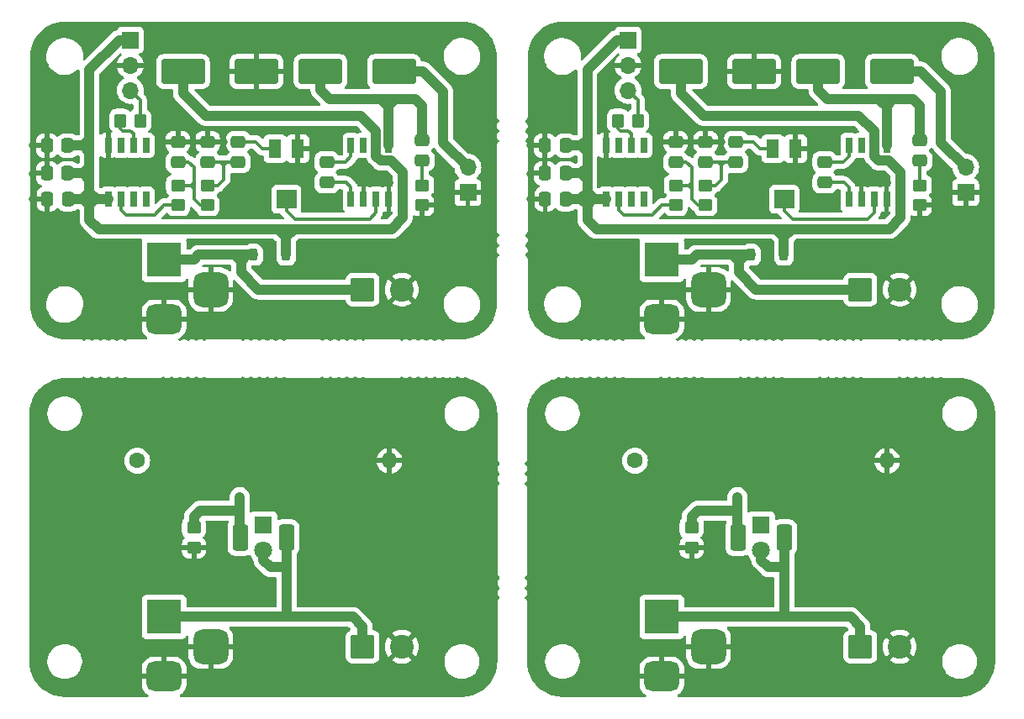
<source format=gbr>
%TF.GenerationSoftware,KiCad,Pcbnew,7.0.10*%
%TF.CreationDate,2024-03-03T12:06:43+01:00*%
%TF.ProjectId,explorer-panel,6578706c-6f72-4657-922d-70616e656c2e,rev?*%
%TF.SameCoordinates,Original*%
%TF.FileFunction,Copper,L1,Top*%
%TF.FilePolarity,Positive*%
%FSLAX46Y46*%
G04 Gerber Fmt 4.6, Leading zero omitted, Abs format (unit mm)*
G04 Created by KiCad (PCBNEW 7.0.10) date 2024-03-03 12:06:43*
%MOMM*%
%LPD*%
G01*
G04 APERTURE LIST*
G04 Aperture macros list*
%AMRoundRect*
0 Rectangle with rounded corners*
0 $1 Rounding radius*
0 $2 $3 $4 $5 $6 $7 $8 $9 X,Y pos of 4 corners*
0 Add a 4 corners polygon primitive as box body*
4,1,4,$2,$3,$4,$5,$6,$7,$8,$9,$2,$3,0*
0 Add four circle primitives for the rounded corners*
1,1,$1+$1,$2,$3*
1,1,$1+$1,$4,$5*
1,1,$1+$1,$6,$7*
1,1,$1+$1,$8,$9*
0 Add four rect primitives between the rounded corners*
20,1,$1+$1,$2,$3,$4,$5,0*
20,1,$1+$1,$4,$5,$6,$7,0*
20,1,$1+$1,$6,$7,$8,$9,0*
20,1,$1+$1,$8,$9,$2,$3,0*%
G04 Aperture macros list end*
%TA.AperFunction,SMDPad,CuDef*%
%ADD10RoundRect,0.250000X0.450000X-0.350000X0.450000X0.350000X-0.450000X0.350000X-0.450000X-0.350000X0*%
%TD*%
%TA.AperFunction,ComponentPad*%
%ADD11R,3.500000X3.500000*%
%TD*%
%TA.AperFunction,ComponentPad*%
%ADD12RoundRect,0.750000X1.000000X-0.750000X1.000000X0.750000X-1.000000X0.750000X-1.000000X-0.750000X0*%
%TD*%
%TA.AperFunction,ComponentPad*%
%ADD13RoundRect,0.875000X0.875000X-0.875000X0.875000X0.875000X-0.875000X0.875000X-0.875000X-0.875000X0*%
%TD*%
%TA.AperFunction,SMDPad,CuDef*%
%ADD14RoundRect,0.225000X0.225000X0.375000X-0.225000X0.375000X-0.225000X-0.375000X0.225000X-0.375000X0*%
%TD*%
%TA.AperFunction,SMDPad,CuDef*%
%ADD15RoundRect,0.250000X0.475000X-0.337500X0.475000X0.337500X-0.475000X0.337500X-0.475000X-0.337500X0*%
%TD*%
%TA.AperFunction,ComponentPad*%
%ADD16RoundRect,0.250001X-0.949999X-0.949999X0.949999X-0.949999X0.949999X0.949999X-0.949999X0.949999X0*%
%TD*%
%TA.AperFunction,ComponentPad*%
%ADD17C,2.400000*%
%TD*%
%TA.AperFunction,ComponentPad*%
%ADD18R,1.800000X1.800000*%
%TD*%
%TA.AperFunction,ComponentPad*%
%ADD19C,1.800000*%
%TD*%
%TA.AperFunction,SMDPad,CuDef*%
%ADD20RoundRect,0.250000X-1.950000X-1.000000X1.950000X-1.000000X1.950000X1.000000X-1.950000X1.000000X0*%
%TD*%
%TA.AperFunction,ComponentPad*%
%ADD21R,1.700000X1.700000*%
%TD*%
%TA.AperFunction,ComponentPad*%
%ADD22O,1.700000X1.700000*%
%TD*%
%TA.AperFunction,SMDPad,CuDef*%
%ADD23R,0.650000X1.525000*%
%TD*%
%TA.AperFunction,SMDPad,CuDef*%
%ADD24RoundRect,0.249999X-0.512501X-1.075001X0.512501X-1.075001X0.512501X1.075001X-0.512501X1.075001X0*%
%TD*%
%TA.AperFunction,SMDPad,CuDef*%
%ADD25RoundRect,0.250000X0.337500X0.475000X-0.337500X0.475000X-0.337500X-0.475000X0.337500X-0.475000X0*%
%TD*%
%TA.AperFunction,SMDPad,CuDef*%
%ADD26RoundRect,0.250000X-0.450000X0.350000X-0.450000X-0.350000X0.450000X-0.350000X0.450000X0.350000X0*%
%TD*%
%TA.AperFunction,SMDPad,CuDef*%
%ADD27RoundRect,0.250000X-0.350000X-0.450000X0.350000X-0.450000X0.350000X0.450000X-0.350000X0.450000X0*%
%TD*%
%TA.AperFunction,ComponentPad*%
%ADD28C,1.600000*%
%TD*%
%TA.AperFunction,ComponentPad*%
%ADD29O,1.600000X1.600000*%
%TD*%
%TA.AperFunction,SMDPad,CuDef*%
%ADD30R,1.300000X1.900000*%
%TD*%
%TA.AperFunction,SMDPad,CuDef*%
%ADD31R,2.000000X1.900000*%
%TD*%
%TA.AperFunction,ViaPad*%
%ADD32C,0.800000*%
%TD*%
%TA.AperFunction,Conductor*%
%ADD33C,1.000000*%
%TD*%
%TA.AperFunction,Conductor*%
%ADD34C,0.350000*%
%TD*%
%TA.AperFunction,Conductor*%
%ADD35C,0.800000*%
%TD*%
%TA.AperFunction,Conductor*%
%ADD36C,0.300000*%
%TD*%
G04 APERTURE END LIST*
D10*
%TO.P,R1,1*%
%TO.N,Board_1-Board_0-/DAC_OUT*%
X65592000Y-19000000D03*
%TO.P,R1,2*%
%TO.N,Board_1-Board_0-Net-(C1-Pad1)*%
X65592000Y-17000000D03*
%TD*%
D11*
%TO.P,J2,1,Pin_1*%
%TO.N,Board_1-Board_0-/PWR*%
X64192000Y-24500000D03*
D12*
%TO.P,J2,2,Pin_2*%
%TO.N,Board_1-Board_0-GND*%
X64192000Y-30500000D03*
D13*
%TO.P,J2,3,Pin_3*%
X68892000Y-27500000D03*
%TD*%
D14*
%TO.P,D1,1,K*%
%TO.N,Board_0-Board_0-VCC*%
X26364000Y-24000000D03*
%TO.P,D1,2,A*%
%TO.N,Board_0-Board_0-/PWR*%
X23064000Y-24000000D03*
%TD*%
D15*
%TO.P,C2,1*%
%TO.N,Board_0-Board_0-/FILTER_OUT*%
X18464000Y-14675000D03*
%TO.P,C2,2*%
%TO.N,Board_0-Board_0-GND*%
X18464000Y-12600000D03*
%TD*%
D16*
%TO.P,_J1,1,Pin_1*%
%TO.N,Board_0-Board_1-VCC*%
X34064000Y-63500000D03*
D17*
%TO.P,_J1,2,Pin_2*%
%TO.N,Board_0-Board_1-GND*%
X38024000Y-63500000D03*
%TD*%
D18*
%TO.P,_D2,1,K*%
%TO.N,Board_1-Board_1-Net-(D1-K)*%
X74192000Y-51250000D03*
D19*
%TO.P,_D2,2,A*%
%TO.N,Board_1-Board_1-VCC*%
X74192000Y-53790000D03*
%TD*%
D20*
%TO.P,C4,1*%
%TO.N,Board_0-Board_0-VCC*%
X15968000Y-5524000D03*
%TO.P,C4,2*%
%TO.N,Board_0-Board_0-GND*%
X23368000Y-5524000D03*
%TD*%
D21*
%TO.P,JPROG1,1,Pin_1*%
%TO.N,Board_0-Board_0-VCC*%
X10668000Y-2349000D03*
D22*
%TO.P,JPROG1,2,Pin_2*%
%TO.N,Board_0-Board_0-GND*%
X10668000Y-4889000D03*
%TO.P,JPROG1,3,Pin_3*%
%TO.N,Board_0-Board_0-Net-(JPROG1-Pin_3)*%
X10668000Y-7429000D03*
%TD*%
D10*
%TO.P,R1,1*%
%TO.N,Board_0-Board_0-/DAC_OUT*%
X15464000Y-19000000D03*
%TO.P,R1,2*%
%TO.N,Board_0-Board_0-Net-(C1-Pad1)*%
X15464000Y-17000000D03*
%TD*%
D23*
%TO.P,IC1,1,VDD*%
%TO.N,Board_1-Board_0-VCC*%
X58582000Y-18400000D03*
%TO.P,IC1,2,PA6*%
%TO.N,Board_1-Board_0-/DAC_OUT*%
X59852000Y-18400000D03*
%TO.P,IC1,3,PA7*%
%TO.N,Board_1-Board_0-unconnected-(IC1-PA7-Pad3)*%
X61122000Y-18400000D03*
%TO.P,IC1,4,PA1*%
%TO.N,Board_1-Board_0-unconnected-(IC1-PA1-Pad4)*%
X62392000Y-18400000D03*
%TO.P,IC1,5,PA2*%
%TO.N,Board_1-Board_0-unconnected-(IC1-PA2-Pad5)*%
X62392000Y-12976000D03*
%TO.P,IC1,6,PA0/~{RESET}/UPDI*%
%TO.N,Board_1-Board_0-/PROG*%
X61122000Y-12976000D03*
%TO.P,IC1,7,PA3/EXTCLK*%
%TO.N,Board_1-Board_0-unconnected-(IC1-PA3{slash}EXTCLK-Pad7)*%
X59852000Y-12976000D03*
%TO.P,IC1,8,GND*%
%TO.N,Board_1-Board_0-GND*%
X58582000Y-12976000D03*
%TD*%
D24*
%TO.P,_D1,1,K*%
%TO.N,Board_1-Board_1-Net-(D1-K)*%
X71854500Y-52500000D03*
%TO.P,_D1,2,A*%
%TO.N,Board_1-Board_1-VCC*%
X76529500Y-52500000D03*
%TD*%
D16*
%TO.P,J1,1,Pin_1*%
%TO.N,Board_0-Board_0-/PWR*%
X34064000Y-27500000D03*
D17*
%TO.P,J1,2,Pin_2*%
%TO.N,Board_0-Board_0-GND*%
X38024000Y-27500000D03*
%TD*%
D20*
%TO.P,C6,1*%
%TO.N,Board_0-Board_0-/AUDIO_OUT*%
X29828000Y-5524000D03*
%TO.P,C6,2*%
%TO.N,Board_0-Board_0-/AUDIO_OUT_FILTER*%
X37228000Y-5524000D03*
%TD*%
D25*
%TO.P,C8,1*%
%TO.N,Board_1-Board_0-VCC*%
X54487000Y-15788000D03*
%TO.P,C8,2*%
%TO.N,Board_1-Board_0-GND*%
X52412000Y-15788000D03*
%TD*%
%TO.P,C9,1*%
%TO.N,Board_1-Board_0-VCC*%
X54524500Y-18388000D03*
%TO.P,C9,2*%
%TO.N,Board_1-Board_0-GND*%
X52449500Y-18388000D03*
%TD*%
D15*
%TO.P,C1,1*%
%TO.N,Board_1-Board_0-Net-(C1-Pad1)*%
X65592000Y-14675000D03*
%TO.P,C1,2*%
%TO.N,Board_1-Board_0-GND*%
X65592000Y-12600000D03*
%TD*%
D26*
%TO.P,_R2,1*%
%TO.N,Board_0-Board_1-Net-(D1-K)*%
X17064000Y-51500000D03*
%TO.P,_R2,2*%
%TO.N,Board_0-Board_1-GND*%
X17064000Y-53500000D03*
%TD*%
D15*
%TO.P,C10,1*%
%TO.N,Board_1-Board_0-Net-(C10-Pad1)*%
X90192000Y-14500000D03*
%TO.P,C10,2*%
%TO.N,Board_1-Board_0-/AUDIO_OUT*%
X90192000Y-12425000D03*
%TD*%
%TO.P,C1,1*%
%TO.N,Board_0-Board_0-Net-(C1-Pad1)*%
X15464000Y-14675000D03*
%TO.P,C1,2*%
%TO.N,Board_0-Board_0-GND*%
X15464000Y-12600000D03*
%TD*%
D21*
%TO.P,JSPK1,1,Pin_1*%
%TO.N,Board_1-Board_0-GND*%
X94792000Y-17724000D03*
D22*
%TO.P,JSPK1,2,Pin_2*%
%TO.N,Board_1-Board_0-/AUDIO_OUT_FILTER*%
X94792000Y-15184000D03*
%TD*%
D27*
%TO.P,R4,1*%
%TO.N,Board_0-Board_0-/PROG*%
X9652000Y-10477000D03*
%TO.P,R4,2*%
%TO.N,Board_0-Board_0-Net-(JPROG1-Pin_3)*%
X11652000Y-10477000D03*
%TD*%
D11*
%TO.P,_J2,1,Pin_1*%
%TO.N,Board_0-Board_1-VCC*%
X14064000Y-60500000D03*
D12*
%TO.P,_J2,2,Pin_2*%
%TO.N,Board_0-Board_1-GND*%
X14064000Y-66500000D03*
D13*
%TO.P,_J2,3,Pin_3*%
X18764000Y-63500000D03*
%TD*%
D15*
%TO.P,C3,1*%
%TO.N,Board_0-Board_0-Net-(IC2-GAIN_1)*%
X30464000Y-16725000D03*
%TO.P,C3,2*%
%TO.N,Board_0-Board_0-Net-(IC2-GAIN_2)*%
X30464000Y-14650000D03*
%TD*%
D18*
%TO.P,_D2,1,K*%
%TO.N,Board_0-Board_1-Net-(D1-K)*%
X24064000Y-51250000D03*
D19*
%TO.P,_D2,2,A*%
%TO.N,Board_0-Board_1-VCC*%
X24064000Y-53790000D03*
%TD*%
D25*
%TO.P,C9,1*%
%TO.N,Board_0-Board_0-VCC*%
X4396500Y-18388000D03*
%TO.P,C9,2*%
%TO.N,Board_0-Board_0-GND*%
X2321500Y-18388000D03*
%TD*%
%TO.P,C7,1*%
%TO.N,Board_0-Board_0-VCC*%
X4359000Y-12988000D03*
%TO.P,C7,2*%
%TO.N,Board_0-Board_0-GND*%
X2284000Y-12988000D03*
%TD*%
D10*
%TO.P,R2,1*%
%TO.N,Board_0-Board_0-Net-(C1-Pad1)*%
X18464000Y-19000000D03*
%TO.P,R2,2*%
%TO.N,Board_0-Board_0-/FILTER_OUT*%
X18464000Y-17000000D03*
%TD*%
D14*
%TO.P,D1,1,K*%
%TO.N,Board_1-Board_0-VCC*%
X76492000Y-24000000D03*
%TO.P,D1,2,A*%
%TO.N,Board_1-Board_0-/PWR*%
X73192000Y-24000000D03*
%TD*%
D15*
%TO.P,C2,1*%
%TO.N,Board_1-Board_0-/FILTER_OUT*%
X68592000Y-14675000D03*
%TO.P,C2,2*%
%TO.N,Board_1-Board_0-GND*%
X68592000Y-12600000D03*
%TD*%
%TO.P,C3,1*%
%TO.N,Board_1-Board_0-Net-(IC2-GAIN_1)*%
X80592000Y-16725000D03*
%TO.P,C3,2*%
%TO.N,Board_1-Board_0-Net-(IC2-GAIN_2)*%
X80592000Y-14650000D03*
%TD*%
%TO.P,C10,1*%
%TO.N,Board_0-Board_0-Net-(C10-Pad1)*%
X40064000Y-14500000D03*
%TO.P,C10,2*%
%TO.N,Board_0-Board_0-/AUDIO_OUT*%
X40064000Y-12425000D03*
%TD*%
D21*
%TO.P,JPROG1,1,Pin_1*%
%TO.N,Board_1-Board_0-VCC*%
X60796000Y-2349000D03*
D22*
%TO.P,JPROG1,2,Pin_2*%
%TO.N,Board_1-Board_0-GND*%
X60796000Y-4889000D03*
%TO.P,JPROG1,3,Pin_3*%
%TO.N,Board_1-Board_0-Net-(JPROG1-Pin_3)*%
X60796000Y-7429000D03*
%TD*%
D23*
%TO.P,IC1,1,VDD*%
%TO.N,Board_0-Board_0-VCC*%
X8454000Y-18400000D03*
%TO.P,IC1,2,PA6*%
%TO.N,Board_0-Board_0-/DAC_OUT*%
X9724000Y-18400000D03*
%TO.P,IC1,3,PA7*%
%TO.N,Board_0-Board_0-unconnected-(IC1-PA7-Pad3)*%
X10994000Y-18400000D03*
%TO.P,IC1,4,PA1*%
%TO.N,Board_0-Board_0-unconnected-(IC1-PA1-Pad4)*%
X12264000Y-18400000D03*
%TO.P,IC1,5,PA2*%
%TO.N,Board_0-Board_0-unconnected-(IC1-PA2-Pad5)*%
X12264000Y-12976000D03*
%TO.P,IC1,6,PA0/~{RESET}/UPDI*%
%TO.N,Board_0-Board_0-/PROG*%
X10994000Y-12976000D03*
%TO.P,IC1,7,PA3/EXTCLK*%
%TO.N,Board_0-Board_0-unconnected-(IC1-PA3{slash}EXTCLK-Pad7)*%
X9724000Y-12976000D03*
%TO.P,IC1,8,GND*%
%TO.N,Board_0-Board_0-GND*%
X8454000Y-12976000D03*
%TD*%
D28*
%TO.P,_R1,1*%
%TO.N,Board_1-Board_1-Net-(D1-K)*%
X61492000Y-44750000D03*
D29*
%TO.P,_R1,2*%
%TO.N,Board_1-Board_1-GND*%
X86892000Y-44750000D03*
%TD*%
D23*
%TO.P,IC2,1,GAIN_1*%
%TO.N,Board_0-Board_0-Net-(IC2-GAIN_1)*%
X32888000Y-18400000D03*
%TO.P,IC2,2,-INPUT*%
%TO.N,Board_0-Board_0-GND*%
X34158000Y-18400000D03*
%TO.P,IC2,3,+INPUT*%
%TO.N,Board_0-Board_0-Net-(IC2-+INPUT)*%
X35428000Y-18400000D03*
%TO.P,IC2,4,GND*%
%TO.N,Board_0-Board_0-GND*%
X36698000Y-18400000D03*
%TO.P,IC2,5,VOUT*%
%TO.N,Board_0-Board_0-/AUDIO_OUT*%
X36698000Y-12976000D03*
%TO.P,IC2,6,VS*%
%TO.N,Board_0-Board_0-VCC*%
X35428000Y-12976000D03*
%TO.P,IC2,7,BYPASS*%
%TO.N,Board_0-Board_0-unconnected-(IC2-BYPASS-Pad7)*%
X34158000Y-12976000D03*
%TO.P,IC2,8,GAIN_2*%
%TO.N,Board_0-Board_0-Net-(IC2-GAIN_2)*%
X32888000Y-12976000D03*
%TD*%
D11*
%TO.P,_J2,1,Pin_1*%
%TO.N,Board_1-Board_1-VCC*%
X64192000Y-60500000D03*
D12*
%TO.P,_J2,2,Pin_2*%
%TO.N,Board_1-Board_1-GND*%
X64192000Y-66500000D03*
D13*
%TO.P,_J2,3,Pin_3*%
X68892000Y-63500000D03*
%TD*%
D20*
%TO.P,C4,1*%
%TO.N,Board_1-Board_0-VCC*%
X66096000Y-5524000D03*
%TO.P,C4,2*%
%TO.N,Board_1-Board_0-GND*%
X73496000Y-5524000D03*
%TD*%
D24*
%TO.P,_D1,1,K*%
%TO.N,Board_0-Board_1-Net-(D1-K)*%
X21726500Y-52500000D03*
%TO.P,_D1,2,A*%
%TO.N,Board_0-Board_1-VCC*%
X26401500Y-52500000D03*
%TD*%
D27*
%TO.P,R4,1*%
%TO.N,Board_1-Board_0-/PROG*%
X59780000Y-10477000D03*
%TO.P,R4,2*%
%TO.N,Board_1-Board_0-Net-(JPROG1-Pin_3)*%
X61780000Y-10477000D03*
%TD*%
D16*
%TO.P,J1,1,Pin_1*%
%TO.N,Board_1-Board_0-/PWR*%
X84192000Y-27500000D03*
D17*
%TO.P,J1,2,Pin_2*%
%TO.N,Board_1-Board_0-GND*%
X88152000Y-27500000D03*
%TD*%
D28*
%TO.P,_R1,1*%
%TO.N,Board_0-Board_1-Net-(D1-K)*%
X11364000Y-44750000D03*
D29*
%TO.P,_R1,2*%
%TO.N,Board_0-Board_1-GND*%
X36764000Y-44750000D03*
%TD*%
D15*
%TO.P,C5,1*%
%TO.N,Board_0-Board_0-/FILTER_OUT*%
X21539000Y-14675000D03*
%TO.P,C5,2*%
%TO.N,Board_0-Board_0-Net-(C5-Pad2)*%
X21539000Y-12600000D03*
%TD*%
D20*
%TO.P,C6,1*%
%TO.N,Board_1-Board_0-/AUDIO_OUT*%
X79956000Y-5524000D03*
%TO.P,C6,2*%
%TO.N,Board_1-Board_0-/AUDIO_OUT_FILTER*%
X87356000Y-5524000D03*
%TD*%
D16*
%TO.P,_J1,1,Pin_1*%
%TO.N,Board_1-Board_1-VCC*%
X84192000Y-63500000D03*
D17*
%TO.P,_J1,2,Pin_2*%
%TO.N,Board_1-Board_1-GND*%
X88152000Y-63500000D03*
%TD*%
D26*
%TO.P,R3,1*%
%TO.N,Board_1-Board_0-Net-(C10-Pad1)*%
X90192000Y-17000000D03*
%TO.P,R3,2*%
%TO.N,Board_1-Board_0-GND*%
X90192000Y-19000000D03*
%TD*%
D25*
%TO.P,C8,1*%
%TO.N,Board_0-Board_0-VCC*%
X4359000Y-15788000D03*
%TO.P,C8,2*%
%TO.N,Board_0-Board_0-GND*%
X2284000Y-15788000D03*
%TD*%
D30*
%TO.P,RV1,1,1*%
%TO.N,Board_1-Board_0-GND*%
X77671000Y-13300000D03*
D31*
%TO.P,RV1,2,2*%
%TO.N,Board_1-Board_0-Net-(IC2-+INPUT)*%
X76521000Y-18400000D03*
D30*
%TO.P,RV1,3,3*%
%TO.N,Board_1-Board_0-Net-(C5-Pad2)*%
X75371000Y-13300000D03*
%TD*%
D10*
%TO.P,R2,1*%
%TO.N,Board_1-Board_0-Net-(C1-Pad1)*%
X68592000Y-19000000D03*
%TO.P,R2,2*%
%TO.N,Board_1-Board_0-/FILTER_OUT*%
X68592000Y-17000000D03*
%TD*%
D23*
%TO.P,IC2,1,GAIN_1*%
%TO.N,Board_1-Board_0-Net-(IC2-GAIN_1)*%
X83016000Y-18400000D03*
%TO.P,IC2,2,-INPUT*%
%TO.N,Board_1-Board_0-GND*%
X84286000Y-18400000D03*
%TO.P,IC2,3,+INPUT*%
%TO.N,Board_1-Board_0-Net-(IC2-+INPUT)*%
X85556000Y-18400000D03*
%TO.P,IC2,4,GND*%
%TO.N,Board_1-Board_0-GND*%
X86826000Y-18400000D03*
%TO.P,IC2,5,VOUT*%
%TO.N,Board_1-Board_0-/AUDIO_OUT*%
X86826000Y-12976000D03*
%TO.P,IC2,6,VS*%
%TO.N,Board_1-Board_0-VCC*%
X85556000Y-12976000D03*
%TO.P,IC2,7,BYPASS*%
%TO.N,Board_1-Board_0-unconnected-(IC2-BYPASS-Pad7)*%
X84286000Y-12976000D03*
%TO.P,IC2,8,GAIN_2*%
%TO.N,Board_1-Board_0-Net-(IC2-GAIN_2)*%
X83016000Y-12976000D03*
%TD*%
D15*
%TO.P,C5,1*%
%TO.N,Board_1-Board_0-/FILTER_OUT*%
X71667000Y-14675000D03*
%TO.P,C5,2*%
%TO.N,Board_1-Board_0-Net-(C5-Pad2)*%
X71667000Y-12600000D03*
%TD*%
D25*
%TO.P,C7,1*%
%TO.N,Board_1-Board_0-VCC*%
X54487000Y-12988000D03*
%TO.P,C7,2*%
%TO.N,Board_1-Board_0-GND*%
X52412000Y-12988000D03*
%TD*%
D26*
%TO.P,_R2,1*%
%TO.N,Board_1-Board_1-Net-(D1-K)*%
X67192000Y-51500000D03*
%TO.P,_R2,2*%
%TO.N,Board_1-Board_1-GND*%
X67192000Y-53500000D03*
%TD*%
D21*
%TO.P,JSPK1,1,Pin_1*%
%TO.N,Board_0-Board_0-GND*%
X44664000Y-17724000D03*
D22*
%TO.P,JSPK1,2,Pin_2*%
%TO.N,Board_0-Board_0-/AUDIO_OUT_FILTER*%
X44664000Y-15184000D03*
%TD*%
D30*
%TO.P,RV1,1,1*%
%TO.N,Board_0-Board_0-GND*%
X27543000Y-13300000D03*
D31*
%TO.P,RV1,2,2*%
%TO.N,Board_0-Board_0-Net-(IC2-+INPUT)*%
X26393000Y-18400000D03*
D30*
%TO.P,RV1,3,3*%
%TO.N,Board_0-Board_0-Net-(C5-Pad2)*%
X25243000Y-13300000D03*
%TD*%
D11*
%TO.P,J2,1,Pin_1*%
%TO.N,Board_0-Board_0-/PWR*%
X14064000Y-24500000D03*
D12*
%TO.P,J2,2,Pin_2*%
%TO.N,Board_0-Board_0-GND*%
X14064000Y-30500000D03*
D13*
%TO.P,J2,3,Pin_3*%
X18764000Y-27500000D03*
%TD*%
D26*
%TO.P,R3,1*%
%TO.N,Board_0-Board_0-Net-(C10-Pad1)*%
X40064000Y-17000000D03*
%TO.P,R3,2*%
%TO.N,Board_0-Board_0-GND*%
X40064000Y-19000000D03*
%TD*%
D32*
%TO.N,Board_1-Board_1-Net-(D1-K)*%
X71792000Y-48400000D03*
%TO.N,Board_1-Board_0-GND*%
X60492000Y-15100000D03*
X50992000Y-18400000D03*
X59092000Y-15100000D03*
X50992000Y-13000000D03*
X84291000Y-16700000D03*
X78192000Y-15900000D03*
X76521000Y-15900000D03*
X61892000Y-15100000D03*
X76692000Y-5500000D03*
X59092000Y-16300000D03*
X70192000Y-12600000D03*
X74792000Y-15900000D03*
X86831000Y-16700000D03*
X50992000Y-15800000D03*
X63992000Y-12600000D03*
X60492000Y-16300000D03*
X67092000Y-12600000D03*
X61892000Y-16300000D03*
%TO.N,Board_0-Board_1-Net-(D1-K)*%
X21664000Y-48400000D03*
%TO.N,Board_0-Board_0-GND*%
X8964000Y-15100000D03*
X16964000Y-12600000D03*
X10364000Y-16300000D03*
X24664000Y-15900000D03*
X864000Y-13000000D03*
X26564000Y-5500000D03*
X34163000Y-16700000D03*
X864000Y-15800000D03*
X10364000Y-15100000D03*
X8964000Y-16300000D03*
X11764000Y-16300000D03*
X20064000Y-12600000D03*
X11764000Y-15100000D03*
X26393000Y-15900000D03*
X28064000Y-15900000D03*
X864000Y-18400000D03*
X13864000Y-12600000D03*
X36703000Y-16700000D03*
%TD*%
D33*
%TO.N,Board_1-Board_1-VCC*%
X76529500Y-52500000D02*
X76529500Y-55500000D01*
X76529500Y-55500000D02*
X76529500Y-60337500D01*
X76529500Y-60337500D02*
X76692000Y-60500000D01*
X74942000Y-55500000D02*
X76529500Y-55500000D01*
X74192000Y-53790000D02*
X74192000Y-54750000D01*
X84192000Y-61500000D02*
X84192000Y-63500000D01*
X76692000Y-60500000D02*
X83192000Y-60500000D01*
X74192000Y-54750000D02*
X74942000Y-55500000D01*
X64192000Y-60500000D02*
X76692000Y-60500000D01*
X83192000Y-60500000D02*
X84192000Y-61500000D01*
%TO.N,Board_1-Board_1-Net-(D1-K)*%
X71792000Y-49800000D02*
X71792000Y-52437500D01*
X67792000Y-49800000D02*
X67192000Y-50400000D01*
X71792000Y-52437500D02*
X71854500Y-52500000D01*
X71792000Y-48400000D02*
X71792000Y-49800000D01*
X67192000Y-50400000D02*
X67192000Y-51500000D01*
X71792000Y-49800000D02*
X67792000Y-49800000D01*
%TO.N,Board_1-Board_0-VCC*%
X55970000Y-15788000D02*
X56029000Y-15788000D01*
X57371000Y-18400000D02*
X56687000Y-17716000D01*
X56089000Y-18388000D02*
X56687000Y-18986000D01*
X76492000Y-21400000D02*
X77292000Y-21400000D01*
X88228000Y-15684000D02*
X87044000Y-14500000D01*
X57622000Y-21400000D02*
X75692000Y-21400000D01*
X85556000Y-11564000D02*
X83992000Y-10000000D01*
X56687000Y-15176000D02*
X56687000Y-13652000D01*
X55970000Y-12988000D02*
X56023000Y-12988000D01*
X68392000Y-10000000D02*
X66096000Y-7704000D01*
X85556000Y-12976000D02*
X85556000Y-11564000D01*
X56687000Y-16446000D02*
X56687000Y-15788000D01*
X83992000Y-10000000D02*
X68392000Y-10000000D01*
X56687000Y-15788000D02*
X56687000Y-15176000D01*
X56075000Y-15788000D02*
X56687000Y-15176000D01*
X76492000Y-24000000D02*
X76492000Y-22200000D01*
X56023000Y-12988000D02*
X56081000Y-12988000D01*
X57494000Y-18400000D02*
X58582000Y-18400000D01*
X76492000Y-22200000D02*
X76492000Y-21400000D01*
X66096000Y-7704000D02*
X66096000Y-5524000D01*
X55970000Y-15788000D02*
X56687000Y-15788000D01*
X57494000Y-18400000D02*
X57371000Y-18400000D01*
X85556000Y-14028000D02*
X85556000Y-12976000D01*
X87092000Y-21400000D02*
X88228000Y-20264000D01*
X57273000Y-18400000D02*
X56687000Y-18986000D01*
X88228000Y-20264000D02*
X88228000Y-15684000D01*
X55970000Y-18388000D02*
X56687000Y-18388000D01*
X76492000Y-22200000D02*
X75692000Y-21400000D01*
X56023000Y-12988000D02*
X56687000Y-13652000D01*
X56687000Y-18986000D02*
X56687000Y-18388000D01*
X55970000Y-12988000D02*
X56687000Y-12988000D01*
X56687000Y-18388000D02*
X56699000Y-18400000D01*
X56687000Y-20465000D02*
X56687000Y-18986000D01*
X55970000Y-18388000D02*
X56089000Y-18388000D01*
X56687000Y-5315000D02*
X59653000Y-2349000D01*
X56687000Y-18388000D02*
X56687000Y-17716000D01*
X59653000Y-2349000D02*
X60796000Y-2349000D01*
X56699000Y-18400000D02*
X57494000Y-18400000D01*
X57371000Y-18400000D02*
X57273000Y-18400000D01*
X54487000Y-12988000D02*
X55970000Y-12988000D01*
X76492000Y-22200000D02*
X77292000Y-21400000D01*
X54524500Y-18388000D02*
X55970000Y-18388000D01*
X55970000Y-15788000D02*
X56075000Y-15788000D01*
X77292000Y-21400000D02*
X87092000Y-21400000D01*
X86028000Y-14500000D02*
X85556000Y-14028000D01*
X57622000Y-21400000D02*
X56687000Y-20465000D01*
X54487000Y-15788000D02*
X55970000Y-15788000D01*
X56081000Y-12988000D02*
X56687000Y-12382000D01*
X56089000Y-18388000D02*
X56089000Y-18314000D01*
X56687000Y-12988000D02*
X56687000Y-12382000D01*
X75692000Y-21400000D02*
X76492000Y-21400000D01*
X56089000Y-18314000D02*
X56687000Y-17716000D01*
X56029000Y-15788000D02*
X56687000Y-16446000D01*
X87044000Y-14500000D02*
X86028000Y-14500000D01*
X56687000Y-17716000D02*
X56687000Y-16446000D01*
X56687000Y-13652000D02*
X56687000Y-12988000D01*
X56687000Y-12382000D02*
X56687000Y-5315000D01*
D34*
%TO.N,Board_1-Board_0-Net-(JPROG1-Pin_3)*%
X61780000Y-8413000D02*
X60796000Y-7429000D01*
X61780000Y-10477000D02*
X61780000Y-8413000D01*
%TO.N,Board_1-Board_0-Net-(IC2-GAIN_2)*%
X82442000Y-14650000D02*
X83016000Y-14076000D01*
X83016000Y-14076000D02*
X83016000Y-12976000D01*
X80592000Y-14650000D02*
X82442000Y-14650000D01*
%TO.N,Board_1-Board_0-Net-(IC2-GAIN_1)*%
X80592000Y-16725000D02*
X82517000Y-16725000D01*
X83016000Y-17224000D02*
X83016000Y-18400000D01*
X82517000Y-16725000D02*
X83016000Y-17224000D01*
%TO.N,Board_1-Board_0-Net-(IC2-+INPUT)*%
X76521000Y-18400000D02*
X76521000Y-19529000D01*
X85556000Y-19736000D02*
X85556000Y-18400000D01*
X76521000Y-19529000D02*
X77392000Y-20400000D01*
X77392000Y-20400000D02*
X84892000Y-20400000D01*
X84892000Y-20400000D02*
X85556000Y-19736000D01*
%TO.N,Board_1-Board_0-Net-(C5-Pad2)*%
X74092000Y-13300000D02*
X75371000Y-13300000D01*
X71667000Y-12600000D02*
X73392000Y-12600000D01*
X73392000Y-12600000D02*
X74092000Y-13300000D01*
%TO.N,Board_1-Board_0-Net-(C10-Pad1)*%
X90192000Y-17000000D02*
X90192000Y-14500000D01*
%TO.N,Board_1-Board_0-Net-(C1-Pad1)*%
X67192000Y-17000000D02*
X67192000Y-16700000D01*
X67192000Y-17309600D02*
X67192000Y-17000000D01*
X66892000Y-17009600D02*
X67192000Y-17309600D01*
X68592000Y-19000000D02*
X67792000Y-19000000D01*
X66667000Y-14675000D02*
X65592000Y-14675000D01*
X67192000Y-15200000D02*
X66667000Y-14675000D01*
X67792000Y-19000000D02*
X67192000Y-18400000D01*
X67192000Y-18400000D02*
X67192000Y-17309600D01*
X66892000Y-17009600D02*
X66892000Y-17000000D01*
X67192000Y-16700000D02*
X67192000Y-15200000D01*
X65592000Y-17000000D02*
X66892000Y-17000000D01*
X66892000Y-17000000D02*
X67192000Y-17000000D01*
X66892000Y-17000000D02*
X67192000Y-16700000D01*
D35*
%TO.N,Board_1-Board_0-GND*%
X86826000Y-16705000D02*
X86831000Y-16700000D01*
D36*
X84286000Y-16705000D02*
X84291000Y-16700000D01*
X84291000Y-18395000D02*
X84286000Y-18400000D01*
D33*
%TO.N,Board_1-Board_0-/PWR*%
X67192000Y-24500000D02*
X64192000Y-24500000D01*
X73142000Y-24000000D02*
X72602000Y-24000000D01*
X67692000Y-24000000D02*
X67192000Y-24500000D01*
X71952000Y-24000000D02*
X71282000Y-24000000D01*
X71952000Y-24650000D02*
X71952000Y-24000000D01*
X71952000Y-24650000D02*
X72602000Y-24000000D01*
X71952000Y-24650000D02*
X71302000Y-24000000D01*
X71282000Y-24000000D02*
X67692000Y-24000000D01*
X84192000Y-27500000D02*
X73692000Y-27500000D01*
X71302000Y-24000000D02*
X71282000Y-24000000D01*
X72602000Y-24000000D02*
X71952000Y-24000000D01*
X73692000Y-27500000D02*
X71952000Y-25760000D01*
X71952000Y-25760000D02*
X71952000Y-24650000D01*
D34*
%TO.N,Board_1-Board_0-/PROG*%
X60034000Y-11493000D02*
X60796000Y-11493000D01*
X61122000Y-11819000D02*
X61122000Y-12976000D01*
X60796000Y-11493000D02*
X61122000Y-11819000D01*
X59780000Y-11239000D02*
X60034000Y-11493000D01*
X59780000Y-10477000D02*
X59780000Y-11239000D01*
%TO.N,Board_1-Board_0-/FILTER_OUT*%
X70201000Y-14972800D02*
X70498800Y-14675000D01*
X69592000Y-17000000D02*
X68592000Y-17000000D01*
X70201000Y-14972800D02*
X70187000Y-14972800D01*
X70192000Y-14972800D02*
X70192000Y-16400000D01*
X70498800Y-14675000D02*
X71667000Y-14675000D01*
X70187000Y-14972800D02*
X69889200Y-14675000D01*
X70192000Y-14972800D02*
X70201000Y-14972800D01*
X69889200Y-14675000D02*
X70192000Y-14675000D01*
X70192000Y-16400000D02*
X69592000Y-17000000D01*
X68592000Y-14675000D02*
X69889200Y-14675000D01*
X70192000Y-14675000D02*
X70498800Y-14675000D01*
X70192000Y-14675000D02*
X70192000Y-14972800D01*
%TO.N,Board_1-Board_0-/DAC_OUT*%
X59852000Y-19460000D02*
X60392000Y-20000000D01*
X63211000Y-20000000D02*
X64211000Y-19000000D01*
X64211000Y-19000000D02*
X65592000Y-19000000D01*
X60392000Y-20000000D02*
X63211000Y-20000000D01*
X59852000Y-18400000D02*
X59852000Y-19460000D01*
D33*
%TO.N,Board_1-Board_0-/AUDIO_OUT_FILTER*%
X92292000Y-7556000D02*
X92292000Y-12684000D01*
X92292000Y-12684000D02*
X94792000Y-15184000D01*
X90260000Y-5524000D02*
X92292000Y-7556000D01*
X87356000Y-5524000D02*
X90260000Y-5524000D01*
%TO.N,Board_1-Board_0-/AUDIO_OUT*%
X87466000Y-8318000D02*
X89498000Y-8318000D01*
X90192000Y-9012000D02*
X90192000Y-12425000D01*
X80862000Y-8318000D02*
X86196000Y-8318000D01*
X86826000Y-9080000D02*
X86826000Y-8958000D01*
X86826000Y-8958000D02*
X87466000Y-8318000D01*
X86826000Y-9080000D02*
X86826000Y-8440000D01*
X86826000Y-12976000D02*
X86826000Y-9080000D01*
X86196000Y-8318000D02*
X86704000Y-8318000D01*
X79956000Y-7412000D02*
X80862000Y-8318000D01*
X86704000Y-8318000D02*
X87466000Y-8318000D01*
X86196000Y-8450000D02*
X86826000Y-9080000D01*
X86826000Y-8440000D02*
X86704000Y-8318000D01*
X86196000Y-8318000D02*
X86196000Y-8450000D01*
X89498000Y-8318000D02*
X90192000Y-9012000D01*
X79956000Y-5524000D02*
X79956000Y-7412000D01*
%TO.N,Board_0-Board_1-VCC*%
X34064000Y-61500000D02*
X34064000Y-63500000D01*
X26401500Y-52500000D02*
X26401500Y-55500000D01*
X26401500Y-60337500D02*
X26564000Y-60500000D01*
X26564000Y-60500000D02*
X33064000Y-60500000D01*
X26401500Y-55500000D02*
X26401500Y-60337500D01*
X24814000Y-55500000D02*
X26401500Y-55500000D01*
X33064000Y-60500000D02*
X34064000Y-61500000D01*
X14064000Y-60500000D02*
X26564000Y-60500000D01*
X24064000Y-53790000D02*
X24064000Y-54750000D01*
X24064000Y-54750000D02*
X24814000Y-55500000D01*
%TO.N,Board_0-Board_1-Net-(D1-K)*%
X17664000Y-49800000D02*
X17064000Y-50400000D01*
X21664000Y-48400000D02*
X21664000Y-49800000D01*
X21664000Y-49800000D02*
X21664000Y-52437500D01*
X21664000Y-49800000D02*
X17664000Y-49800000D01*
X17064000Y-50400000D02*
X17064000Y-51500000D01*
X21664000Y-52437500D02*
X21726500Y-52500000D01*
%TO.N,Board_0-Board_0-VCC*%
X27164000Y-21400000D02*
X36964000Y-21400000D01*
X6559000Y-16446000D02*
X6559000Y-15788000D01*
X7243000Y-18400000D02*
X6559000Y-17716000D01*
X5842000Y-15788000D02*
X5901000Y-15788000D01*
X26364000Y-21400000D02*
X27164000Y-21400000D01*
X6559000Y-18388000D02*
X6559000Y-17716000D01*
X38100000Y-20264000D02*
X38100000Y-15684000D01*
X7366000Y-18400000D02*
X7243000Y-18400000D01*
X18264000Y-10000000D02*
X15968000Y-7704000D01*
X5947000Y-15788000D02*
X6559000Y-15176000D01*
X4396500Y-18388000D02*
X5842000Y-18388000D01*
X36916000Y-14500000D02*
X35900000Y-14500000D01*
X6559000Y-12382000D02*
X6559000Y-5315000D01*
X6559000Y-12988000D02*
X6559000Y-12382000D01*
X6559000Y-15176000D02*
X6559000Y-13652000D01*
X6571000Y-18400000D02*
X7366000Y-18400000D01*
X5842000Y-18388000D02*
X5961000Y-18388000D01*
X33864000Y-10000000D02*
X18264000Y-10000000D01*
X4359000Y-12988000D02*
X5842000Y-12988000D01*
X15968000Y-7704000D02*
X15968000Y-5524000D01*
X5842000Y-18388000D02*
X6559000Y-18388000D01*
X26364000Y-22200000D02*
X26364000Y-21400000D01*
X5842000Y-12988000D02*
X6559000Y-12988000D01*
X25564000Y-21400000D02*
X26364000Y-21400000D01*
X7145000Y-18400000D02*
X6559000Y-18986000D01*
X5842000Y-15788000D02*
X5947000Y-15788000D01*
X36964000Y-21400000D02*
X38100000Y-20264000D01*
X35428000Y-11564000D02*
X33864000Y-10000000D01*
X5842000Y-15788000D02*
X6559000Y-15788000D01*
X38100000Y-15684000D02*
X36916000Y-14500000D01*
X5961000Y-18314000D02*
X6559000Y-17716000D01*
X5842000Y-12988000D02*
X5895000Y-12988000D01*
X7494000Y-21400000D02*
X6559000Y-20465000D01*
X26364000Y-22200000D02*
X25564000Y-21400000D01*
X7243000Y-18400000D02*
X7145000Y-18400000D01*
X5901000Y-15788000D02*
X6559000Y-16446000D01*
X7494000Y-21400000D02*
X25564000Y-21400000D01*
X6559000Y-15788000D02*
X6559000Y-15176000D01*
X5953000Y-12988000D02*
X6559000Y-12382000D01*
X5895000Y-12988000D02*
X5953000Y-12988000D01*
X5961000Y-18388000D02*
X5961000Y-18314000D01*
X6559000Y-18986000D02*
X6559000Y-18388000D01*
X35900000Y-14500000D02*
X35428000Y-14028000D01*
X6559000Y-5315000D02*
X9525000Y-2349000D01*
X5895000Y-12988000D02*
X6559000Y-13652000D01*
X4359000Y-15788000D02*
X5842000Y-15788000D01*
X5961000Y-18388000D02*
X6559000Y-18986000D01*
X7366000Y-18400000D02*
X8454000Y-18400000D01*
X35428000Y-12976000D02*
X35428000Y-11564000D01*
X6559000Y-13652000D02*
X6559000Y-12988000D01*
X6559000Y-18388000D02*
X6571000Y-18400000D01*
X26364000Y-22200000D02*
X27164000Y-21400000D01*
X6559000Y-20465000D02*
X6559000Y-18986000D01*
X9525000Y-2349000D02*
X10668000Y-2349000D01*
X35428000Y-14028000D02*
X35428000Y-12976000D01*
X6559000Y-17716000D02*
X6559000Y-16446000D01*
X26364000Y-24000000D02*
X26364000Y-22200000D01*
D34*
%TO.N,Board_0-Board_0-Net-(JPROG1-Pin_3)*%
X11652000Y-10477000D02*
X11652000Y-8413000D01*
X11652000Y-8413000D02*
X10668000Y-7429000D01*
%TO.N,Board_0-Board_0-Net-(IC2-GAIN_2)*%
X32314000Y-14650000D02*
X32888000Y-14076000D01*
X32888000Y-14076000D02*
X32888000Y-12976000D01*
X30464000Y-14650000D02*
X32314000Y-14650000D01*
%TO.N,Board_0-Board_0-Net-(IC2-GAIN_1)*%
X32389000Y-16725000D02*
X32888000Y-17224000D01*
X30464000Y-16725000D02*
X32389000Y-16725000D01*
X32888000Y-17224000D02*
X32888000Y-18400000D01*
%TO.N,Board_0-Board_0-Net-(IC2-+INPUT)*%
X34764000Y-20400000D02*
X35428000Y-19736000D01*
X26393000Y-18400000D02*
X26393000Y-19529000D01*
X27264000Y-20400000D02*
X34764000Y-20400000D01*
X26393000Y-19529000D02*
X27264000Y-20400000D01*
X35428000Y-19736000D02*
X35428000Y-18400000D01*
%TO.N,Board_0-Board_0-Net-(C5-Pad2)*%
X23264000Y-12600000D02*
X23964000Y-13300000D01*
X21539000Y-12600000D02*
X23264000Y-12600000D01*
X23964000Y-13300000D02*
X25243000Y-13300000D01*
%TO.N,Board_0-Board_0-Net-(C10-Pad1)*%
X40064000Y-17000000D02*
X40064000Y-14500000D01*
%TO.N,Board_0-Board_0-Net-(C1-Pad1)*%
X17064000Y-17000000D02*
X17064000Y-16700000D01*
X16539000Y-14675000D02*
X15464000Y-14675000D01*
X17064000Y-18400000D02*
X17064000Y-17309600D01*
X18464000Y-19000000D02*
X17664000Y-19000000D01*
X16764000Y-17009600D02*
X16764000Y-17000000D01*
X17664000Y-19000000D02*
X17064000Y-18400000D01*
X17064000Y-16700000D02*
X17064000Y-15200000D01*
X15464000Y-17000000D02*
X16764000Y-17000000D01*
X16764000Y-17009600D02*
X17064000Y-17309600D01*
X17064000Y-17309600D02*
X17064000Y-17000000D01*
X16764000Y-17000000D02*
X17064000Y-17000000D01*
X16764000Y-17000000D02*
X17064000Y-16700000D01*
X17064000Y-15200000D02*
X16539000Y-14675000D01*
D36*
%TO.N,Board_0-Board_0-GND*%
X34163000Y-18395000D02*
X34158000Y-18400000D01*
D35*
X36698000Y-16705000D02*
X36703000Y-16700000D01*
D36*
X34158000Y-16705000D02*
X34163000Y-16700000D01*
D33*
%TO.N,Board_0-Board_0-/PWR*%
X34064000Y-27500000D02*
X23564000Y-27500000D01*
X22474000Y-24000000D02*
X21824000Y-24000000D01*
X21824000Y-24650000D02*
X21174000Y-24000000D01*
X21824000Y-25760000D02*
X21824000Y-24650000D01*
X23014000Y-24000000D02*
X22474000Y-24000000D01*
X17564000Y-24000000D02*
X17064000Y-24500000D01*
X17064000Y-24500000D02*
X14064000Y-24500000D01*
X21824000Y-24000000D02*
X21154000Y-24000000D01*
X23564000Y-27500000D02*
X21824000Y-25760000D01*
X21174000Y-24000000D02*
X21154000Y-24000000D01*
X21154000Y-24000000D02*
X17564000Y-24000000D01*
X21824000Y-24650000D02*
X22474000Y-24000000D01*
X21824000Y-24650000D02*
X21824000Y-24000000D01*
D34*
%TO.N,Board_0-Board_0-/PROG*%
X9906000Y-11493000D02*
X10668000Y-11493000D01*
X9652000Y-11239000D02*
X9906000Y-11493000D01*
X9652000Y-10477000D02*
X9652000Y-11239000D01*
X10668000Y-11493000D02*
X10994000Y-11819000D01*
X10994000Y-11819000D02*
X10994000Y-12976000D01*
%TO.N,Board_0-Board_0-/FILTER_OUT*%
X20073000Y-14972800D02*
X20370800Y-14675000D01*
X20064000Y-14972800D02*
X20064000Y-16400000D01*
X20064000Y-16400000D02*
X19464000Y-17000000D01*
X20064000Y-14972800D02*
X20073000Y-14972800D01*
X20064000Y-14675000D02*
X20064000Y-14972800D01*
X19464000Y-17000000D02*
X18464000Y-17000000D01*
X20370800Y-14675000D02*
X21539000Y-14675000D01*
X19761200Y-14675000D02*
X20064000Y-14675000D01*
X20059000Y-14972800D02*
X19761200Y-14675000D01*
X20064000Y-14675000D02*
X20370800Y-14675000D01*
X18464000Y-14675000D02*
X19761200Y-14675000D01*
X20073000Y-14972800D02*
X20059000Y-14972800D01*
%TO.N,Board_0-Board_0-/DAC_OUT*%
X13083000Y-20000000D02*
X14083000Y-19000000D01*
X9724000Y-18400000D02*
X9724000Y-19460000D01*
X9724000Y-19460000D02*
X10264000Y-20000000D01*
X10264000Y-20000000D02*
X13083000Y-20000000D01*
X14083000Y-19000000D02*
X15464000Y-19000000D01*
D33*
%TO.N,Board_0-Board_0-/AUDIO_OUT_FILTER*%
X40132000Y-5524000D02*
X42164000Y-7556000D01*
X42164000Y-12684000D02*
X44664000Y-15184000D01*
X37228000Y-5524000D02*
X40132000Y-5524000D01*
X42164000Y-7556000D02*
X42164000Y-12684000D01*
%TO.N,Board_0-Board_0-/AUDIO_OUT*%
X36698000Y-8958000D02*
X37338000Y-8318000D01*
X39370000Y-8318000D02*
X40064000Y-9012000D01*
X36068000Y-8318000D02*
X36576000Y-8318000D01*
X36698000Y-12976000D02*
X36698000Y-9080000D01*
X36068000Y-8450000D02*
X36698000Y-9080000D01*
X36698000Y-9080000D02*
X36698000Y-8958000D01*
X36068000Y-8318000D02*
X36068000Y-8450000D01*
X29828000Y-7412000D02*
X30734000Y-8318000D01*
X36698000Y-9080000D02*
X36698000Y-8440000D01*
X36576000Y-8318000D02*
X37338000Y-8318000D01*
X36698000Y-8440000D02*
X36576000Y-8318000D01*
X40064000Y-9012000D02*
X40064000Y-12425000D01*
X29828000Y-5524000D02*
X29828000Y-7412000D01*
X37338000Y-8318000D02*
X39370000Y-8318000D01*
X30734000Y-8318000D02*
X36068000Y-8318000D01*
%TD*%
%TA.AperFunction,Conductor*%
%TO.N,Board_1-Board_0-GND*%
G36*
X70894539Y-25020185D02*
G01*
X70940294Y-25072989D01*
X70951500Y-25124500D01*
X70951500Y-25558563D01*
X70931815Y-25625602D01*
X70879011Y-25671357D01*
X70809853Y-25681301D01*
X70746873Y-25652539D01*
X70746815Y-25652608D01*
X70746568Y-25652399D01*
X70746297Y-25652276D01*
X70745107Y-25651168D01*
X70563848Y-25498344D01*
X70563841Y-25498339D01*
X70361975Y-25379879D01*
X70142987Y-25297237D01*
X69913190Y-25252794D01*
X69860617Y-25250001D01*
X69860579Y-25250000D01*
X69142000Y-25250000D01*
X69142000Y-26066313D01*
X69101844Y-26040507D01*
X68963889Y-26000000D01*
X68820111Y-26000000D01*
X68682156Y-26040507D01*
X68642000Y-26066313D01*
X68642000Y-25250000D01*
X68156283Y-25250000D01*
X68089244Y-25230315D01*
X68043489Y-25177511D01*
X68033545Y-25108353D01*
X68062570Y-25044797D01*
X68068631Y-25038290D01*
X68070132Y-25036790D01*
X68131466Y-25003325D01*
X68157784Y-25000500D01*
X70827500Y-25000500D01*
X70894539Y-25020185D01*
G37*
%TD.AperFunction*%
%TA.AperFunction,Conductor*%
G36*
X83819087Y-14219749D02*
G01*
X83853517Y-14232591D01*
X83913127Y-14239000D01*
X84478921Y-14238999D01*
X84545960Y-14258683D01*
X84591715Y-14311487D01*
X84594074Y-14317001D01*
X84610244Y-14357483D01*
X84611020Y-14359424D01*
X84614177Y-14368292D01*
X84631841Y-14424588D01*
X84631842Y-14424589D01*
X84631844Y-14424595D01*
X84646603Y-14451185D01*
X84653336Y-14465361D01*
X84664011Y-14492086D01*
X84664622Y-14493614D01*
X84664627Y-14493624D01*
X84697080Y-14542866D01*
X84701962Y-14550923D01*
X84730588Y-14602498D01*
X84730589Y-14602500D01*
X84730591Y-14602502D01*
X84750410Y-14625588D01*
X84759855Y-14638115D01*
X84776599Y-14663521D01*
X84818299Y-14705221D01*
X84824703Y-14712130D01*
X84863132Y-14756893D01*
X84863134Y-14756895D01*
X84886856Y-14775257D01*
X84887193Y-14775518D01*
X84898972Y-14785893D01*
X85310433Y-15197353D01*
X85312626Y-15199602D01*
X85372940Y-15263052D01*
X85372948Y-15263058D01*
X85421362Y-15296755D01*
X85428871Y-15302416D01*
X85474593Y-15339698D01*
X85501565Y-15353786D01*
X85514982Y-15361916D01*
X85539951Y-15379295D01*
X85594163Y-15402559D01*
X85602663Y-15406595D01*
X85654951Y-15433909D01*
X85684199Y-15442277D01*
X85698975Y-15447538D01*
X85726942Y-15459540D01*
X85726945Y-15459540D01*
X85726946Y-15459541D01*
X85784713Y-15471412D01*
X85793866Y-15473658D01*
X85850582Y-15489887D01*
X85880914Y-15492196D01*
X85896463Y-15494377D01*
X85926255Y-15500500D01*
X85926259Y-15500500D01*
X85985241Y-15500500D01*
X85994655Y-15500857D01*
X86003009Y-15501494D01*
X86053475Y-15505337D01*
X86053475Y-15505336D01*
X86053476Y-15505337D01*
X86083651Y-15501493D01*
X86099318Y-15500500D01*
X86578217Y-15500500D01*
X86645256Y-15520185D01*
X86665898Y-15536819D01*
X87191181Y-16062101D01*
X87224666Y-16123424D01*
X87227500Y-16149782D01*
X87227500Y-17013500D01*
X87207815Y-17080539D01*
X87155011Y-17126294D01*
X87103500Y-17137500D01*
X87076000Y-17137500D01*
X87076000Y-19662500D01*
X87103500Y-19662500D01*
X87170539Y-19682185D01*
X87216294Y-19734989D01*
X87227500Y-19786500D01*
X87227500Y-19798218D01*
X87207815Y-19865257D01*
X87191181Y-19885899D01*
X86713899Y-20363181D01*
X86652576Y-20396666D01*
X86626218Y-20399500D01*
X86152689Y-20399500D01*
X86085650Y-20379815D01*
X86039895Y-20327011D01*
X86029951Y-20257853D01*
X86058976Y-20194297D01*
X86060387Y-20192869D01*
X86060358Y-20192843D01*
X86065324Y-20187235D01*
X86065332Y-20187229D01*
X86098204Y-20139603D01*
X86102639Y-20133577D01*
X86136782Y-20089999D01*
X86138326Y-20088028D01*
X86142172Y-20079480D01*
X86153197Y-20059935D01*
X86158517Y-20052227D01*
X86158516Y-20052227D01*
X86158518Y-20052226D01*
X86179036Y-19998122D01*
X86181901Y-19991208D01*
X86203727Y-19942712D01*
X86205650Y-19938439D01*
X86207338Y-19929221D01*
X86213366Y-19907603D01*
X86216688Y-19898845D01*
X86223663Y-19841396D01*
X86224790Y-19833993D01*
X86235219Y-19777085D01*
X86235218Y-19777076D01*
X86235672Y-19769596D01*
X86238587Y-19769772D01*
X86251142Y-19714845D01*
X86301064Y-19665961D01*
X86369489Y-19651828D01*
X86387861Y-19654736D01*
X86393625Y-19656098D01*
X86453155Y-19662499D01*
X86453172Y-19662500D01*
X86576000Y-19662500D01*
X86576000Y-17137500D01*
X86453155Y-17137500D01*
X86393627Y-17143901D01*
X86393620Y-17143903D01*
X86258913Y-17194145D01*
X86251128Y-17198397D01*
X86249366Y-17195171D01*
X86200094Y-17213473D01*
X86131842Y-17198529D01*
X86130027Y-17197361D01*
X86123327Y-17193702D01*
X85988486Y-17143410D01*
X85988485Y-17143409D01*
X85988483Y-17143409D01*
X85928873Y-17137000D01*
X85928863Y-17137000D01*
X85183129Y-17137000D01*
X85183123Y-17137001D01*
X85123516Y-17143408D01*
X84988671Y-17193702D01*
X84980886Y-17197954D01*
X84979220Y-17194903D01*
X84929337Y-17213467D01*
X84861075Y-17198564D01*
X84860488Y-17198187D01*
X84853086Y-17194145D01*
X84718379Y-17143903D01*
X84718372Y-17143901D01*
X84658844Y-17137500D01*
X84536000Y-17137500D01*
X84536000Y-18526000D01*
X84516315Y-18593039D01*
X84463511Y-18638794D01*
X84412000Y-18650000D01*
X84160000Y-18650000D01*
X84092961Y-18630315D01*
X84047206Y-18577511D01*
X84036000Y-18526000D01*
X84036000Y-17137500D01*
X83913155Y-17137500D01*
X83853627Y-17143901D01*
X83853617Y-17143903D01*
X83840677Y-17148730D01*
X83770985Y-17153712D01*
X83709663Y-17120226D01*
X83680139Y-17067873D01*
X83679350Y-17068173D01*
X83677380Y-17062981D01*
X83676948Y-17062214D01*
X83676689Y-17061165D01*
X83676688Y-17061155D01*
X83673365Y-17052396D01*
X83667336Y-17030765D01*
X83665650Y-17021561D01*
X83641903Y-16968798D01*
X83639040Y-16961883D01*
X83618520Y-16907779D01*
X83618519Y-16907778D01*
X83618518Y-16907774D01*
X83613198Y-16900066D01*
X83602171Y-16880515D01*
X83598326Y-16871971D01*
X83562641Y-16826424D01*
X83558201Y-16820390D01*
X83525333Y-16772772D01*
X83518389Y-16766620D01*
X83482010Y-16734391D01*
X83476572Y-16729271D01*
X83011727Y-16264426D01*
X83006608Y-16258989D01*
X82968229Y-16215668D01*
X82920589Y-16182785D01*
X82914592Y-16178372D01*
X82869028Y-16142674D01*
X82869026Y-16142673D01*
X82869025Y-16142672D01*
X82869023Y-16142671D01*
X82860476Y-16138824D01*
X82840938Y-16127805D01*
X82833226Y-16122482D01*
X82833224Y-16122481D01*
X82779117Y-16101960D01*
X82772200Y-16099095D01*
X82719440Y-16075350D01*
X82719441Y-16075350D01*
X82712087Y-16074002D01*
X82710222Y-16073660D01*
X82688614Y-16067637D01*
X82679845Y-16064312D01*
X82622387Y-16057334D01*
X82614987Y-16056207D01*
X82558089Y-16045781D01*
X82558082Y-16045781D01*
X82509362Y-16048728D01*
X82500334Y-16049274D01*
X82492849Y-16049500D01*
X81809508Y-16049500D01*
X81742469Y-16029815D01*
X81703969Y-15990597D01*
X81698074Y-15981039D01*
X81659712Y-15918844D01*
X81535656Y-15794788D01*
X81532819Y-15793038D01*
X81531283Y-15791330D01*
X81529989Y-15790307D01*
X81530163Y-15790085D01*
X81486096Y-15741094D01*
X81474872Y-15672132D01*
X81502713Y-15608049D01*
X81532817Y-15581962D01*
X81535656Y-15580212D01*
X81659712Y-15456156D01*
X81703970Y-15384402D01*
X81755917Y-15337679D01*
X81809508Y-15325500D01*
X82417849Y-15325500D01*
X82425334Y-15325725D01*
X82434362Y-15326271D01*
X82483082Y-15329219D01*
X82483082Y-15329218D01*
X82483085Y-15329219D01*
X82539997Y-15318789D01*
X82547396Y-15317663D01*
X82604845Y-15310688D01*
X82613605Y-15307365D01*
X82635221Y-15301338D01*
X82644439Y-15299650D01*
X82671335Y-15287544D01*
X82697208Y-15275901D01*
X82704122Y-15273036D01*
X82758226Y-15252518D01*
X82765935Y-15247197D01*
X82785480Y-15236172D01*
X82794028Y-15232326D01*
X82839578Y-15196638D01*
X82845603Y-15192204D01*
X82893229Y-15159332D01*
X82931609Y-15116008D01*
X82936711Y-15110588D01*
X83476588Y-14570711D01*
X83482008Y-14565609D01*
X83525332Y-14527229D01*
X83558204Y-14479603D01*
X83562639Y-14473577D01*
X83598322Y-14428033D01*
X83598321Y-14428033D01*
X83598326Y-14428028D01*
X83602172Y-14419480D01*
X83613197Y-14399935D01*
X83618517Y-14392227D01*
X83618516Y-14392227D01*
X83618518Y-14392226D01*
X83639036Y-14338122D01*
X83641900Y-14331209D01*
X83662679Y-14285039D01*
X83708142Y-14231986D01*
X83775072Y-14211933D01*
X83819087Y-14219749D01*
G37*
%TD.AperFunction*%
%TA.AperFunction,Conductor*%
G36*
X94187231Y-500540D02*
G01*
X94366093Y-505070D01*
X94372350Y-505387D01*
X94542902Y-518375D01*
X94549093Y-519005D01*
X94718826Y-540621D01*
X94724940Y-541558D01*
X94893347Y-571742D01*
X94899448Y-572996D01*
X95066069Y-611661D01*
X95072119Y-613227D01*
X95236559Y-660279D01*
X95242522Y-662150D01*
X95404366Y-717470D01*
X95404372Y-717472D01*
X95410262Y-719654D01*
X95415154Y-721608D01*
X95569071Y-783089D01*
X95574799Y-785546D01*
X95730268Y-856979D01*
X95735838Y-859712D01*
X95887469Y-938919D01*
X95892931Y-941951D01*
X96040335Y-1028720D01*
X96045597Y-1032000D01*
X96188438Y-1126142D01*
X96193582Y-1129723D01*
X96331445Y-1230957D01*
X96336401Y-1234793D01*
X96417244Y-1300712D01*
X96468946Y-1342869D01*
X96473703Y-1346953D01*
X96589011Y-1451129D01*
X96600595Y-1461595D01*
X96605149Y-1465924D01*
X96726064Y-1586839D01*
X96730393Y-1591393D01*
X96845043Y-1718294D01*
X96849135Y-1723060D01*
X96957204Y-1855596D01*
X96961049Y-1860564D01*
X97062266Y-1998401D01*
X97065855Y-2003557D01*
X97159962Y-2146347D01*
X97163286Y-2151680D01*
X97250039Y-2299053D01*
X97253087Y-2304545D01*
X97310796Y-2415022D01*
X97322220Y-2436892D01*
X97332263Y-2456117D01*
X97335029Y-2461754D01*
X97339155Y-2470734D01*
X97406432Y-2617157D01*
X97408909Y-2622930D01*
X97472345Y-2781738D01*
X97474525Y-2787623D01*
X97474525Y-2787625D01*
X97474527Y-2787629D01*
X97529843Y-2949460D01*
X97531724Y-2955456D01*
X97578765Y-3119859D01*
X97580339Y-3125940D01*
X97618995Y-3292522D01*
X97620260Y-3298676D01*
X97650434Y-3467027D01*
X97651380Y-3473203D01*
X97672987Y-3642855D01*
X97672987Y-3642856D01*
X97673622Y-3649105D01*
X97686609Y-3819642D01*
X97686927Y-3825916D01*
X97691460Y-4004744D01*
X97691500Y-4007886D01*
X97691500Y-28992112D01*
X97691460Y-28995254D01*
X97686927Y-29174081D01*
X97686609Y-29180355D01*
X97673622Y-29350892D01*
X97672987Y-29357131D01*
X97651381Y-29526788D01*
X97650434Y-29532970D01*
X97620260Y-29701321D01*
X97618995Y-29707475D01*
X97580339Y-29874057D01*
X97578765Y-29880138D01*
X97531724Y-30044541D01*
X97529843Y-30050537D01*
X97474527Y-30212368D01*
X97472345Y-30218259D01*
X97408909Y-30377067D01*
X97406432Y-30382840D01*
X97335031Y-30538239D01*
X97332263Y-30543880D01*
X97253087Y-30695452D01*
X97250039Y-30700944D01*
X97163286Y-30848317D01*
X97159962Y-30853650D01*
X97065855Y-30996440D01*
X97062266Y-31001596D01*
X96961049Y-31139433D01*
X96957204Y-31144401D01*
X96849135Y-31276937D01*
X96845043Y-31281703D01*
X96730393Y-31408604D01*
X96726064Y-31413158D01*
X96605149Y-31534073D01*
X96600595Y-31538402D01*
X96473712Y-31653036D01*
X96468946Y-31657128D01*
X96336414Y-31765194D01*
X96331445Y-31769040D01*
X96193582Y-31870274D01*
X96188428Y-31873862D01*
X96142870Y-31903888D01*
X96045625Y-31967978D01*
X96040302Y-31971297D01*
X95892951Y-32058035D01*
X95887461Y-32061082D01*
X95735858Y-32140275D01*
X95730235Y-32143033D01*
X95577023Y-32213430D01*
X95574838Y-32214434D01*
X95569064Y-32216911D01*
X95410262Y-32280343D01*
X95404372Y-32282525D01*
X95242544Y-32337840D01*
X95236549Y-32339721D01*
X95072135Y-32386766D01*
X95066053Y-32388340D01*
X94899475Y-32426995D01*
X94893321Y-32428260D01*
X94724970Y-32458434D01*
X94718788Y-32459381D01*
X94549132Y-32480987D01*
X94542893Y-32481622D01*
X94372354Y-32494609D01*
X94366080Y-32494927D01*
X94187255Y-32499460D01*
X94184113Y-32499500D01*
X92763961Y-32499500D01*
X92620039Y-32499500D01*
X92620036Y-32499500D01*
X92620034Y-32499501D01*
X92593842Y-32507190D01*
X92576568Y-32510948D01*
X92549544Y-32514834D01*
X92549541Y-32514835D01*
X92524710Y-32526175D01*
X92508141Y-32532355D01*
X92495171Y-32536163D01*
X92481947Y-32540047D01*
X92481945Y-32540047D01*
X92481945Y-32540048D01*
X92458982Y-32554805D01*
X92443461Y-32563280D01*
X92418628Y-32574621D01*
X92418625Y-32574623D01*
X92398000Y-32592495D01*
X92383840Y-32603095D01*
X92360876Y-32617853D01*
X92354173Y-32623662D01*
X92352074Y-32621240D01*
X92306482Y-32650499D01*
X92236612Y-32650453D01*
X92190423Y-32625212D01*
X92132043Y-32574625D01*
X92132037Y-32574622D01*
X92001122Y-32514834D01*
X91921277Y-32503355D01*
X91894465Y-32499500D01*
X91822867Y-32499500D01*
X91809460Y-32501427D01*
X91716209Y-32514834D01*
X91585294Y-32574622D01*
X91585293Y-32574623D01*
X91523201Y-32628425D01*
X91459645Y-32657449D01*
X91390486Y-32647505D01*
X91360797Y-32628424D01*
X91298710Y-32574625D01*
X91298704Y-32574622D01*
X91167789Y-32514834D01*
X91087944Y-32503355D01*
X91061132Y-32499500D01*
X90989534Y-32499500D01*
X90976127Y-32501427D01*
X90882876Y-32514834D01*
X90751961Y-32574622D01*
X90751960Y-32574623D01*
X90689868Y-32628425D01*
X90626312Y-32657449D01*
X90557153Y-32647505D01*
X90527464Y-32628424D01*
X90465377Y-32574625D01*
X90465371Y-32574622D01*
X90334456Y-32514834D01*
X90254611Y-32503355D01*
X90227799Y-32499500D01*
X90156201Y-32499500D01*
X90142794Y-32501427D01*
X90049543Y-32514834D01*
X89918628Y-32574622D01*
X89918627Y-32574623D01*
X89856535Y-32628425D01*
X89792979Y-32657449D01*
X89723820Y-32647505D01*
X89694131Y-32628425D01*
X89659367Y-32598303D01*
X89632039Y-32574623D01*
X89629845Y-32573621D01*
X89501122Y-32514834D01*
X89421277Y-32503355D01*
X89394465Y-32499500D01*
X89322867Y-32499500D01*
X89309460Y-32501427D01*
X89216209Y-32514834D01*
X89085294Y-32574622D01*
X89085293Y-32574623D01*
X89023201Y-32628425D01*
X88959645Y-32657449D01*
X88890486Y-32647505D01*
X88860797Y-32628424D01*
X88798710Y-32574625D01*
X88798704Y-32574622D01*
X88667789Y-32514834D01*
X88587944Y-32503355D01*
X88561132Y-32499500D01*
X88489534Y-32499500D01*
X88476127Y-32501427D01*
X88382876Y-32514834D01*
X88251961Y-32574622D01*
X88251960Y-32574623D01*
X88193575Y-32625213D01*
X88130019Y-32654237D01*
X88060860Y-32644293D01*
X88031196Y-32622083D01*
X88029828Y-32623663D01*
X88023123Y-32617853D01*
X88000160Y-32603095D01*
X87986000Y-32592496D01*
X87971781Y-32580176D01*
X87965373Y-32574623D01*
X87940541Y-32563282D01*
X87925019Y-32554806D01*
X87925017Y-32554805D01*
X87902053Y-32540047D01*
X87902051Y-32540046D01*
X87875858Y-32532355D01*
X87859288Y-32526174D01*
X87834457Y-32514835D01*
X87807423Y-32510947D01*
X87790154Y-32507190D01*
X87763963Y-32499500D01*
X87763961Y-32499500D01*
X87727799Y-32499500D01*
X84763961Y-32499500D01*
X84620039Y-32499500D01*
X84620036Y-32499500D01*
X84620034Y-32499501D01*
X84593842Y-32507190D01*
X84576568Y-32510948D01*
X84549544Y-32514834D01*
X84549541Y-32514835D01*
X84524710Y-32526175D01*
X84508141Y-32532355D01*
X84495171Y-32536163D01*
X84481947Y-32540047D01*
X84481945Y-32540047D01*
X84481945Y-32540048D01*
X84458982Y-32554805D01*
X84443461Y-32563280D01*
X84418628Y-32574621D01*
X84418625Y-32574623D01*
X84398000Y-32592495D01*
X84383840Y-32603095D01*
X84360876Y-32617853D01*
X84354173Y-32623662D01*
X84352074Y-32621240D01*
X84306482Y-32650499D01*
X84236612Y-32650453D01*
X84190423Y-32625212D01*
X84132043Y-32574625D01*
X84132037Y-32574622D01*
X84001122Y-32514834D01*
X83921277Y-32503355D01*
X83894465Y-32499500D01*
X83822867Y-32499500D01*
X83809460Y-32501427D01*
X83716209Y-32514834D01*
X83585294Y-32574622D01*
X83585293Y-32574623D01*
X83523201Y-32628425D01*
X83459645Y-32657449D01*
X83390486Y-32647505D01*
X83360797Y-32628424D01*
X83298710Y-32574625D01*
X83298704Y-32574622D01*
X83167789Y-32514834D01*
X83087944Y-32503355D01*
X83061132Y-32499500D01*
X82989534Y-32499500D01*
X82976127Y-32501427D01*
X82882876Y-32514834D01*
X82751961Y-32574622D01*
X82751960Y-32574623D01*
X82689868Y-32628425D01*
X82626312Y-32657449D01*
X82557153Y-32647505D01*
X82527464Y-32628424D01*
X82465377Y-32574625D01*
X82465371Y-32574622D01*
X82334456Y-32514834D01*
X82254611Y-32503355D01*
X82227799Y-32499500D01*
X82156201Y-32499500D01*
X82142794Y-32501427D01*
X82049543Y-32514834D01*
X81918628Y-32574622D01*
X81918627Y-32574623D01*
X81856535Y-32628425D01*
X81792979Y-32657449D01*
X81723820Y-32647505D01*
X81694131Y-32628425D01*
X81659367Y-32598303D01*
X81632039Y-32574623D01*
X81629845Y-32573621D01*
X81501122Y-32514834D01*
X81421277Y-32503355D01*
X81394465Y-32499500D01*
X81322867Y-32499500D01*
X81309460Y-32501427D01*
X81216209Y-32514834D01*
X81085294Y-32574622D01*
X81085293Y-32574623D01*
X81023201Y-32628425D01*
X80959645Y-32657449D01*
X80890486Y-32647505D01*
X80860797Y-32628424D01*
X80798710Y-32574625D01*
X80798704Y-32574622D01*
X80667789Y-32514834D01*
X80587944Y-32503355D01*
X80561132Y-32499500D01*
X80489534Y-32499500D01*
X80476127Y-32501427D01*
X80382876Y-32514834D01*
X80251961Y-32574622D01*
X80251960Y-32574623D01*
X80193575Y-32625213D01*
X80130019Y-32654237D01*
X80060860Y-32644293D01*
X80031196Y-32622083D01*
X80029828Y-32623663D01*
X80023123Y-32617853D01*
X80000160Y-32603095D01*
X79986000Y-32592496D01*
X79971781Y-32580176D01*
X79965373Y-32574623D01*
X79940541Y-32563282D01*
X79925019Y-32554806D01*
X79925017Y-32554805D01*
X79902053Y-32540047D01*
X79902051Y-32540046D01*
X79875858Y-32532355D01*
X79859288Y-32526174D01*
X79834457Y-32514835D01*
X79807423Y-32510947D01*
X79790154Y-32507190D01*
X79763963Y-32499500D01*
X79763961Y-32499500D01*
X79727799Y-32499500D01*
X76763961Y-32499500D01*
X76620039Y-32499500D01*
X76620036Y-32499500D01*
X76620034Y-32499501D01*
X76593842Y-32507190D01*
X76576568Y-32510948D01*
X76549544Y-32514834D01*
X76549541Y-32514835D01*
X76524710Y-32526175D01*
X76508141Y-32532355D01*
X76495171Y-32536163D01*
X76481947Y-32540047D01*
X76481945Y-32540047D01*
X76481945Y-32540048D01*
X76458982Y-32554805D01*
X76443461Y-32563280D01*
X76418628Y-32574621D01*
X76418625Y-32574623D01*
X76398000Y-32592495D01*
X76383840Y-32603095D01*
X76360876Y-32617853D01*
X76354173Y-32623662D01*
X76352074Y-32621240D01*
X76306482Y-32650499D01*
X76236612Y-32650453D01*
X76190423Y-32625212D01*
X76132043Y-32574625D01*
X76132037Y-32574622D01*
X76001122Y-32514834D01*
X75921277Y-32503355D01*
X75894465Y-32499500D01*
X75822867Y-32499500D01*
X75809460Y-32501427D01*
X75716209Y-32514834D01*
X75585294Y-32574622D01*
X75585293Y-32574623D01*
X75523201Y-32628425D01*
X75459645Y-32657449D01*
X75390486Y-32647505D01*
X75360797Y-32628424D01*
X75298710Y-32574625D01*
X75298704Y-32574622D01*
X75167789Y-32514834D01*
X75087944Y-32503355D01*
X75061132Y-32499500D01*
X74989534Y-32499500D01*
X74976127Y-32501427D01*
X74882876Y-32514834D01*
X74751961Y-32574622D01*
X74751960Y-32574623D01*
X74689868Y-32628425D01*
X74626312Y-32657449D01*
X74557153Y-32647505D01*
X74527464Y-32628424D01*
X74465377Y-32574625D01*
X74465371Y-32574622D01*
X74334456Y-32514834D01*
X74254611Y-32503355D01*
X74227799Y-32499500D01*
X74156201Y-32499500D01*
X74142794Y-32501427D01*
X74049543Y-32514834D01*
X73918628Y-32574622D01*
X73918627Y-32574623D01*
X73856535Y-32628425D01*
X73792979Y-32657449D01*
X73723820Y-32647505D01*
X73694131Y-32628424D01*
X73632044Y-32574625D01*
X73632038Y-32574622D01*
X73501123Y-32514834D01*
X73421278Y-32503355D01*
X73394466Y-32499500D01*
X73322868Y-32499500D01*
X73309461Y-32501427D01*
X73216210Y-32514834D01*
X73085295Y-32574622D01*
X73085294Y-32574623D01*
X73023202Y-32628425D01*
X72959646Y-32657449D01*
X72890487Y-32647505D01*
X72860798Y-32628424D01*
X72798711Y-32574625D01*
X72798705Y-32574622D01*
X72667790Y-32514834D01*
X72587945Y-32503355D01*
X72561133Y-32499500D01*
X72489535Y-32499500D01*
X72476128Y-32501427D01*
X72382877Y-32514834D01*
X72251962Y-32574622D01*
X72251956Y-32574625D01*
X72193574Y-32625213D01*
X72130018Y-32654237D01*
X72060859Y-32644292D01*
X72031196Y-32622083D01*
X72029828Y-32623663D01*
X72023123Y-32617853D01*
X72000160Y-32603095D01*
X71986000Y-32592496D01*
X71971781Y-32580176D01*
X71965373Y-32574623D01*
X71940541Y-32563282D01*
X71925019Y-32554806D01*
X71925017Y-32554805D01*
X71902053Y-32540047D01*
X71902051Y-32540046D01*
X71875858Y-32532355D01*
X71859288Y-32526174D01*
X71834457Y-32514835D01*
X71807423Y-32510947D01*
X71790154Y-32507190D01*
X71763963Y-32499500D01*
X71763961Y-32499500D01*
X71727799Y-32499500D01*
X68763961Y-32499500D01*
X68620039Y-32499500D01*
X68620036Y-32499500D01*
X68620034Y-32499501D01*
X68593842Y-32507190D01*
X68576568Y-32510948D01*
X68549544Y-32514834D01*
X68549541Y-32514835D01*
X68524710Y-32526175D01*
X68508141Y-32532355D01*
X68495171Y-32536163D01*
X68481947Y-32540047D01*
X68481945Y-32540047D01*
X68481945Y-32540048D01*
X68458982Y-32554805D01*
X68443461Y-32563280D01*
X68418628Y-32574621D01*
X68418625Y-32574623D01*
X68398000Y-32592495D01*
X68383840Y-32603095D01*
X68360876Y-32617853D01*
X68354173Y-32623662D01*
X68352070Y-32621235D01*
X68306526Y-32650486D01*
X68236657Y-32650466D01*
X68190424Y-32625212D01*
X68132044Y-32574625D01*
X68132038Y-32574622D01*
X68001123Y-32514834D01*
X67921278Y-32503355D01*
X67894466Y-32499500D01*
X67822868Y-32499500D01*
X67809461Y-32501427D01*
X67716210Y-32514834D01*
X67585295Y-32574622D01*
X67585294Y-32574623D01*
X67523202Y-32628425D01*
X67459646Y-32657449D01*
X67390487Y-32647505D01*
X67360798Y-32628424D01*
X67298711Y-32574625D01*
X67298705Y-32574622D01*
X67167790Y-32514834D01*
X67087945Y-32503355D01*
X67061133Y-32499500D01*
X66989535Y-32499500D01*
X66976128Y-32501427D01*
X66882877Y-32514834D01*
X66751962Y-32574622D01*
X66751961Y-32574623D01*
X66689869Y-32628425D01*
X66626313Y-32657449D01*
X66557154Y-32647505D01*
X66527465Y-32628425D01*
X66492701Y-32598303D01*
X66465373Y-32574623D01*
X66463179Y-32573621D01*
X66334456Y-32514834D01*
X66254611Y-32503355D01*
X66227799Y-32499500D01*
X66156201Y-32499500D01*
X66142794Y-32501427D01*
X66049543Y-32514834D01*
X65918628Y-32574622D01*
X65918627Y-32574623D01*
X65856535Y-32628425D01*
X65792979Y-32657449D01*
X65723820Y-32647505D01*
X65694130Y-32628423D01*
X65663407Y-32601801D01*
X65625633Y-32543023D01*
X65625633Y-32473153D01*
X65663408Y-32414375D01*
X65693329Y-32395190D01*
X65811375Y-32341571D01*
X65811380Y-32341568D01*
X65996323Y-32213440D01*
X65996335Y-32213430D01*
X66155430Y-32054335D01*
X66155440Y-32054323D01*
X66283568Y-31869380D01*
X66283571Y-31869374D01*
X66376622Y-31664519D01*
X66431599Y-31446332D01*
X66441999Y-31314196D01*
X66442000Y-31314184D01*
X66442000Y-30750000D01*
X65625686Y-30750000D01*
X65651493Y-30709844D01*
X65692000Y-30571889D01*
X65692000Y-30428111D01*
X65651493Y-30290156D01*
X65625686Y-30250000D01*
X66441999Y-30250000D01*
X66441999Y-29685817D01*
X66441998Y-29685802D01*
X66431599Y-29553667D01*
X66376622Y-29335480D01*
X66283571Y-29130625D01*
X66283568Y-29130619D01*
X66155440Y-28945676D01*
X66155430Y-28945664D01*
X65996335Y-28786569D01*
X65996323Y-28786559D01*
X65811380Y-28658431D01*
X65811374Y-28658428D01*
X65606519Y-28565377D01*
X65388332Y-28510400D01*
X65256196Y-28500000D01*
X64442000Y-28500000D01*
X64442000Y-30000000D01*
X63942000Y-30000000D01*
X63942000Y-28500000D01*
X63127817Y-28500000D01*
X63127802Y-28500001D01*
X62995667Y-28510400D01*
X62777480Y-28565377D01*
X62572625Y-28658428D01*
X62572619Y-28658431D01*
X62387676Y-28786559D01*
X62387664Y-28786569D01*
X62228569Y-28945664D01*
X62228559Y-28945676D01*
X62100431Y-29130619D01*
X62100428Y-29130625D01*
X62007377Y-29335480D01*
X61952400Y-29553667D01*
X61942000Y-29685803D01*
X61942000Y-30250000D01*
X62758314Y-30250000D01*
X62732507Y-30290156D01*
X62692000Y-30428111D01*
X62692000Y-30571889D01*
X62732507Y-30709844D01*
X62758314Y-30750000D01*
X61942001Y-30750000D01*
X61942001Y-31314197D01*
X61952400Y-31446332D01*
X62007377Y-31664519D01*
X62100428Y-31869374D01*
X62100431Y-31869380D01*
X62228559Y-32054323D01*
X62228569Y-32054335D01*
X62387664Y-32213430D01*
X62387669Y-32213434D01*
X62474472Y-32273571D01*
X62518368Y-32327930D01*
X62525908Y-32397392D01*
X62494697Y-32459903D01*
X62434645Y-32495617D01*
X62403856Y-32499500D01*
X60763961Y-32499500D01*
X60620039Y-32499500D01*
X60620036Y-32499500D01*
X60620034Y-32499501D01*
X60593842Y-32507190D01*
X60576568Y-32510948D01*
X60549544Y-32514834D01*
X60549541Y-32514835D01*
X60524710Y-32526175D01*
X60508141Y-32532355D01*
X60495171Y-32536163D01*
X60481947Y-32540047D01*
X60481945Y-32540047D01*
X60481945Y-32540048D01*
X60458982Y-32554805D01*
X60443461Y-32563280D01*
X60418628Y-32574621D01*
X60418625Y-32574623D01*
X60398000Y-32592495D01*
X60383840Y-32603095D01*
X60360876Y-32617853D01*
X60354173Y-32623662D01*
X60352070Y-32621235D01*
X60306526Y-32650486D01*
X60236657Y-32650466D01*
X60190424Y-32625212D01*
X60132044Y-32574625D01*
X60132038Y-32574622D01*
X60001123Y-32514834D01*
X59921278Y-32503355D01*
X59894466Y-32499500D01*
X59822868Y-32499500D01*
X59809461Y-32501427D01*
X59716210Y-32514834D01*
X59585295Y-32574622D01*
X59585294Y-32574623D01*
X59523202Y-32628425D01*
X59459646Y-32657449D01*
X59390487Y-32647505D01*
X59360798Y-32628424D01*
X59298711Y-32574625D01*
X59298705Y-32574622D01*
X59167790Y-32514834D01*
X59087945Y-32503355D01*
X59061133Y-32499500D01*
X58989535Y-32499500D01*
X58976128Y-32501427D01*
X58882877Y-32514834D01*
X58751962Y-32574622D01*
X58751961Y-32574623D01*
X58689869Y-32628425D01*
X58626313Y-32657449D01*
X58557154Y-32647505D01*
X58527465Y-32628425D01*
X58492701Y-32598303D01*
X58465373Y-32574623D01*
X58463179Y-32573621D01*
X58334456Y-32514834D01*
X58254611Y-32503355D01*
X58227799Y-32499500D01*
X58156201Y-32499500D01*
X58142794Y-32501427D01*
X58049543Y-32514834D01*
X57918628Y-32574622D01*
X57918627Y-32574623D01*
X57856535Y-32628425D01*
X57792979Y-32657449D01*
X57723820Y-32647505D01*
X57694131Y-32628424D01*
X57632044Y-32574625D01*
X57632038Y-32574622D01*
X57501123Y-32514834D01*
X57421278Y-32503355D01*
X57394466Y-32499500D01*
X57322868Y-32499500D01*
X57309461Y-32501427D01*
X57216210Y-32514834D01*
X57085295Y-32574622D01*
X57085294Y-32574623D01*
X57023202Y-32628425D01*
X56959646Y-32657449D01*
X56890487Y-32647505D01*
X56860798Y-32628424D01*
X56798711Y-32574625D01*
X56798705Y-32574622D01*
X56667790Y-32514834D01*
X56587945Y-32503355D01*
X56561133Y-32499500D01*
X56489535Y-32499500D01*
X56476128Y-32501427D01*
X56382877Y-32514834D01*
X56251962Y-32574622D01*
X56251956Y-32574625D01*
X56193574Y-32625213D01*
X56130018Y-32654237D01*
X56060859Y-32644292D01*
X56031196Y-32622083D01*
X56029828Y-32623663D01*
X56023123Y-32617853D01*
X56000160Y-32603095D01*
X55986000Y-32592496D01*
X55971781Y-32580176D01*
X55965373Y-32574623D01*
X55940541Y-32563282D01*
X55925019Y-32554806D01*
X55925017Y-32554805D01*
X55902053Y-32540047D01*
X55902051Y-32540046D01*
X55875858Y-32532355D01*
X55859288Y-32526174D01*
X55834457Y-32514835D01*
X55807423Y-32510947D01*
X55790154Y-32507190D01*
X55763963Y-32499500D01*
X55763961Y-32499500D01*
X55727799Y-32499500D01*
X54199887Y-32499500D01*
X54196745Y-32499460D01*
X54017916Y-32494927D01*
X54011642Y-32494609D01*
X53841105Y-32481622D01*
X53834870Y-32480988D01*
X53665203Y-32459380D01*
X53659027Y-32458434D01*
X53490676Y-32428260D01*
X53484522Y-32426995D01*
X53317940Y-32388339D01*
X53311859Y-32386765D01*
X53147456Y-32339724D01*
X53141460Y-32337843D01*
X52979629Y-32282527D01*
X52973738Y-32280345D01*
X52968846Y-32278391D01*
X52814929Y-32216908D01*
X52809157Y-32214432D01*
X52653758Y-32143031D01*
X52648117Y-32140263D01*
X52496545Y-32061087D01*
X52491053Y-32058039D01*
X52343680Y-31971286D01*
X52338347Y-31967962D01*
X52195557Y-31873855D01*
X52190401Y-31870266D01*
X52052564Y-31769049D01*
X52047596Y-31765204D01*
X51915060Y-31657135D01*
X51910294Y-31653043D01*
X51783393Y-31538393D01*
X51778839Y-31534064D01*
X51657924Y-31413149D01*
X51653595Y-31408595D01*
X51568309Y-31314196D01*
X51538953Y-31281703D01*
X51534869Y-31276946D01*
X51484360Y-31215002D01*
X51426793Y-31144401D01*
X51422957Y-31139445D01*
X51321723Y-31001582D01*
X51318147Y-30996446D01*
X51224000Y-30853597D01*
X51220720Y-30848335D01*
X51133951Y-30700931D01*
X51130915Y-30695461D01*
X51051712Y-30543838D01*
X51048979Y-30538268D01*
X50977546Y-30382799D01*
X50975086Y-30377064D01*
X50911654Y-30218262D01*
X50909472Y-30212372D01*
X50892420Y-30162484D01*
X50854150Y-30050522D01*
X50852276Y-30044549D01*
X50852274Y-30044541D01*
X50805227Y-29880119D01*
X50803657Y-29874053D01*
X50774870Y-29749998D01*
X50764996Y-29707448D01*
X50763742Y-29701347D01*
X50733558Y-29532940D01*
X50732621Y-29526826D01*
X50711005Y-29357093D01*
X50710375Y-29350893D01*
X50709318Y-29337018D01*
X50697387Y-29180350D01*
X50697070Y-29174083D01*
X50697013Y-29171848D01*
X50694377Y-29067763D01*
X52337787Y-29067763D01*
X52367413Y-29337013D01*
X52367415Y-29337024D01*
X52424053Y-29553667D01*
X52435928Y-29599088D01*
X52541870Y-29848390D01*
X52590902Y-29928731D01*
X52682979Y-30079605D01*
X52682986Y-30079615D01*
X52856253Y-30287819D01*
X52856259Y-30287824D01*
X52960439Y-30381169D01*
X53057998Y-30468582D01*
X53283910Y-30618044D01*
X53529176Y-30733020D01*
X53529183Y-30733022D01*
X53529185Y-30733023D01*
X53788557Y-30811057D01*
X53788564Y-30811058D01*
X53788569Y-30811060D01*
X54056561Y-30850500D01*
X54056566Y-30850500D01*
X54259629Y-30850500D01*
X54259631Y-30850500D01*
X54259636Y-30850499D01*
X54259648Y-30850499D01*
X54297191Y-30847750D01*
X54462156Y-30835677D01*
X54589311Y-30807352D01*
X54726546Y-30776782D01*
X54726548Y-30776781D01*
X54726553Y-30776780D01*
X54979558Y-30680014D01*
X55215777Y-30547441D01*
X55430177Y-30381888D01*
X55618186Y-30186881D01*
X55775799Y-29966579D01*
X55849787Y-29822669D01*
X55899649Y-29725690D01*
X55899651Y-29725684D01*
X55899656Y-29725675D01*
X55987118Y-29469305D01*
X56036319Y-29202933D01*
X56046212Y-28932235D01*
X56016586Y-28662982D01*
X55948072Y-28400912D01*
X55842130Y-28151610D01*
X55701018Y-27920390D01*
X55611747Y-27813119D01*
X55527746Y-27712180D01*
X55527740Y-27712175D01*
X55326002Y-27531418D01*
X55100092Y-27381957D01*
X55100090Y-27381956D01*
X54854824Y-27266980D01*
X54854819Y-27266978D01*
X54854814Y-27266976D01*
X54595442Y-27188942D01*
X54595428Y-27188939D01*
X54479791Y-27171921D01*
X54327439Y-27149500D01*
X54124369Y-27149500D01*
X54124351Y-27149500D01*
X53921844Y-27164323D01*
X53921831Y-27164325D01*
X53657453Y-27223217D01*
X53657446Y-27223220D01*
X53404439Y-27319987D01*
X53168226Y-27452557D01*
X52953822Y-27618112D01*
X52765822Y-27813109D01*
X52765816Y-27813116D01*
X52608202Y-28033419D01*
X52608199Y-28033424D01*
X52484350Y-28274309D01*
X52484343Y-28274327D01*
X52396884Y-28530685D01*
X52396881Y-28530699D01*
X52347681Y-28797068D01*
X52347680Y-28797075D01*
X52337787Y-29067763D01*
X50694377Y-29067763D01*
X50692540Y-28995231D01*
X50692500Y-28992091D01*
X50692500Y-24449373D01*
X50692499Y-24449371D01*
X50692448Y-24449193D01*
X50684811Y-24423184D01*
X50681050Y-24405896D01*
X50677165Y-24378879D01*
X50677165Y-24378876D01*
X50677163Y-24378871D01*
X50665826Y-24354046D01*
X50659643Y-24337469D01*
X50651953Y-24311281D01*
X50651953Y-24311279D01*
X50637192Y-24288311D01*
X50628714Y-24272784D01*
X50628005Y-24271232D01*
X50617377Y-24247960D01*
X50599500Y-24227329D01*
X50588905Y-24213177D01*
X50574143Y-24190205D01*
X50574142Y-24190204D01*
X50553510Y-24172325D01*
X50541006Y-24159821D01*
X50523128Y-24139190D01*
X50523123Y-24139186D01*
X50501775Y-24125466D01*
X50456021Y-24072662D01*
X50446078Y-24003503D01*
X50475104Y-23939948D01*
X50487614Y-23927439D01*
X50502709Y-23914359D01*
X50574143Y-23852462D01*
X50651953Y-23731387D01*
X50692500Y-23593295D01*
X50692500Y-23449373D01*
X50670809Y-23375500D01*
X50651954Y-23311283D01*
X50649287Y-23307133D01*
X50574143Y-23190206D01*
X50487403Y-23115046D01*
X50449629Y-23056270D01*
X50449629Y-22986400D01*
X50487403Y-22927622D01*
X50487404Y-22927621D01*
X50574143Y-22852462D01*
X50651953Y-22731387D01*
X50692500Y-22593295D01*
X50692500Y-22449373D01*
X50678982Y-22403334D01*
X50651954Y-22311283D01*
X50647541Y-22304416D01*
X50574143Y-22190206D01*
X50487611Y-22115226D01*
X50449837Y-22056448D01*
X50449837Y-21986578D01*
X50487611Y-21927800D01*
X50501772Y-21917199D01*
X50523128Y-21903476D01*
X50540999Y-21882850D01*
X50553513Y-21870337D01*
X50574143Y-21852462D01*
X50588907Y-21829486D01*
X50599502Y-21815333D01*
X50617377Y-21794706D01*
X50628716Y-21769873D01*
X50637187Y-21754361D01*
X50651953Y-21731387D01*
X50659644Y-21705188D01*
X50665824Y-21688620D01*
X50677165Y-21663790D01*
X50681051Y-21636757D01*
X50684807Y-21619492D01*
X50692500Y-21593295D01*
X50692500Y-21449373D01*
X50692500Y-21449372D01*
X50692500Y-18638000D01*
X51362001Y-18638000D01*
X51362001Y-18912986D01*
X51372494Y-19015697D01*
X51427641Y-19182119D01*
X51427643Y-19182124D01*
X51519684Y-19331345D01*
X51643654Y-19455315D01*
X51792875Y-19547356D01*
X51792880Y-19547358D01*
X51959302Y-19602505D01*
X51959309Y-19602506D01*
X52062019Y-19612999D01*
X52199499Y-19612999D01*
X52199500Y-19612998D01*
X52199500Y-18638000D01*
X51362001Y-18638000D01*
X50692500Y-18638000D01*
X50692500Y-16312986D01*
X51324501Y-16312986D01*
X51334994Y-16415697D01*
X51390141Y-16582119D01*
X51390143Y-16582124D01*
X51482184Y-16731345D01*
X51606154Y-16855315D01*
X51755375Y-16947356D01*
X51755380Y-16947358D01*
X51843345Y-16976507D01*
X51900790Y-17016280D01*
X51927613Y-17080795D01*
X51915298Y-17149571D01*
X51867755Y-17200771D01*
X51843346Y-17211919D01*
X51792878Y-17228642D01*
X51792875Y-17228643D01*
X51643654Y-17320684D01*
X51519684Y-17444654D01*
X51427643Y-17593875D01*
X51427641Y-17593880D01*
X51372494Y-17760302D01*
X51372493Y-17760309D01*
X51362000Y-17863013D01*
X51362000Y-18138000D01*
X52575500Y-18138000D01*
X52642539Y-18157685D01*
X52688294Y-18210489D01*
X52699500Y-18262000D01*
X52699500Y-19612999D01*
X52836972Y-19612999D01*
X52836986Y-19612998D01*
X52939697Y-19602505D01*
X53106119Y-19547358D01*
X53106124Y-19547356D01*
X53255345Y-19455315D01*
X53379318Y-19331342D01*
X53381165Y-19328348D01*
X53382969Y-19326724D01*
X53383798Y-19325677D01*
X53383976Y-19325818D01*
X53433110Y-19281621D01*
X53502073Y-19270396D01*
X53566156Y-19298236D01*
X53592243Y-19328341D01*
X53594288Y-19331656D01*
X53718344Y-19455712D01*
X53867666Y-19547814D01*
X54034203Y-19602999D01*
X54136991Y-19613500D01*
X54912008Y-19613499D01*
X54912016Y-19613498D01*
X54912019Y-19613498D01*
X54982521Y-19606296D01*
X55014797Y-19602999D01*
X55181334Y-19547814D01*
X55330656Y-19455712D01*
X55361549Y-19424819D01*
X55422872Y-19391334D01*
X55449230Y-19388500D01*
X55562500Y-19388500D01*
X55629539Y-19408185D01*
X55675294Y-19460989D01*
X55686500Y-19512500D01*
X55686500Y-20450721D01*
X55686460Y-20453861D01*
X55684243Y-20541362D01*
X55684243Y-20541371D01*
X55694648Y-20599420D01*
X55695956Y-20608748D01*
X55701925Y-20667430D01*
X55701927Y-20667444D01*
X55711033Y-20696468D01*
X55714772Y-20711701D01*
X55720142Y-20741653D01*
X55720142Y-20741655D01*
X55734265Y-20777011D01*
X55739631Y-20790445D01*
X55742020Y-20796424D01*
X55745177Y-20805292D01*
X55762841Y-20861588D01*
X55762842Y-20861589D01*
X55762844Y-20861595D01*
X55777603Y-20888185D01*
X55784336Y-20902361D01*
X55795622Y-20930614D01*
X55795627Y-20930624D01*
X55828080Y-20979866D01*
X55832962Y-20987923D01*
X55861588Y-21039498D01*
X55861589Y-21039500D01*
X55861591Y-21039502D01*
X55881410Y-21062588D01*
X55890855Y-21075115D01*
X55907599Y-21100521D01*
X55949299Y-21142220D01*
X55955704Y-21149131D01*
X55990966Y-21190205D01*
X55994134Y-21193895D01*
X56018187Y-21212513D01*
X56029968Y-21222889D01*
X56904449Y-22097370D01*
X56906642Y-22099619D01*
X56966938Y-22163050D01*
X56966941Y-22163053D01*
X57015348Y-22196746D01*
X57022869Y-22202417D01*
X57068587Y-22239694D01*
X57068590Y-22239695D01*
X57068593Y-22239698D01*
X57095565Y-22253786D01*
X57108980Y-22261915D01*
X57133951Y-22279295D01*
X57162105Y-22291377D01*
X57188163Y-22302559D01*
X57196663Y-22306595D01*
X57248951Y-22333909D01*
X57278199Y-22342277D01*
X57292975Y-22347538D01*
X57320942Y-22359540D01*
X57320945Y-22359540D01*
X57320946Y-22359541D01*
X57378713Y-22371412D01*
X57387866Y-22373658D01*
X57444582Y-22389887D01*
X57474914Y-22392196D01*
X57490463Y-22394377D01*
X57520255Y-22400500D01*
X57520259Y-22400500D01*
X57579242Y-22400500D01*
X57588656Y-22400857D01*
X57597010Y-22401494D01*
X57647476Y-22405337D01*
X57647476Y-22405336D01*
X57647477Y-22405337D01*
X57677652Y-22401493D01*
X57693319Y-22400500D01*
X61859582Y-22400500D01*
X61926621Y-22420185D01*
X61972376Y-22472989D01*
X61982320Y-22542147D01*
X61975764Y-22567833D01*
X61947908Y-22642517D01*
X61941501Y-22702116D01*
X61941501Y-22702123D01*
X61941500Y-22702135D01*
X61941500Y-26297870D01*
X61941501Y-26297876D01*
X61947908Y-26357483D01*
X61998202Y-26492328D01*
X61998206Y-26492335D01*
X62084452Y-26607544D01*
X62084455Y-26607547D01*
X62199664Y-26693793D01*
X62199671Y-26693797D01*
X62334517Y-26744091D01*
X62334516Y-26744091D01*
X62341444Y-26744835D01*
X62394127Y-26750500D01*
X65989872Y-26750499D01*
X66049483Y-26744091D01*
X66184331Y-26693796D01*
X66299546Y-26607546D01*
X66385796Y-26492331D01*
X66404012Y-26443491D01*
X66445880Y-26387560D01*
X66511344Y-26363141D01*
X66579617Y-26377991D01*
X66629024Y-26427396D01*
X66644018Y-26493401D01*
X66642001Y-26531374D01*
X66642000Y-26531421D01*
X66642000Y-27250000D01*
X68392000Y-27250000D01*
X68392000Y-27750000D01*
X66642001Y-27750000D01*
X66642001Y-28468588D01*
X66644794Y-28521191D01*
X66689237Y-28750987D01*
X66771879Y-28969975D01*
X66890339Y-29171841D01*
X66890344Y-29171848D01*
X67041211Y-29350786D01*
X67041213Y-29350788D01*
X67220151Y-29501655D01*
X67220158Y-29501660D01*
X67422024Y-29620120D01*
X67641012Y-29702762D01*
X67870809Y-29747205D01*
X67923382Y-29749998D01*
X67923421Y-29749999D01*
X68641999Y-29749999D01*
X68642000Y-29749998D01*
X68642000Y-28933686D01*
X68682156Y-28959493D01*
X68820111Y-29000000D01*
X68963889Y-29000000D01*
X69101844Y-28959493D01*
X69142000Y-28933686D01*
X69142000Y-29749999D01*
X69860576Y-29749999D01*
X69860588Y-29749998D01*
X69913191Y-29747205D01*
X70142987Y-29702762D01*
X70361975Y-29620120D01*
X70563841Y-29501660D01*
X70563848Y-29501655D01*
X70742786Y-29350788D01*
X70742788Y-29350786D01*
X70893655Y-29171848D01*
X70893660Y-29171841D01*
X71012120Y-28969975D01*
X71094762Y-28750987D01*
X71139205Y-28521191D01*
X71139205Y-28521190D01*
X71141998Y-28468617D01*
X71142000Y-28468578D01*
X71142000Y-27750000D01*
X69392000Y-27750000D01*
X69392000Y-27250000D01*
X71141999Y-27250000D01*
X71141999Y-26664282D01*
X71161684Y-26597243D01*
X71214488Y-26551488D01*
X71283646Y-26541544D01*
X71347202Y-26570569D01*
X71353680Y-26576601D01*
X72974449Y-28197370D01*
X72976642Y-28199619D01*
X73036938Y-28263050D01*
X73036941Y-28263053D01*
X73085348Y-28296746D01*
X73092869Y-28302417D01*
X73138587Y-28339694D01*
X73138590Y-28339695D01*
X73138593Y-28339698D01*
X73165565Y-28353786D01*
X73178980Y-28361915D01*
X73203951Y-28379295D01*
X73254336Y-28400917D01*
X73258163Y-28402559D01*
X73266663Y-28406595D01*
X73318951Y-28433909D01*
X73348199Y-28442277D01*
X73362975Y-28447538D01*
X73390942Y-28459540D01*
X73390945Y-28459540D01*
X73390946Y-28459541D01*
X73448713Y-28471412D01*
X73457866Y-28473658D01*
X73514582Y-28489887D01*
X73544914Y-28492196D01*
X73560463Y-28494377D01*
X73590255Y-28500500D01*
X73590259Y-28500500D01*
X73649242Y-28500500D01*
X73658656Y-28500857D01*
X73667010Y-28501494D01*
X73717476Y-28505337D01*
X73717476Y-28505336D01*
X73717477Y-28505337D01*
X73747652Y-28501493D01*
X73763319Y-28500500D01*
X82379837Y-28500500D01*
X82446876Y-28520185D01*
X82492631Y-28572989D01*
X82501088Y-28598533D01*
X82502000Y-28602795D01*
X82557186Y-28769335D01*
X82557187Y-28769337D01*
X82649286Y-28918651D01*
X82649289Y-28918655D01*
X82773344Y-29042710D01*
X82773348Y-29042713D01*
X82922662Y-29134812D01*
X82922664Y-29134813D01*
X82922666Y-29134814D01*
X83089203Y-29189999D01*
X83191992Y-29200500D01*
X83191997Y-29200500D01*
X85192003Y-29200500D01*
X85192008Y-29200500D01*
X85294797Y-29189999D01*
X85461334Y-29134814D01*
X85610655Y-29042711D01*
X85734711Y-28918655D01*
X85826814Y-28769334D01*
X85881999Y-28602797D01*
X85892500Y-28500008D01*
X85892500Y-27500004D01*
X86447233Y-27500004D01*
X86466273Y-27754079D01*
X86522968Y-28002477D01*
X86522973Y-28002494D01*
X86616058Y-28239671D01*
X86616057Y-28239671D01*
X86743454Y-28460327D01*
X86743461Y-28460338D01*
X86785452Y-28512991D01*
X86785453Y-28512992D01*
X87511859Y-27786586D01*
X87571680Y-27900566D01*
X87684405Y-28027806D01*
X87824305Y-28124371D01*
X87865542Y-28140010D01*
X87138813Y-28866738D01*
X87299616Y-28976371D01*
X87299624Y-28976376D01*
X87529176Y-29086921D01*
X87529174Y-29086921D01*
X87772652Y-29162024D01*
X87772658Y-29162026D01*
X88024595Y-29199999D01*
X88024604Y-29200000D01*
X88279396Y-29200000D01*
X88279404Y-29199999D01*
X88531341Y-29162026D01*
X88531347Y-29162024D01*
X88774824Y-29086921D01*
X88814607Y-29067763D01*
X92337787Y-29067763D01*
X92367413Y-29337013D01*
X92367415Y-29337024D01*
X92424053Y-29553667D01*
X92435928Y-29599088D01*
X92541870Y-29848390D01*
X92590902Y-29928731D01*
X92682979Y-30079605D01*
X92682986Y-30079615D01*
X92856253Y-30287819D01*
X92856259Y-30287824D01*
X92960439Y-30381169D01*
X93057998Y-30468582D01*
X93283910Y-30618044D01*
X93529176Y-30733020D01*
X93529183Y-30733022D01*
X93529185Y-30733023D01*
X93788557Y-30811057D01*
X93788564Y-30811058D01*
X93788569Y-30811060D01*
X94056561Y-30850500D01*
X94056566Y-30850500D01*
X94259629Y-30850500D01*
X94259631Y-30850500D01*
X94259636Y-30850499D01*
X94259648Y-30850499D01*
X94297191Y-30847750D01*
X94462156Y-30835677D01*
X94589311Y-30807352D01*
X94726546Y-30776782D01*
X94726548Y-30776781D01*
X94726553Y-30776780D01*
X94979558Y-30680014D01*
X95215777Y-30547441D01*
X95430177Y-30381888D01*
X95618186Y-30186881D01*
X95775799Y-29966579D01*
X95849787Y-29822669D01*
X95899649Y-29725690D01*
X95899651Y-29725684D01*
X95899656Y-29725675D01*
X95987118Y-29469305D01*
X96036319Y-29202933D01*
X96046212Y-28932235D01*
X96016586Y-28662982D01*
X95948072Y-28400912D01*
X95842130Y-28151610D01*
X95701018Y-27920390D01*
X95611747Y-27813119D01*
X95527746Y-27712180D01*
X95527740Y-27712175D01*
X95326002Y-27531418D01*
X95100092Y-27381957D01*
X95100090Y-27381956D01*
X94854824Y-27266980D01*
X94854819Y-27266978D01*
X94854814Y-27266976D01*
X94595442Y-27188942D01*
X94595428Y-27188939D01*
X94479791Y-27171921D01*
X94327439Y-27149500D01*
X94124369Y-27149500D01*
X94124351Y-27149500D01*
X93921844Y-27164323D01*
X93921831Y-27164325D01*
X93657453Y-27223217D01*
X93657446Y-27223220D01*
X93404439Y-27319987D01*
X93168226Y-27452557D01*
X92953822Y-27618112D01*
X92765822Y-27813109D01*
X92765816Y-27813116D01*
X92608202Y-28033419D01*
X92608199Y-28033424D01*
X92484350Y-28274309D01*
X92484343Y-28274327D01*
X92396884Y-28530685D01*
X92396881Y-28530699D01*
X92347681Y-28797068D01*
X92347680Y-28797075D01*
X92337787Y-29067763D01*
X88814607Y-29067763D01*
X89004376Y-28976376D01*
X89004377Y-28976375D01*
X89165185Y-28866738D01*
X88438457Y-28140010D01*
X88479695Y-28124371D01*
X88619595Y-28027806D01*
X88732320Y-27900566D01*
X88792139Y-27786587D01*
X89518544Y-28512992D01*
X89518546Y-28512991D01*
X89560544Y-28460330D01*
X89687941Y-28239671D01*
X89781026Y-28002494D01*
X89781031Y-28002477D01*
X89837726Y-27754079D01*
X89856767Y-27500004D01*
X89856767Y-27499995D01*
X89837726Y-27245920D01*
X89781031Y-26997522D01*
X89781026Y-26997505D01*
X89687941Y-26760328D01*
X89687942Y-26760328D01*
X89560545Y-26539672D01*
X89518545Y-26487006D01*
X88792139Y-27213412D01*
X88732320Y-27099434D01*
X88619595Y-26972194D01*
X88479695Y-26875629D01*
X88438457Y-26859989D01*
X89165185Y-26133260D01*
X89004384Y-26023628D01*
X89004376Y-26023623D01*
X88774823Y-25913078D01*
X88774825Y-25913078D01*
X88531347Y-25837975D01*
X88531341Y-25837973D01*
X88279404Y-25800000D01*
X88024595Y-25800000D01*
X87772658Y-25837973D01*
X87772652Y-25837975D01*
X87529175Y-25913078D01*
X87299622Y-26023625D01*
X87299609Y-26023632D01*
X87138813Y-26133259D01*
X87865543Y-26859989D01*
X87824305Y-26875629D01*
X87684405Y-26972194D01*
X87571680Y-27099434D01*
X87511859Y-27213413D01*
X86785452Y-26487006D01*
X86743457Y-26539667D01*
X86616058Y-26760328D01*
X86522973Y-26997505D01*
X86522968Y-26997522D01*
X86466273Y-27245920D01*
X86447233Y-27499995D01*
X86447233Y-27500004D01*
X85892500Y-27500004D01*
X85892500Y-26499992D01*
X85881999Y-26397203D01*
X85826814Y-26230666D01*
X85824491Y-26226900D01*
X85734713Y-26081348D01*
X85734710Y-26081344D01*
X85610655Y-25957289D01*
X85610651Y-25957286D01*
X85461337Y-25865187D01*
X85461335Y-25865186D01*
X85349588Y-25828157D01*
X85294797Y-25810001D01*
X85294795Y-25810000D01*
X85192015Y-25799500D01*
X85192008Y-25799500D01*
X83191992Y-25799500D01*
X83191984Y-25799500D01*
X83089204Y-25810000D01*
X83089203Y-25810001D01*
X82922664Y-25865186D01*
X82922662Y-25865187D01*
X82773348Y-25957286D01*
X82773344Y-25957289D01*
X82649289Y-26081344D01*
X82649286Y-26081348D01*
X82557187Y-26230662D01*
X82557186Y-26230664D01*
X82502000Y-26397204D01*
X82501088Y-26401467D01*
X82467801Y-26462898D01*
X82406586Y-26496581D01*
X82379837Y-26499500D01*
X74157782Y-26499500D01*
X74090743Y-26479815D01*
X74070101Y-26463181D01*
X72988819Y-25381899D01*
X72955334Y-25320576D01*
X72952500Y-25294218D01*
X72952500Y-25224499D01*
X72972185Y-25157460D01*
X73024989Y-25111705D01*
X73076500Y-25100499D01*
X73465338Y-25100499D01*
X73465344Y-25100499D01*
X73465352Y-25100498D01*
X73465355Y-25100498D01*
X73519760Y-25094940D01*
X73564708Y-25090349D01*
X73725697Y-25037003D01*
X73870044Y-24947968D01*
X73989968Y-24828044D01*
X74079003Y-24683697D01*
X74132349Y-24522708D01*
X74142500Y-24423345D01*
X74142499Y-24028508D01*
X74142658Y-24022228D01*
X74143456Y-24006499D01*
X74146369Y-23949064D01*
X74145981Y-23946534D01*
X74143929Y-23933135D01*
X74142499Y-23914359D01*
X74142499Y-23576662D01*
X74142498Y-23576644D01*
X74132349Y-23477292D01*
X74132348Y-23477289D01*
X74123097Y-23449370D01*
X74079003Y-23316303D01*
X74078999Y-23316297D01*
X74078998Y-23316294D01*
X73989970Y-23171959D01*
X73989967Y-23171955D01*
X73870044Y-23052032D01*
X73870040Y-23052029D01*
X73725705Y-22963001D01*
X73725699Y-22962998D01*
X73725697Y-22962997D01*
X73676549Y-22946711D01*
X73564709Y-22909651D01*
X73465346Y-22899500D01*
X72918662Y-22899500D01*
X72918644Y-22899501D01*
X72819292Y-22909650D01*
X72819289Y-22909651D01*
X72658305Y-22962996D01*
X72658298Y-22963000D01*
X72631115Y-22979766D01*
X72563722Y-22998205D01*
X72562882Y-22998186D01*
X72525640Y-22997243D01*
X72525631Y-22997243D01*
X72523895Y-22997555D01*
X72502021Y-22999500D01*
X71980500Y-22999500D01*
X71974221Y-22999341D01*
X71901064Y-22995631D01*
X71901060Y-22995631D01*
X71885143Y-22998070D01*
X71866367Y-22999500D01*
X71344759Y-22999500D01*
X71335344Y-22999142D01*
X71332643Y-22998936D01*
X71276524Y-22994662D01*
X71246349Y-22998506D01*
X71230682Y-22999500D01*
X67706278Y-22999500D01*
X67703138Y-22999460D01*
X67615637Y-22997243D01*
X67615628Y-22997243D01*
X67557578Y-23007648D01*
X67548252Y-23008956D01*
X67489564Y-23014925D01*
X67489562Y-23014926D01*
X67460526Y-23024035D01*
X67445290Y-23027774D01*
X67415350Y-23033141D01*
X67415341Y-23033143D01*
X67360568Y-23055021D01*
X67351699Y-23058179D01*
X67295415Y-23075840D01*
X67295402Y-23075845D01*
X67268817Y-23090601D01*
X67254644Y-23097332D01*
X67226391Y-23108618D01*
X67226377Y-23108625D01*
X67177121Y-23141087D01*
X67169066Y-23145967D01*
X67117502Y-23174588D01*
X67117499Y-23174590D01*
X67094405Y-23194414D01*
X67081883Y-23203855D01*
X67056482Y-23220598D01*
X67056475Y-23220603D01*
X67014781Y-23262297D01*
X67007874Y-23268698D01*
X66963106Y-23307132D01*
X66963105Y-23307133D01*
X66944484Y-23331189D01*
X66934112Y-23342966D01*
X66813899Y-23463181D01*
X66752576Y-23496666D01*
X66726217Y-23499500D01*
X66566499Y-23499500D01*
X66499460Y-23479815D01*
X66453705Y-23427011D01*
X66442499Y-23375500D01*
X66442499Y-22702129D01*
X66442498Y-22702123D01*
X66442497Y-22702116D01*
X66436091Y-22642517D01*
X66419764Y-22598743D01*
X66408236Y-22567833D01*
X66403252Y-22498141D01*
X66436737Y-22436818D01*
X66498061Y-22403334D01*
X66524418Y-22400500D01*
X75226217Y-22400500D01*
X75293256Y-22420185D01*
X75313893Y-22436814D01*
X75455182Y-22578102D01*
X75488666Y-22639423D01*
X75491500Y-22665782D01*
X75491500Y-24050743D01*
X75506925Y-24202437D01*
X75506926Y-24202439D01*
X75535813Y-24294509D01*
X75541500Y-24331629D01*
X75541500Y-24423336D01*
X75541501Y-24423355D01*
X75551650Y-24522707D01*
X75551651Y-24522710D01*
X75604996Y-24683694D01*
X75605001Y-24683705D01*
X75694029Y-24828040D01*
X75694032Y-24828044D01*
X75813955Y-24947967D01*
X75813959Y-24947970D01*
X75958294Y-25036998D01*
X75958297Y-25036999D01*
X75958303Y-25037003D01*
X76119292Y-25090349D01*
X76218655Y-25100500D01*
X76765344Y-25100499D01*
X76765352Y-25100498D01*
X76765355Y-25100498D01*
X76819760Y-25094940D01*
X76864708Y-25090349D01*
X77025697Y-25037003D01*
X77170044Y-24947968D01*
X77289968Y-24828044D01*
X77379003Y-24683697D01*
X77432349Y-24522708D01*
X77442500Y-24423345D01*
X77442499Y-24347608D01*
X77450764Y-24307404D01*
X77449658Y-24307057D01*
X77451539Y-24301062D01*
X77454160Y-24288311D01*
X77492500Y-24101741D01*
X77492500Y-22665782D01*
X77512185Y-22598743D01*
X77528819Y-22578101D01*
X77670101Y-22436819D01*
X77731424Y-22403334D01*
X77757782Y-22400500D01*
X87077721Y-22400500D01*
X87080863Y-22400540D01*
X87168358Y-22402757D01*
X87168358Y-22402756D01*
X87168363Y-22402757D01*
X87226425Y-22392349D01*
X87235754Y-22391041D01*
X87294438Y-22385074D01*
X87323471Y-22375964D01*
X87338700Y-22372226D01*
X87368653Y-22366858D01*
X87368657Y-22366856D01*
X87368659Y-22366856D01*
X87423423Y-22344980D01*
X87432292Y-22341821D01*
X87488588Y-22324159D01*
X87515200Y-22309387D01*
X87529362Y-22302662D01*
X87557617Y-22291377D01*
X87606879Y-22258909D01*
X87614910Y-22254043D01*
X87666502Y-22225409D01*
X87666509Y-22225402D01*
X87666512Y-22225401D01*
X87689583Y-22205594D01*
X87702125Y-22196137D01*
X87727519Y-22179402D01*
X87769237Y-22137682D01*
X87776122Y-22131301D01*
X87820895Y-22092866D01*
X87839520Y-22068802D01*
X87849880Y-22057039D01*
X88925409Y-20981510D01*
X88927578Y-20979395D01*
X88991053Y-20919059D01*
X89024756Y-20870635D01*
X89030405Y-20863142D01*
X89067698Y-20817407D01*
X89081788Y-20790430D01*
X89089909Y-20777026D01*
X89107295Y-20752049D01*
X89130563Y-20697825D01*
X89134582Y-20689361D01*
X89161909Y-20637049D01*
X89170278Y-20607797D01*
X89175538Y-20593023D01*
X89187540Y-20565058D01*
X89199415Y-20507268D01*
X89201649Y-20498162D01*
X89217887Y-20441418D01*
X89220197Y-20411077D01*
X89222376Y-20395535D01*
X89228500Y-20365741D01*
X89228500Y-20306758D01*
X89228858Y-20297342D01*
X89233337Y-20238526D01*
X89229493Y-20208338D01*
X89228500Y-20192674D01*
X89228500Y-20136639D01*
X89248185Y-20069600D01*
X89300989Y-20023845D01*
X89370147Y-20013901D01*
X89417598Y-20031101D01*
X89422873Y-20034355D01*
X89422880Y-20034358D01*
X89589302Y-20089505D01*
X89589309Y-20089506D01*
X89692019Y-20099999D01*
X89941999Y-20099999D01*
X89942000Y-20099998D01*
X89942000Y-19250000D01*
X90442000Y-19250000D01*
X90442000Y-20099999D01*
X90691972Y-20099999D01*
X90691986Y-20099998D01*
X90794697Y-20089505D01*
X90961119Y-20034358D01*
X90961124Y-20034356D01*
X91110345Y-19942315D01*
X91234315Y-19818345D01*
X91326356Y-19669124D01*
X91326358Y-19669119D01*
X91381505Y-19502697D01*
X91381506Y-19502690D01*
X91391999Y-19399986D01*
X91392000Y-19399973D01*
X91392000Y-19250000D01*
X90442000Y-19250000D01*
X89942000Y-19250000D01*
X89942000Y-18874000D01*
X89961685Y-18806961D01*
X90014489Y-18761206D01*
X90066000Y-18750000D01*
X91391999Y-18750000D01*
X91391999Y-18600028D01*
X91391998Y-18600013D01*
X91381505Y-18497302D01*
X91326358Y-18330880D01*
X91326356Y-18330875D01*
X91234315Y-18181654D01*
X91140695Y-18088034D01*
X91107210Y-18026711D01*
X91112194Y-17957019D01*
X91140691Y-17912676D01*
X91234712Y-17818656D01*
X91326814Y-17669334D01*
X91381999Y-17502797D01*
X91392500Y-17400009D01*
X91392499Y-16599992D01*
X91391808Y-16593232D01*
X91381999Y-16497203D01*
X91381998Y-16497200D01*
X91359944Y-16430646D01*
X91326814Y-16330666D01*
X91234712Y-16181344D01*
X91110656Y-16057288D01*
X90961334Y-15965186D01*
X90961333Y-15965185D01*
X90961332Y-15965185D01*
X90952493Y-15962256D01*
X90895049Y-15922482D01*
X90868228Y-15857965D01*
X90867500Y-15844551D01*
X90867500Y-15651232D01*
X90887185Y-15584193D01*
X90939989Y-15538438D01*
X90952495Y-15533526D01*
X90986334Y-15522314D01*
X91135656Y-15430212D01*
X91259712Y-15306156D01*
X91351814Y-15156834D01*
X91406999Y-14990297D01*
X91417500Y-14887509D01*
X91417499Y-14112492D01*
X91415474Y-14092672D01*
X91406999Y-14009703D01*
X91406998Y-14009700D01*
X91402385Y-13995779D01*
X91351814Y-13843166D01*
X91259712Y-13693844D01*
X91135656Y-13569788D01*
X91132819Y-13568038D01*
X91131283Y-13566330D01*
X91129989Y-13565307D01*
X91130163Y-13565085D01*
X91086096Y-13516094D01*
X91074872Y-13447132D01*
X91102713Y-13383049D01*
X91132817Y-13356962D01*
X91135656Y-13355212D01*
X91259712Y-13231156D01*
X91259712Y-13231155D01*
X91264819Y-13226049D01*
X91266591Y-13227821D01*
X91313965Y-13194272D01*
X91383764Y-13191129D01*
X91444183Y-13226220D01*
X91462636Y-13251378D01*
X91466586Y-13258494D01*
X91466589Y-13258500D01*
X91466591Y-13258502D01*
X91486410Y-13281588D01*
X91495855Y-13294115D01*
X91512599Y-13319521D01*
X91554299Y-13361220D01*
X91560704Y-13368131D01*
X91599130Y-13412892D01*
X91623193Y-13431518D01*
X91634972Y-13441893D01*
X93410108Y-15217029D01*
X93443593Y-15278352D01*
X93445955Y-15293901D01*
X93456936Y-15419403D01*
X93456938Y-15419413D01*
X93518094Y-15647655D01*
X93518096Y-15647659D01*
X93518097Y-15647663D01*
X93584510Y-15790085D01*
X93617965Y-15861830D01*
X93617967Y-15861834D01*
X93692525Y-15968313D01*
X93753501Y-16055396D01*
X93753506Y-16055402D01*
X93875818Y-16177714D01*
X93909303Y-16239037D01*
X93904319Y-16308729D01*
X93862447Y-16364662D01*
X93831471Y-16381577D01*
X93699912Y-16430646D01*
X93699906Y-16430649D01*
X93584812Y-16516809D01*
X93584809Y-16516812D01*
X93498649Y-16631906D01*
X93498645Y-16631913D01*
X93448403Y-16766620D01*
X93448401Y-16766627D01*
X93442000Y-16826155D01*
X93442000Y-17474000D01*
X94358314Y-17474000D01*
X94332507Y-17514156D01*
X94292000Y-17652111D01*
X94292000Y-17795889D01*
X94332507Y-17933844D01*
X94358314Y-17974000D01*
X93442000Y-17974000D01*
X93442000Y-18621844D01*
X93448401Y-18681372D01*
X93448403Y-18681379D01*
X93498645Y-18816086D01*
X93498649Y-18816093D01*
X93584809Y-18931187D01*
X93584812Y-18931190D01*
X93699906Y-19017350D01*
X93699913Y-19017354D01*
X93834620Y-19067596D01*
X93834627Y-19067598D01*
X93894155Y-19073999D01*
X93894172Y-19074000D01*
X94542000Y-19074000D01*
X94542000Y-18159501D01*
X94649685Y-18208680D01*
X94756237Y-18224000D01*
X94827763Y-18224000D01*
X94934315Y-18208680D01*
X95042000Y-18159501D01*
X95042000Y-19074000D01*
X95689828Y-19074000D01*
X95689844Y-19073999D01*
X95749372Y-19067598D01*
X95749379Y-19067596D01*
X95884086Y-19017354D01*
X95884093Y-19017350D01*
X95999187Y-18931190D01*
X95999190Y-18931187D01*
X96085350Y-18816093D01*
X96085354Y-18816086D01*
X96135596Y-18681379D01*
X96135598Y-18681372D01*
X96141999Y-18621844D01*
X96142000Y-18621827D01*
X96142000Y-17974000D01*
X95225686Y-17974000D01*
X95251493Y-17933844D01*
X95292000Y-17795889D01*
X95292000Y-17652111D01*
X95251493Y-17514156D01*
X95225686Y-17474000D01*
X96142000Y-17474000D01*
X96142000Y-16826172D01*
X96141999Y-16826155D01*
X96135598Y-16766627D01*
X96135596Y-16766620D01*
X96085354Y-16631913D01*
X96085350Y-16631906D01*
X95999190Y-16516812D01*
X95999187Y-16516809D01*
X95884093Y-16430649D01*
X95884088Y-16430646D01*
X95752528Y-16381577D01*
X95696595Y-16339705D01*
X95672178Y-16274241D01*
X95687030Y-16205968D01*
X95708175Y-16177720D01*
X95830495Y-16055401D01*
X95966035Y-15861830D01*
X96065903Y-15647663D01*
X96127063Y-15419408D01*
X96147659Y-15184000D01*
X96146022Y-15165295D01*
X96140719Y-15104674D01*
X96127063Y-14948592D01*
X96065903Y-14720337D01*
X95966035Y-14506171D01*
X95956345Y-14492331D01*
X95830494Y-14312597D01*
X95663402Y-14145506D01*
X95663395Y-14145501D01*
X95469834Y-14009967D01*
X95469830Y-14009965D01*
X95439217Y-13995690D01*
X95255663Y-13910097D01*
X95255659Y-13910096D01*
X95255655Y-13910094D01*
X95027413Y-13848938D01*
X95027403Y-13848936D01*
X94901901Y-13837955D01*
X94836833Y-13812502D01*
X94825029Y-13802108D01*
X93328819Y-12305898D01*
X93295334Y-12244575D01*
X93292500Y-12218217D01*
X93292500Y-7570277D01*
X93292540Y-7567135D01*
X93294757Y-7479641D01*
X93294756Y-7479640D01*
X93294757Y-7479637D01*
X93284349Y-7421573D01*
X93283041Y-7412242D01*
X93279327Y-7375723D01*
X93277074Y-7353562D01*
X93267963Y-7324524D01*
X93264226Y-7309301D01*
X93258858Y-7279347D01*
X93236974Y-7224562D01*
X93233822Y-7215709D01*
X93216159Y-7159412D01*
X93216158Y-7159411D01*
X93216157Y-7159406D01*
X93201396Y-7132814D01*
X93194659Y-7118629D01*
X93193893Y-7116712D01*
X93183377Y-7090383D01*
X93182239Y-7088657D01*
X93150918Y-7041131D01*
X93146036Y-7033074D01*
X93117409Y-6981498D01*
X93097588Y-6958410D01*
X93088144Y-6945885D01*
X93071402Y-6920481D01*
X93029692Y-6878771D01*
X93023300Y-6871875D01*
X92984866Y-6827105D01*
X92972468Y-6817508D01*
X92960804Y-6808479D01*
X92949026Y-6798105D01*
X90977566Y-4826646D01*
X90975373Y-4824397D01*
X90915061Y-4760949D01*
X90915060Y-4760948D01*
X90915059Y-4760947D01*
X90866640Y-4727246D01*
X90859120Y-4721575D01*
X90813413Y-4684305D01*
X90813406Y-4684301D01*
X90786441Y-4670216D01*
X90773026Y-4662089D01*
X90748049Y-4644705D01*
X90748046Y-4644703D01*
X90748045Y-4644703D01*
X90748041Y-4644701D01*
X90693845Y-4621443D01*
X90685336Y-4617402D01*
X90633057Y-4590094D01*
X90633046Y-4590090D01*
X90603806Y-4581723D01*
X90589021Y-4576459D01*
X90561058Y-4564459D01*
X90503273Y-4552583D01*
X90494127Y-4550338D01*
X90437423Y-4534113D01*
X90413699Y-4532306D01*
X90407072Y-4531801D01*
X90391533Y-4529622D01*
X90361742Y-4523500D01*
X90361741Y-4523500D01*
X90302759Y-4523500D01*
X90293344Y-4523142D01*
X90290643Y-4522936D01*
X90234524Y-4518662D01*
X90204349Y-4522506D01*
X90188682Y-4523500D01*
X90173535Y-4523500D01*
X90106496Y-4503815D01*
X90060741Y-4451011D01*
X90050177Y-4412102D01*
X90047817Y-4389000D01*
X90045999Y-4371203D01*
X89990814Y-4204666D01*
X89906372Y-4067763D01*
X92337787Y-4067763D01*
X92367413Y-4337013D01*
X92367415Y-4337024D01*
X92435926Y-4599082D01*
X92435928Y-4599088D01*
X92541870Y-4848390D01*
X92613998Y-4966575D01*
X92682979Y-5079605D01*
X92682986Y-5079615D01*
X92856253Y-5287819D01*
X92856259Y-5287824D01*
X92922508Y-5347183D01*
X93057998Y-5468582D01*
X93283910Y-5618044D01*
X93529176Y-5733020D01*
X93529183Y-5733022D01*
X93529185Y-5733023D01*
X93788557Y-5811057D01*
X93788564Y-5811058D01*
X93788569Y-5811060D01*
X94056561Y-5850500D01*
X94056566Y-5850500D01*
X94259629Y-5850500D01*
X94259631Y-5850500D01*
X94259636Y-5850499D01*
X94259648Y-5850499D01*
X94297191Y-5847750D01*
X94462156Y-5835677D01*
X94574758Y-5810593D01*
X94726546Y-5776782D01*
X94726548Y-5776781D01*
X94726553Y-5776780D01*
X94979558Y-5680014D01*
X95215777Y-5547441D01*
X95430177Y-5381888D01*
X95618186Y-5186881D01*
X95775799Y-4966579D01*
X95852646Y-4817111D01*
X95899649Y-4725690D01*
X95899651Y-4725684D01*
X95899656Y-4725675D01*
X95987118Y-4469305D01*
X96036319Y-4202933D01*
X96046212Y-3932235D01*
X96016586Y-3662982D01*
X95948072Y-3400912D01*
X95842130Y-3151610D01*
X95701018Y-2920390D01*
X95679158Y-2894122D01*
X95527746Y-2712180D01*
X95527740Y-2712175D01*
X95326002Y-2531418D01*
X95100092Y-2381957D01*
X95100090Y-2381956D01*
X94854824Y-2266980D01*
X94854819Y-2266978D01*
X94854814Y-2266976D01*
X94595442Y-2188942D01*
X94595428Y-2188939D01*
X94479791Y-2171921D01*
X94327439Y-2149500D01*
X94124369Y-2149500D01*
X94124351Y-2149500D01*
X93921844Y-2164323D01*
X93921831Y-2164325D01*
X93657453Y-2223217D01*
X93657446Y-2223220D01*
X93404439Y-2319987D01*
X93168226Y-2452557D01*
X93168224Y-2452558D01*
X93168223Y-2452559D01*
X93105893Y-2500688D01*
X92953822Y-2618112D01*
X92765822Y-2813109D01*
X92765816Y-2813116D01*
X92608202Y-3033419D01*
X92608199Y-3033424D01*
X92484350Y-3274309D01*
X92484343Y-3274327D01*
X92396884Y-3530685D01*
X92396882Y-3530695D01*
X92348046Y-3795094D01*
X92347681Y-3797068D01*
X92347680Y-3797075D01*
X92337787Y-4067763D01*
X89906372Y-4067763D01*
X89898712Y-4055344D01*
X89774656Y-3931288D01*
X89625334Y-3839186D01*
X89458797Y-3784001D01*
X89458795Y-3784000D01*
X89356010Y-3773500D01*
X85355998Y-3773500D01*
X85355981Y-3773501D01*
X85253203Y-3784000D01*
X85253200Y-3784001D01*
X85086668Y-3839185D01*
X85086663Y-3839187D01*
X84937342Y-3931289D01*
X84813289Y-4055342D01*
X84721187Y-4204663D01*
X84721185Y-4204668D01*
X84710378Y-4237282D01*
X84666001Y-4371203D01*
X84666001Y-4371204D01*
X84666000Y-4371204D01*
X84655500Y-4473983D01*
X84655500Y-6574001D01*
X84655501Y-6574018D01*
X84666000Y-6676796D01*
X84666001Y-6676799D01*
X84721185Y-6843331D01*
X84721187Y-6843336D01*
X84756069Y-6899888D01*
X84813287Y-6992655D01*
X84813289Y-6992657D01*
X84926451Y-7105819D01*
X84959936Y-7167142D01*
X84954952Y-7236834D01*
X84913080Y-7292767D01*
X84847616Y-7317184D01*
X84838770Y-7317500D01*
X82473230Y-7317500D01*
X82406191Y-7297815D01*
X82360436Y-7245011D01*
X82350492Y-7175853D01*
X82379517Y-7112297D01*
X82385549Y-7105819D01*
X82400988Y-7090380D01*
X82498712Y-6992656D01*
X82590814Y-6843334D01*
X82645999Y-6676797D01*
X82656500Y-6574009D01*
X82656499Y-4473992D01*
X82654151Y-4451011D01*
X82645999Y-4371203D01*
X82645998Y-4371200D01*
X82634671Y-4337018D01*
X82590814Y-4204666D01*
X82498712Y-4055344D01*
X82374656Y-3931288D01*
X82225334Y-3839186D01*
X82058797Y-3784001D01*
X82058795Y-3784000D01*
X81956010Y-3773500D01*
X77955998Y-3773500D01*
X77955981Y-3773501D01*
X77853203Y-3784000D01*
X77853200Y-3784001D01*
X77686668Y-3839185D01*
X77686663Y-3839187D01*
X77537342Y-3931289D01*
X77413289Y-4055342D01*
X77321187Y-4204663D01*
X77321185Y-4204668D01*
X77310378Y-4237282D01*
X77266001Y-4371203D01*
X77266001Y-4371204D01*
X77266000Y-4371204D01*
X77255500Y-4473983D01*
X77255500Y-6574001D01*
X77255501Y-6574018D01*
X77266000Y-6676796D01*
X77266001Y-6676799D01*
X77321185Y-6843331D01*
X77321187Y-6843336D01*
X77356069Y-6899888D01*
X77413288Y-6992656D01*
X77537344Y-7116712D01*
X77686666Y-7208814D01*
X77853203Y-7263999D01*
X77955991Y-7274500D01*
X78831480Y-7274499D01*
X78898519Y-7294183D01*
X78944274Y-7346987D01*
X78955440Y-7401639D01*
X78953243Y-7488362D01*
X78953243Y-7488371D01*
X78963648Y-7546420D01*
X78964956Y-7555748D01*
X78970925Y-7614430D01*
X78970927Y-7614444D01*
X78980033Y-7643468D01*
X78983772Y-7658701D01*
X78989142Y-7688653D01*
X78989142Y-7688655D01*
X79011020Y-7743424D01*
X79014177Y-7752292D01*
X79031841Y-7808588D01*
X79031842Y-7808589D01*
X79031844Y-7808595D01*
X79046603Y-7835185D01*
X79053336Y-7849361D01*
X79064622Y-7877614D01*
X79064627Y-7877624D01*
X79097080Y-7926866D01*
X79101962Y-7934923D01*
X79130588Y-7986498D01*
X79130589Y-7986500D01*
X79130591Y-7986502D01*
X79150410Y-8009588D01*
X79159855Y-8022115D01*
X79176599Y-8047521D01*
X79218299Y-8089220D01*
X79224704Y-8096131D01*
X79263131Y-8140892D01*
X79263134Y-8140895D01*
X79280554Y-8154379D01*
X79287187Y-8159513D01*
X79298968Y-8169889D01*
X79916898Y-8787819D01*
X79950383Y-8849142D01*
X79945399Y-8918834D01*
X79903527Y-8974767D01*
X79838063Y-8999184D01*
X79829217Y-8999500D01*
X68857783Y-8999500D01*
X68790744Y-8979815D01*
X68770102Y-8963181D01*
X67293101Y-7486180D01*
X67259616Y-7424857D01*
X67264600Y-7355165D01*
X67306472Y-7299232D01*
X67371936Y-7274815D01*
X67380782Y-7274499D01*
X68096002Y-7274499D01*
X68096008Y-7274499D01*
X68198797Y-7263999D01*
X68365334Y-7208814D01*
X68514656Y-7116712D01*
X68638712Y-6992656D01*
X68730814Y-6843334D01*
X68785999Y-6676797D01*
X68796500Y-6574009D01*
X68796499Y-5774000D01*
X70796001Y-5774000D01*
X70796001Y-6573986D01*
X70806494Y-6676697D01*
X70861641Y-6843119D01*
X70861643Y-6843124D01*
X70953684Y-6992345D01*
X71077654Y-7116315D01*
X71226875Y-7208356D01*
X71226880Y-7208358D01*
X71393302Y-7263505D01*
X71393309Y-7263506D01*
X71496019Y-7273999D01*
X73245999Y-7273999D01*
X73246000Y-7273998D01*
X73246000Y-5774000D01*
X73746000Y-5774000D01*
X73746000Y-7273999D01*
X75495972Y-7273999D01*
X75495986Y-7273998D01*
X75598697Y-7263505D01*
X75765119Y-7208358D01*
X75765124Y-7208356D01*
X75914345Y-7116315D01*
X76038315Y-6992345D01*
X76130356Y-6843124D01*
X76130358Y-6843119D01*
X76185505Y-6676697D01*
X76185506Y-6676690D01*
X76195999Y-6573986D01*
X76196000Y-6573973D01*
X76196000Y-5774000D01*
X73746000Y-5774000D01*
X73246000Y-5774000D01*
X70796001Y-5774000D01*
X68796499Y-5774000D01*
X68796499Y-5274000D01*
X70796000Y-5274000D01*
X73246000Y-5274000D01*
X73246000Y-3774000D01*
X73746000Y-3774000D01*
X73746000Y-5274000D01*
X76195999Y-5274000D01*
X76195999Y-4474028D01*
X76195998Y-4474013D01*
X76185505Y-4371302D01*
X76130358Y-4204880D01*
X76130356Y-4204875D01*
X76038315Y-4055654D01*
X75914345Y-3931684D01*
X75765124Y-3839643D01*
X75765119Y-3839641D01*
X75598697Y-3784494D01*
X75598690Y-3784493D01*
X75495986Y-3774000D01*
X73746000Y-3774000D01*
X73246000Y-3774000D01*
X71496028Y-3774000D01*
X71496012Y-3774001D01*
X71393302Y-3784494D01*
X71226880Y-3839641D01*
X71226875Y-3839643D01*
X71077654Y-3931684D01*
X70953684Y-4055654D01*
X70861643Y-4204875D01*
X70861641Y-4204880D01*
X70806494Y-4371302D01*
X70806493Y-4371309D01*
X70796000Y-4474013D01*
X70796000Y-5274000D01*
X68796499Y-5274000D01*
X68796499Y-4473992D01*
X68794151Y-4451011D01*
X68785999Y-4371203D01*
X68785998Y-4371200D01*
X68774671Y-4337018D01*
X68730814Y-4204666D01*
X68638712Y-4055344D01*
X68514656Y-3931288D01*
X68365334Y-3839186D01*
X68198797Y-3784001D01*
X68198795Y-3784000D01*
X68096010Y-3773500D01*
X64095998Y-3773500D01*
X64095981Y-3773501D01*
X63993203Y-3784000D01*
X63993200Y-3784001D01*
X63826668Y-3839185D01*
X63826663Y-3839187D01*
X63677342Y-3931289D01*
X63553289Y-4055342D01*
X63461187Y-4204663D01*
X63461185Y-4204668D01*
X63450378Y-4237282D01*
X63406001Y-4371203D01*
X63406001Y-4371204D01*
X63406000Y-4371204D01*
X63395500Y-4473983D01*
X63395500Y-6574001D01*
X63395501Y-6574018D01*
X63406000Y-6676796D01*
X63406001Y-6676799D01*
X63461185Y-6843331D01*
X63461187Y-6843336D01*
X63496069Y-6899888D01*
X63553288Y-6992656D01*
X63677344Y-7116712D01*
X63826666Y-7208814D01*
X63993203Y-7263999D01*
X64095991Y-7274500D01*
X64971500Y-7274499D01*
X65038539Y-7294183D01*
X65084294Y-7346987D01*
X65095500Y-7398499D01*
X65095500Y-7689721D01*
X65095460Y-7692861D01*
X65093243Y-7780362D01*
X65093243Y-7780371D01*
X65103648Y-7838420D01*
X65104956Y-7847748D01*
X65110925Y-7906430D01*
X65110927Y-7906444D01*
X65120033Y-7935468D01*
X65123772Y-7950701D01*
X65129142Y-7980653D01*
X65129142Y-7980655D01*
X65151020Y-8035424D01*
X65154177Y-8044292D01*
X65171841Y-8100588D01*
X65171842Y-8100589D01*
X65171844Y-8100595D01*
X65186603Y-8127185D01*
X65193336Y-8141361D01*
X65204622Y-8169614D01*
X65204627Y-8169624D01*
X65237080Y-8218866D01*
X65241959Y-8226919D01*
X65247184Y-8236333D01*
X65270588Y-8278498D01*
X65270589Y-8278500D01*
X65270591Y-8278502D01*
X65290410Y-8301588D01*
X65299855Y-8314115D01*
X65316599Y-8339521D01*
X65358299Y-8381220D01*
X65364704Y-8388131D01*
X65387269Y-8414415D01*
X65403134Y-8432895D01*
X65427187Y-8451513D01*
X65438968Y-8461889D01*
X67674450Y-10697371D01*
X67676643Y-10699620D01*
X67736940Y-10763052D01*
X67736947Y-10763058D01*
X67785352Y-10796748D01*
X67792869Y-10802415D01*
X67838593Y-10839698D01*
X67865565Y-10853786D01*
X67878982Y-10861916D01*
X67903951Y-10879295D01*
X67958163Y-10902559D01*
X67966652Y-10906590D01*
X68018951Y-10933909D01*
X68040998Y-10940216D01*
X68048184Y-10942273D01*
X68062976Y-10947539D01*
X68090939Y-10959539D01*
X68090942Y-10959540D01*
X68148727Y-10971414D01*
X68157869Y-10973657D01*
X68214582Y-10989886D01*
X68244918Y-10992196D01*
X68260457Y-10994376D01*
X68290255Y-11000500D01*
X68290259Y-11000500D01*
X68349244Y-11000500D01*
X68358659Y-11000857D01*
X68417476Y-11005337D01*
X68447651Y-11001493D01*
X68463318Y-11000500D01*
X83526217Y-11000500D01*
X83593256Y-11020185D01*
X83613898Y-11036819D01*
X83918875Y-11341796D01*
X84078399Y-11501319D01*
X84111884Y-11562642D01*
X84106900Y-11632333D01*
X84065029Y-11688267D01*
X83999564Y-11712684D01*
X83990720Y-11713000D01*
X83913130Y-11713000D01*
X83913123Y-11713001D01*
X83853516Y-11719408D01*
X83718671Y-11769702D01*
X83710886Y-11773954D01*
X83709153Y-11770780D01*
X83659698Y-11789159D01*
X83591443Y-11774225D01*
X83590497Y-11773617D01*
X83583328Y-11769702D01*
X83448486Y-11719410D01*
X83448485Y-11719409D01*
X83448483Y-11719409D01*
X83388873Y-11713000D01*
X83388863Y-11713000D01*
X82643129Y-11713000D01*
X82643123Y-11713001D01*
X82583516Y-11719408D01*
X82448671Y-11769702D01*
X82448664Y-11769706D01*
X82333455Y-11855952D01*
X82333452Y-11855955D01*
X82247206Y-11971164D01*
X82247202Y-11971171D01*
X82196908Y-12106017D01*
X82193317Y-12139425D01*
X82190501Y-12165623D01*
X82190500Y-12165635D01*
X82190500Y-13786370D01*
X82190501Y-13786374D01*
X82195970Y-13837246D01*
X82183563Y-13906006D01*
X82135952Y-13957142D01*
X82072680Y-13974500D01*
X81809508Y-13974500D01*
X81742469Y-13954815D01*
X81703969Y-13915597D01*
X81703173Y-13914306D01*
X81659712Y-13843844D01*
X81535656Y-13719788D01*
X81442888Y-13662569D01*
X81386336Y-13627687D01*
X81386331Y-13627685D01*
X81350455Y-13615797D01*
X81219797Y-13572501D01*
X81219795Y-13572500D01*
X81117010Y-13562000D01*
X80066998Y-13562000D01*
X80066980Y-13562001D01*
X79964203Y-13572500D01*
X79964200Y-13572501D01*
X79797668Y-13627685D01*
X79797663Y-13627687D01*
X79648342Y-13719789D01*
X79524289Y-13843842D01*
X79432187Y-13993163D01*
X79432185Y-13993168D01*
X79411592Y-14055315D01*
X79377001Y-14159703D01*
X79377001Y-14159704D01*
X79377000Y-14159704D01*
X79366500Y-14262483D01*
X79366500Y-15037501D01*
X79366501Y-15037519D01*
X79377000Y-15140296D01*
X79377001Y-15140299D01*
X79432185Y-15306831D01*
X79432187Y-15306836D01*
X79461144Y-15353782D01*
X79517425Y-15445030D01*
X79524289Y-15456157D01*
X79648346Y-15580214D01*
X79651182Y-15581963D01*
X79652717Y-15583670D01*
X79654011Y-15584693D01*
X79653836Y-15584914D01*
X79697905Y-15633911D01*
X79709126Y-15702874D01*
X79681282Y-15766956D01*
X79651182Y-15793037D01*
X79648346Y-15794785D01*
X79524289Y-15918842D01*
X79432187Y-16068163D01*
X79432185Y-16068168D01*
X79410303Y-16134203D01*
X79377001Y-16234703D01*
X79377001Y-16234704D01*
X79377000Y-16234704D01*
X79366500Y-16337483D01*
X79366500Y-17112501D01*
X79366501Y-17112519D01*
X79377000Y-17215296D01*
X79377001Y-17215299D01*
X79432185Y-17381831D01*
X79432187Y-17381836D01*
X79443699Y-17400500D01*
X79524288Y-17531156D01*
X79648344Y-17655212D01*
X79797666Y-17747314D01*
X79964203Y-17802499D01*
X80066991Y-17813000D01*
X81117008Y-17812999D01*
X81117016Y-17812998D01*
X81117019Y-17812998D01*
X81173302Y-17807248D01*
X81219797Y-17802499D01*
X81386334Y-17747314D01*
X81535656Y-17655212D01*
X81659712Y-17531156D01*
X81703970Y-17459402D01*
X81755917Y-17412679D01*
X81809508Y-17400500D01*
X82072788Y-17400500D01*
X82139827Y-17420185D01*
X82185582Y-17472989D01*
X82196077Y-17537756D01*
X82190500Y-17589618D01*
X82190500Y-19210370D01*
X82190501Y-19210376D01*
X82196908Y-19269983D01*
X82247202Y-19404828D01*
X82247203Y-19404830D01*
X82247204Y-19404831D01*
X82325433Y-19509332D01*
X82338053Y-19526189D01*
X82362470Y-19591653D01*
X82347619Y-19659926D01*
X82298214Y-19709332D01*
X82238786Y-19724500D01*
X78094094Y-19724500D01*
X78027055Y-19704815D01*
X77981300Y-19652011D01*
X77971356Y-19582853D01*
X77977912Y-19557167D01*
X78004934Y-19484716D01*
X78015091Y-19457483D01*
X78021500Y-19397873D01*
X78021499Y-17402128D01*
X78015091Y-17342517D01*
X78004347Y-17313712D01*
X77964797Y-17207671D01*
X77964793Y-17207664D01*
X77878547Y-17092455D01*
X77878544Y-17092452D01*
X77763335Y-17006206D01*
X77763328Y-17006202D01*
X77628482Y-16955908D01*
X77628483Y-16955908D01*
X77568883Y-16949501D01*
X77568881Y-16949500D01*
X77568873Y-16949500D01*
X77568864Y-16949500D01*
X75473129Y-16949500D01*
X75473123Y-16949501D01*
X75413516Y-16955908D01*
X75278671Y-17006202D01*
X75278664Y-17006206D01*
X75163455Y-17092452D01*
X75163452Y-17092455D01*
X75077206Y-17207664D01*
X75077202Y-17207671D01*
X75026908Y-17342517D01*
X75020675Y-17400500D01*
X75020501Y-17402123D01*
X75020500Y-17402135D01*
X75020500Y-19397870D01*
X75020501Y-19397876D01*
X75026908Y-19457483D01*
X75077202Y-19592328D01*
X75077206Y-19592335D01*
X75163452Y-19707544D01*
X75163455Y-19707547D01*
X75278664Y-19793793D01*
X75278671Y-19793797D01*
X75290525Y-19798218D01*
X75413517Y-19844091D01*
X75473127Y-19850500D01*
X75854380Y-19850499D01*
X75921419Y-19870183D01*
X75951988Y-19898022D01*
X75952632Y-19898844D01*
X75974375Y-19926596D01*
X75978785Y-19932589D01*
X76011668Y-19980229D01*
X76054989Y-20018608D01*
X76060426Y-20023727D01*
X76224518Y-20187819D01*
X76258003Y-20249142D01*
X76253019Y-20318834D01*
X76211147Y-20374767D01*
X76145683Y-20399184D01*
X76136837Y-20399500D01*
X75734759Y-20399500D01*
X75725344Y-20399142D01*
X75722643Y-20398936D01*
X75666524Y-20394662D01*
X75636349Y-20398506D01*
X75620682Y-20399500D01*
X64066163Y-20399500D01*
X63999124Y-20379815D01*
X63953369Y-20327011D01*
X63943425Y-20257853D01*
X63972450Y-20194297D01*
X63978482Y-20187819D01*
X64066303Y-20099998D01*
X64361726Y-19804573D01*
X64423047Y-19771090D01*
X64492738Y-19776074D01*
X64546676Y-19815352D01*
X64549288Y-19818656D01*
X64673344Y-19942712D01*
X64822666Y-20034814D01*
X64989203Y-20089999D01*
X65091991Y-20100500D01*
X66092008Y-20100499D01*
X66092016Y-20100498D01*
X66092019Y-20100498D01*
X66148302Y-20094748D01*
X66194797Y-20089999D01*
X66361334Y-20034814D01*
X66510656Y-19942712D01*
X66634712Y-19818656D01*
X66726814Y-19669334D01*
X66781999Y-19502797D01*
X66792500Y-19400009D01*
X66792499Y-19255160D01*
X66812183Y-19188123D01*
X66864987Y-19142368D01*
X66934145Y-19132424D01*
X66997701Y-19161449D01*
X67004180Y-19167481D01*
X67297271Y-19460572D01*
X67302391Y-19466010D01*
X67340771Y-19509332D01*
X67388381Y-19542194D01*
X67394338Y-19546574D01*
X67394742Y-19546890D01*
X67435419Y-19603698D01*
X67436040Y-19605523D01*
X67457186Y-19669334D01*
X67549288Y-19818656D01*
X67673344Y-19942712D01*
X67822666Y-20034814D01*
X67989203Y-20089999D01*
X68091991Y-20100500D01*
X69092008Y-20100499D01*
X69092016Y-20100498D01*
X69092019Y-20100498D01*
X69148302Y-20094748D01*
X69194797Y-20089999D01*
X69361334Y-20034814D01*
X69510656Y-19942712D01*
X69634712Y-19818656D01*
X69726814Y-19669334D01*
X69781999Y-19502797D01*
X69792500Y-19400009D01*
X69792499Y-18599992D01*
X69781999Y-18497203D01*
X69726814Y-18330666D01*
X69634712Y-18181344D01*
X69541049Y-18087681D01*
X69507564Y-18026358D01*
X69512548Y-17956666D01*
X69541049Y-17912319D01*
X69555500Y-17897868D01*
X69634712Y-17818656D01*
X69702938Y-17708042D01*
X69754883Y-17661320D01*
X69786124Y-17651173D01*
X69794439Y-17649650D01*
X69821335Y-17637544D01*
X69847208Y-17625901D01*
X69854122Y-17623036D01*
X69908226Y-17602518D01*
X69915935Y-17597197D01*
X69935480Y-17586172D01*
X69944028Y-17582326D01*
X69989578Y-17546638D01*
X69995603Y-17542204D01*
X70043229Y-17509332D01*
X70081609Y-17466008D01*
X70086711Y-17460588D01*
X70652588Y-16894711D01*
X70658008Y-16889609D01*
X70701332Y-16851229D01*
X70734204Y-16803603D01*
X70738639Y-16797577D01*
X70774322Y-16752033D01*
X70774321Y-16752033D01*
X70774326Y-16752028D01*
X70778172Y-16743480D01*
X70789197Y-16723935D01*
X70794517Y-16716227D01*
X70794516Y-16716227D01*
X70794518Y-16716226D01*
X70815036Y-16662122D01*
X70817901Y-16655208D01*
X70841646Y-16602447D01*
X70841650Y-16602439D01*
X70843338Y-16593221D01*
X70849366Y-16571603D01*
X70852688Y-16562845D01*
X70859663Y-16505396D01*
X70860790Y-16497993D01*
X70860935Y-16497200D01*
X70871219Y-16441085D01*
X70869689Y-16415797D01*
X70867726Y-16383336D01*
X70867500Y-16375849D01*
X70867500Y-15867322D01*
X70887185Y-15800283D01*
X70939989Y-15754528D01*
X71009147Y-15744584D01*
X71030499Y-15749614D01*
X71039203Y-15752499D01*
X71141991Y-15763000D01*
X72192008Y-15762999D01*
X72192016Y-15762998D01*
X72192019Y-15762998D01*
X72274934Y-15754528D01*
X72294797Y-15752499D01*
X72461334Y-15697314D01*
X72610656Y-15605212D01*
X72734712Y-15481156D01*
X72826814Y-15331834D01*
X72881999Y-15165297D01*
X72892500Y-15062509D01*
X72892499Y-14287492D01*
X72887545Y-14239000D01*
X72881999Y-14184703D01*
X72881998Y-14184700D01*
X72880857Y-14181257D01*
X72826814Y-14018166D01*
X72734712Y-13868844D01*
X72610656Y-13744788D01*
X72607819Y-13743038D01*
X72606283Y-13741330D01*
X72604989Y-13740307D01*
X72605163Y-13740085D01*
X72561096Y-13691094D01*
X72549872Y-13622132D01*
X72577713Y-13558049D01*
X72607817Y-13531962D01*
X72610656Y-13530212D01*
X72734712Y-13406156D01*
X72778970Y-13334402D01*
X72830917Y-13287679D01*
X72884508Y-13275500D01*
X73060837Y-13275500D01*
X73127876Y-13295185D01*
X73148517Y-13311818D01*
X73378036Y-13541338D01*
X73597278Y-13760580D01*
X73602412Y-13766034D01*
X73640770Y-13809331D01*
X73688387Y-13842199D01*
X73694421Y-13846639D01*
X73722764Y-13868844D01*
X73739971Y-13882325D01*
X73748506Y-13886166D01*
X73768065Y-13897197D01*
X73775772Y-13902517D01*
X73775773Y-13902517D01*
X73775774Y-13902518D01*
X73829878Y-13923037D01*
X73836788Y-13925899D01*
X73889561Y-13949650D01*
X73898776Y-13951338D01*
X73920389Y-13957363D01*
X73929155Y-13960688D01*
X73986617Y-13967665D01*
X73993977Y-13968784D01*
X74050915Y-13979219D01*
X74089014Y-13976914D01*
X74157118Y-13992514D01*
X74205979Y-14042459D01*
X74220501Y-14100688D01*
X74220501Y-14297876D01*
X74226908Y-14357483D01*
X74277202Y-14492328D01*
X74277206Y-14492335D01*
X74363452Y-14607544D01*
X74363455Y-14607547D01*
X74478664Y-14693793D01*
X74478671Y-14693797D01*
X74613517Y-14744091D01*
X74613516Y-14744091D01*
X74620444Y-14744835D01*
X74673127Y-14750500D01*
X76068872Y-14750499D01*
X76128483Y-14744091D01*
X76263331Y-14693796D01*
X76378546Y-14607546D01*
X76422046Y-14549436D01*
X76477979Y-14507567D01*
X76547671Y-14502583D01*
X76608994Y-14536068D01*
X76620578Y-14549438D01*
X76663809Y-14607187D01*
X76663812Y-14607190D01*
X76778906Y-14693350D01*
X76778913Y-14693354D01*
X76913620Y-14743596D01*
X76913627Y-14743598D01*
X76973155Y-14749999D01*
X76973172Y-14750000D01*
X77421000Y-14750000D01*
X77421000Y-13550000D01*
X77921000Y-13550000D01*
X77921000Y-14750000D01*
X78368828Y-14750000D01*
X78368844Y-14749999D01*
X78428372Y-14743598D01*
X78428379Y-14743596D01*
X78563086Y-14693354D01*
X78563093Y-14693350D01*
X78678187Y-14607190D01*
X78678190Y-14607187D01*
X78764350Y-14492093D01*
X78764354Y-14492086D01*
X78814596Y-14357379D01*
X78814598Y-14357372D01*
X78820999Y-14297844D01*
X78821000Y-14297827D01*
X78821000Y-13550000D01*
X77921000Y-13550000D01*
X77421000Y-13550000D01*
X77421000Y-11850000D01*
X77921000Y-11850000D01*
X77921000Y-13050000D01*
X78821000Y-13050000D01*
X78821000Y-12302172D01*
X78820999Y-12302155D01*
X78814598Y-12242627D01*
X78814596Y-12242620D01*
X78764354Y-12107913D01*
X78764350Y-12107906D01*
X78678190Y-11992812D01*
X78678187Y-11992809D01*
X78563093Y-11906649D01*
X78563086Y-11906645D01*
X78428379Y-11856403D01*
X78428372Y-11856401D01*
X78368844Y-11850000D01*
X77921000Y-11850000D01*
X77421000Y-11850000D01*
X76973155Y-11850000D01*
X76913627Y-11856401D01*
X76913620Y-11856403D01*
X76778913Y-11906645D01*
X76778906Y-11906649D01*
X76663812Y-11992809D01*
X76620578Y-12050562D01*
X76564644Y-12092432D01*
X76494952Y-12097416D01*
X76433629Y-12063930D01*
X76422046Y-12050562D01*
X76397423Y-12017671D01*
X76378546Y-11992454D01*
X76378544Y-11992453D01*
X76378544Y-11992452D01*
X76263335Y-11906206D01*
X76263328Y-11906202D01*
X76128482Y-11855908D01*
X76128483Y-11855908D01*
X76068883Y-11849501D01*
X76068881Y-11849500D01*
X76068873Y-11849500D01*
X76068864Y-11849500D01*
X74673129Y-11849500D01*
X74673123Y-11849501D01*
X74613516Y-11855908D01*
X74478671Y-11906202D01*
X74478664Y-11906206D01*
X74363455Y-11992452D01*
X74363452Y-11992455D01*
X74277206Y-12107664D01*
X74277203Y-12107669D01*
X74229929Y-12234418D01*
X74188057Y-12290351D01*
X74122593Y-12314768D01*
X74054320Y-12299916D01*
X74026066Y-12278765D01*
X73886726Y-12139425D01*
X73881608Y-12133989D01*
X73843229Y-12090668D01*
X73795589Y-12057785D01*
X73789592Y-12053372D01*
X73744028Y-12017674D01*
X73744026Y-12017673D01*
X73744025Y-12017672D01*
X73744023Y-12017671D01*
X73735476Y-12013824D01*
X73715938Y-12002805D01*
X73708226Y-11997482D01*
X73708224Y-11997481D01*
X73654117Y-11976960D01*
X73647200Y-11974095D01*
X73640687Y-11971164D01*
X73632722Y-11967579D01*
X73594440Y-11950350D01*
X73594441Y-11950350D01*
X73587087Y-11949002D01*
X73585222Y-11948660D01*
X73563614Y-11942637D01*
X73554845Y-11939312D01*
X73497387Y-11932334D01*
X73489987Y-11931207D01*
X73433089Y-11920781D01*
X73433082Y-11920781D01*
X73384362Y-11923728D01*
X73375334Y-11924274D01*
X73367849Y-11924500D01*
X72884508Y-11924500D01*
X72817469Y-11904815D01*
X72778969Y-11865597D01*
X72777676Y-11863500D01*
X72734712Y-11793844D01*
X72610656Y-11669788D01*
X72504612Y-11604380D01*
X72461336Y-11577687D01*
X72461331Y-11577685D01*
X72415934Y-11562642D01*
X72294797Y-11522501D01*
X72294795Y-11522500D01*
X72192010Y-11512000D01*
X71141998Y-11512000D01*
X71141980Y-11512001D01*
X71039203Y-11522500D01*
X71039200Y-11522501D01*
X70872668Y-11577685D01*
X70872663Y-11577687D01*
X70723342Y-11669789D01*
X70599289Y-11793842D01*
X70507187Y-11943163D01*
X70507185Y-11943168D01*
X70485303Y-12009203D01*
X70452001Y-12109703D01*
X70452001Y-12109704D01*
X70452000Y-12109704D01*
X70441500Y-12212483D01*
X70441500Y-12987501D01*
X70441501Y-12987519D01*
X70452000Y-13090296D01*
X70452001Y-13090299D01*
X70507185Y-13256831D01*
X70507187Y-13256836D01*
X70508215Y-13258502D01*
X70599096Y-13405845D01*
X70599289Y-13406157D01*
X70723346Y-13530214D01*
X70726182Y-13531963D01*
X70727717Y-13533670D01*
X70729011Y-13534693D01*
X70728836Y-13534914D01*
X70772905Y-13583911D01*
X70784126Y-13652874D01*
X70756282Y-13716956D01*
X70726182Y-13743037D01*
X70723346Y-13744785D01*
X70599285Y-13868846D01*
X70557237Y-13937016D01*
X70505289Y-13983739D01*
X70465045Y-13994174D01*
X70465092Y-13994429D01*
X70461590Y-13995070D01*
X70459202Y-13995690D01*
X70457721Y-13995779D01*
X70448503Y-13997469D01*
X70426152Y-13999500D01*
X69961848Y-13999500D01*
X69939497Y-13997469D01*
X69930287Y-13995781D01*
X69930282Y-13995780D01*
X69874133Y-13999177D01*
X69872534Y-13999274D01*
X69865049Y-13999500D01*
X69809508Y-13999500D01*
X69742469Y-13979815D01*
X69703969Y-13940597D01*
X69659712Y-13868844D01*
X69535656Y-13744788D01*
X69532342Y-13742743D01*
X69530546Y-13740748D01*
X69529989Y-13740307D01*
X69530064Y-13740211D01*
X69485618Y-13690797D01*
X69474397Y-13621834D01*
X69502240Y-13557752D01*
X69532348Y-13531665D01*
X69535342Y-13529818D01*
X69659315Y-13405845D01*
X69751356Y-13256624D01*
X69751358Y-13256619D01*
X69806505Y-13090197D01*
X69806506Y-13090190D01*
X69816999Y-12987486D01*
X69817000Y-12987473D01*
X69817000Y-12850000D01*
X67367001Y-12850000D01*
X67367001Y-12987486D01*
X67377494Y-13090197D01*
X67432641Y-13256619D01*
X67432643Y-13256624D01*
X67524684Y-13405845D01*
X67648655Y-13529816D01*
X67648659Y-13529819D01*
X67651656Y-13531668D01*
X67653279Y-13533472D01*
X67654323Y-13534298D01*
X67654181Y-13534476D01*
X67698381Y-13583616D01*
X67709602Y-13652579D01*
X67681759Y-13716661D01*
X67651661Y-13742741D01*
X67648349Y-13744783D01*
X67648343Y-13744788D01*
X67524289Y-13868842D01*
X67432187Y-14018163D01*
X67432186Y-14018166D01*
X67379257Y-14177893D01*
X67339484Y-14235337D01*
X67274968Y-14262160D01*
X67206192Y-14249845D01*
X67173870Y-14226569D01*
X67161727Y-14214426D01*
X67156608Y-14208989D01*
X67118229Y-14165668D01*
X67070589Y-14132785D01*
X67064592Y-14128372D01*
X67019028Y-14092674D01*
X67019026Y-14092673D01*
X67019025Y-14092672D01*
X67019023Y-14092671D01*
X67010476Y-14088824D01*
X66990938Y-14077805D01*
X66983226Y-14072482D01*
X66983224Y-14072481D01*
X66929117Y-14051960D01*
X66922200Y-14049095D01*
X66869440Y-14025350D01*
X66869441Y-14025350D01*
X66862087Y-14024002D01*
X66860222Y-14023660D01*
X66838614Y-14017637D01*
X66829842Y-14014310D01*
X66802179Y-14010951D01*
X66738002Y-13983328D01*
X66711590Y-13952952D01*
X66698455Y-13931657D01*
X66659712Y-13868844D01*
X66535656Y-13744788D01*
X66532342Y-13742743D01*
X66530546Y-13740748D01*
X66529989Y-13740307D01*
X66530064Y-13740211D01*
X66485618Y-13690797D01*
X66474397Y-13621834D01*
X66502240Y-13557752D01*
X66532348Y-13531665D01*
X66535342Y-13529818D01*
X66659315Y-13405845D01*
X66751356Y-13256624D01*
X66751358Y-13256619D01*
X66806505Y-13090197D01*
X66806506Y-13090190D01*
X66816999Y-12987486D01*
X66817000Y-12987473D01*
X66817000Y-12850000D01*
X64367001Y-12850000D01*
X64367001Y-12987486D01*
X64377494Y-13090197D01*
X64432641Y-13256619D01*
X64432643Y-13256624D01*
X64524684Y-13405845D01*
X64648655Y-13529816D01*
X64648659Y-13529819D01*
X64651656Y-13531668D01*
X64653279Y-13533472D01*
X64654323Y-13534298D01*
X64654181Y-13534476D01*
X64698381Y-13583616D01*
X64709602Y-13652579D01*
X64681759Y-13716661D01*
X64651661Y-13742741D01*
X64648349Y-13744783D01*
X64648343Y-13744788D01*
X64524289Y-13868842D01*
X64432187Y-14018163D01*
X64432185Y-14018168D01*
X64410303Y-14084203D01*
X64377001Y-14184703D01*
X64377001Y-14184704D01*
X64377000Y-14184704D01*
X64366500Y-14287483D01*
X64366500Y-15062501D01*
X64366501Y-15062519D01*
X64377000Y-15165296D01*
X64377001Y-15165299D01*
X64432185Y-15331831D01*
X64432187Y-15331836D01*
X64447313Y-15356359D01*
X64524288Y-15481156D01*
X64648344Y-15605212D01*
X64797666Y-15697314D01*
X64859145Y-15717686D01*
X64916590Y-15757459D01*
X64943413Y-15821975D01*
X64931098Y-15890751D01*
X64883555Y-15941950D01*
X64859148Y-15953096D01*
X64846329Y-15957345D01*
X64822666Y-15965186D01*
X64822663Y-15965187D01*
X64673342Y-16057289D01*
X64549289Y-16181342D01*
X64457187Y-16330663D01*
X64457185Y-16330668D01*
X64444272Y-16369637D01*
X64402001Y-16497203D01*
X64402001Y-16497204D01*
X64402000Y-16497204D01*
X64391500Y-16599983D01*
X64391500Y-17400001D01*
X64391501Y-17400019D01*
X64402000Y-17502796D01*
X64402001Y-17502799D01*
X64442285Y-17624365D01*
X64457186Y-17669334D01*
X64549287Y-17818655D01*
X64549289Y-17818657D01*
X64642951Y-17912319D01*
X64676436Y-17973642D01*
X64671452Y-18043334D01*
X64642951Y-18087681D01*
X64549289Y-18181342D01*
X64549288Y-18181344D01*
X64499540Y-18262000D01*
X64497321Y-18265597D01*
X64445373Y-18312321D01*
X64391782Y-18324500D01*
X64235162Y-18324500D01*
X64227675Y-18324274D01*
X64169916Y-18320780D01*
X64169912Y-18320780D01*
X64112997Y-18331210D01*
X64105594Y-18332337D01*
X64048154Y-18339312D01*
X64039383Y-18342638D01*
X64017777Y-18348660D01*
X64014675Y-18349229D01*
X64008560Y-18350350D01*
X63955781Y-18374102D01*
X63948869Y-18376965D01*
X63894774Y-18397482D01*
X63894770Y-18397484D01*
X63887056Y-18402808D01*
X63867525Y-18413824D01*
X63858970Y-18417674D01*
X63813417Y-18453363D01*
X63807387Y-18457800D01*
X63759772Y-18490667D01*
X63759769Y-18490669D01*
X63721406Y-18533972D01*
X63716273Y-18539424D01*
X63429180Y-18826518D01*
X63367857Y-18860003D01*
X63298166Y-18855019D01*
X63242232Y-18813148D01*
X63217815Y-18747683D01*
X63217499Y-18738837D01*
X63217499Y-17589629D01*
X63217498Y-17589623D01*
X63217497Y-17589618D01*
X63211214Y-17531157D01*
X63211091Y-17530016D01*
X63160797Y-17395171D01*
X63160793Y-17395164D01*
X63074547Y-17279955D01*
X63074544Y-17279952D01*
X62959335Y-17193706D01*
X62959328Y-17193702D01*
X62824486Y-17143410D01*
X62824485Y-17143409D01*
X62824483Y-17143409D01*
X62764873Y-17137000D01*
X62764863Y-17137000D01*
X62019129Y-17137000D01*
X62019123Y-17137001D01*
X61959516Y-17143408D01*
X61824671Y-17193702D01*
X61816886Y-17197954D01*
X61815153Y-17194780D01*
X61765698Y-17213159D01*
X61697443Y-17198225D01*
X61696497Y-17197617D01*
X61689328Y-17193702D01*
X61554486Y-17143410D01*
X61554485Y-17143409D01*
X61554483Y-17143409D01*
X61494873Y-17137000D01*
X61494863Y-17137000D01*
X60749129Y-17137000D01*
X60749123Y-17137001D01*
X60689516Y-17143408D01*
X60554671Y-17193702D01*
X60546886Y-17197954D01*
X60545153Y-17194780D01*
X60495698Y-17213159D01*
X60427443Y-17198225D01*
X60426497Y-17197617D01*
X60419328Y-17193702D01*
X60284486Y-17143410D01*
X60284485Y-17143409D01*
X60284483Y-17143409D01*
X60224873Y-17137000D01*
X60224863Y-17137000D01*
X59479129Y-17137000D01*
X59479123Y-17137001D01*
X59419516Y-17143408D01*
X59284671Y-17193702D01*
X59276886Y-17197954D01*
X59275153Y-17194780D01*
X59225698Y-17213159D01*
X59157443Y-17198225D01*
X59156497Y-17197617D01*
X59149328Y-17193702D01*
X59014486Y-17143410D01*
X59014485Y-17143409D01*
X59014483Y-17143409D01*
X58954873Y-17137000D01*
X58954863Y-17137000D01*
X58209129Y-17137000D01*
X58209123Y-17137001D01*
X58149516Y-17143408D01*
X58014671Y-17193702D01*
X58014664Y-17193706D01*
X57899455Y-17279952D01*
X57899181Y-17280227D01*
X57898840Y-17280412D01*
X57892355Y-17285268D01*
X57891656Y-17284335D01*
X57837858Y-17313712D01*
X57768166Y-17308728D01*
X57712233Y-17266856D01*
X57687816Y-17201392D01*
X57687500Y-17192546D01*
X57687500Y-16460277D01*
X57687540Y-16457137D01*
X57688587Y-16415797D01*
X57689757Y-16369637D01*
X57689445Y-16367896D01*
X57687500Y-16346018D01*
X57687500Y-15816499D01*
X57687659Y-15810219D01*
X57688163Y-15800283D01*
X57691369Y-15737064D01*
X57688930Y-15721142D01*
X57687500Y-15702366D01*
X57687500Y-15218758D01*
X57687858Y-15209342D01*
X57692337Y-15150526D01*
X57691034Y-15140297D01*
X57688493Y-15120338D01*
X57687500Y-15104674D01*
X57687500Y-14182740D01*
X57707185Y-14115701D01*
X57759989Y-14069946D01*
X57829147Y-14060002D01*
X57892703Y-14089027D01*
X57899181Y-14095059D01*
X57899812Y-14095690D01*
X58014906Y-14181850D01*
X58014913Y-14181854D01*
X58149620Y-14232096D01*
X58149627Y-14232098D01*
X58209155Y-14238499D01*
X58209172Y-14238500D01*
X58332000Y-14238500D01*
X58332000Y-11713500D01*
X58209155Y-11713500D01*
X58149627Y-11719901D01*
X58149620Y-11719903D01*
X58014913Y-11770145D01*
X58014906Y-11770149D01*
X57899812Y-11856309D01*
X57899181Y-11856941D01*
X57898397Y-11857368D01*
X57892712Y-11861625D01*
X57892100Y-11860807D01*
X57837858Y-11890426D01*
X57768166Y-11885442D01*
X57712233Y-11843570D01*
X57687816Y-11778106D01*
X57687500Y-11769260D01*
X57687500Y-5780782D01*
X57707185Y-5713743D01*
X57723814Y-5693106D01*
X59698637Y-3718282D01*
X59759958Y-3684799D01*
X59829647Y-3689782D01*
X59835602Y-3692003D01*
X59891534Y-3733876D01*
X59915949Y-3799340D01*
X59901096Y-3867613D01*
X59879947Y-3895865D01*
X59757886Y-4017926D01*
X59622400Y-4211420D01*
X59622400Y-4211421D01*
X59522570Y-4425507D01*
X59522567Y-4425513D01*
X59465364Y-4638999D01*
X59465364Y-4639000D01*
X60362314Y-4639000D01*
X60336507Y-4679156D01*
X60296000Y-4817111D01*
X60296000Y-4960889D01*
X60336507Y-5098844D01*
X60362314Y-5139000D01*
X59465364Y-5139000D01*
X59522567Y-5352486D01*
X59522570Y-5352492D01*
X59622399Y-5566578D01*
X59757894Y-5760082D01*
X59924917Y-5927105D01*
X60110595Y-6057119D01*
X60154219Y-6111696D01*
X60161412Y-6181195D01*
X60129890Y-6243549D01*
X60110595Y-6260269D01*
X59924594Y-6390508D01*
X59757505Y-6557597D01*
X59621965Y-6751169D01*
X59621964Y-6751171D01*
X59522098Y-6965335D01*
X59522094Y-6965344D01*
X59460938Y-7193586D01*
X59460936Y-7193596D01*
X59440341Y-7428999D01*
X59440341Y-7429000D01*
X59460936Y-7664403D01*
X59460938Y-7664413D01*
X59522094Y-7892655D01*
X59522096Y-7892659D01*
X59522097Y-7892663D01*
X59613753Y-8089220D01*
X59621965Y-8106830D01*
X59621967Y-8106834D01*
X59701044Y-8219767D01*
X59757505Y-8300401D01*
X59924599Y-8467495D01*
X59993483Y-8515728D01*
X60118165Y-8603032D01*
X60118167Y-8603033D01*
X60118170Y-8603035D01*
X60332337Y-8702903D01*
X60560592Y-8764063D01*
X60748918Y-8780539D01*
X60795999Y-8784659D01*
X60796000Y-8784659D01*
X60796001Y-8784659D01*
X60819000Y-8782646D01*
X60969693Y-8769462D01*
X61038192Y-8783228D01*
X61088375Y-8831843D01*
X61104500Y-8892990D01*
X61104500Y-9276781D01*
X61084815Y-9343820D01*
X61045597Y-9382319D01*
X60961347Y-9434285D01*
X60961343Y-9434288D01*
X60867681Y-9527951D01*
X60806358Y-9561436D01*
X60736666Y-9556452D01*
X60692319Y-9527951D01*
X60598657Y-9434289D01*
X60598656Y-9434288D01*
X60498353Y-9372421D01*
X60449336Y-9342187D01*
X60449331Y-9342185D01*
X60437260Y-9338185D01*
X60282797Y-9287001D01*
X60282795Y-9287000D01*
X60180010Y-9276500D01*
X59379998Y-9276500D01*
X59379980Y-9276501D01*
X59277203Y-9287000D01*
X59277200Y-9287001D01*
X59110668Y-9342185D01*
X59110663Y-9342187D01*
X58961342Y-9434289D01*
X58837289Y-9558342D01*
X58745187Y-9707663D01*
X58745186Y-9707666D01*
X58690001Y-9874203D01*
X58690001Y-9874204D01*
X58690000Y-9874204D01*
X58679500Y-9976983D01*
X58679500Y-10977001D01*
X58679501Y-10977019D01*
X58690000Y-11079796D01*
X58690001Y-11079799D01*
X58736697Y-11220717D01*
X58745186Y-11246334D01*
X58804066Y-11341795D01*
X58837289Y-11395657D01*
X58943451Y-11501819D01*
X58976936Y-11563142D01*
X58971952Y-11632834D01*
X58930080Y-11688767D01*
X58864616Y-11713184D01*
X58855770Y-11713500D01*
X58832000Y-11713500D01*
X58832000Y-14238500D01*
X58954828Y-14238500D01*
X58954844Y-14238499D01*
X59014372Y-14232098D01*
X59014376Y-14232097D01*
X59149093Y-14181850D01*
X59156876Y-14177601D01*
X59158665Y-14180878D01*
X59207485Y-14162556D01*
X59275788Y-14177269D01*
X59277644Y-14178460D01*
X59284670Y-14182297D01*
X59356191Y-14208972D01*
X59419517Y-14232591D01*
X59479127Y-14239000D01*
X60224872Y-14238999D01*
X60284483Y-14232591D01*
X60335669Y-14213500D01*
X60419329Y-14182297D01*
X60427112Y-14178047D01*
X60428865Y-14181257D01*
X60477999Y-14162861D01*
X60546291Y-14177627D01*
X60547263Y-14178252D01*
X60554670Y-14182297D01*
X60626191Y-14208972D01*
X60689517Y-14232591D01*
X60749127Y-14239000D01*
X61494872Y-14238999D01*
X61554483Y-14232591D01*
X61605669Y-14213500D01*
X61689329Y-14182297D01*
X61697112Y-14178047D01*
X61698865Y-14181257D01*
X61747999Y-14162861D01*
X61816291Y-14177627D01*
X61817263Y-14178252D01*
X61824670Y-14182297D01*
X61896191Y-14208972D01*
X61959517Y-14232591D01*
X62019127Y-14239000D01*
X62764872Y-14238999D01*
X62824483Y-14232591D01*
X62959331Y-14182296D01*
X63074546Y-14096046D01*
X63160796Y-13980831D01*
X63211091Y-13845983D01*
X63217500Y-13786373D01*
X63217499Y-12350000D01*
X64367000Y-12350000D01*
X65342000Y-12350000D01*
X65342000Y-11512500D01*
X65842000Y-11512500D01*
X65842000Y-12350000D01*
X66816999Y-12350000D01*
X67367000Y-12350000D01*
X68342000Y-12350000D01*
X68342000Y-11512500D01*
X68842000Y-11512500D01*
X68842000Y-12350000D01*
X69816999Y-12350000D01*
X69816999Y-12212528D01*
X69816998Y-12212513D01*
X69806505Y-12109802D01*
X69751358Y-11943380D01*
X69751356Y-11943375D01*
X69659315Y-11794154D01*
X69535345Y-11670184D01*
X69386124Y-11578143D01*
X69386119Y-11578141D01*
X69219697Y-11522994D01*
X69219690Y-11522993D01*
X69116986Y-11512500D01*
X68842000Y-11512500D01*
X68342000Y-11512500D01*
X68067029Y-11512500D01*
X68067012Y-11512501D01*
X67964302Y-11522994D01*
X67797880Y-11578141D01*
X67797875Y-11578143D01*
X67648654Y-11670184D01*
X67524684Y-11794154D01*
X67432643Y-11943375D01*
X67432641Y-11943380D01*
X67377494Y-12109802D01*
X67377493Y-12109809D01*
X67367000Y-12212513D01*
X67367000Y-12350000D01*
X66816999Y-12350000D01*
X66816999Y-12212528D01*
X66816998Y-12212513D01*
X66806505Y-12109802D01*
X66751358Y-11943380D01*
X66751356Y-11943375D01*
X66659315Y-11794154D01*
X66535345Y-11670184D01*
X66386124Y-11578143D01*
X66386119Y-11578141D01*
X66219697Y-11522994D01*
X66219690Y-11522993D01*
X66116986Y-11512500D01*
X65842000Y-11512500D01*
X65342000Y-11512500D01*
X65067029Y-11512500D01*
X65067012Y-11512501D01*
X64964302Y-11522994D01*
X64797880Y-11578141D01*
X64797875Y-11578143D01*
X64648654Y-11670184D01*
X64524684Y-11794154D01*
X64432643Y-11943375D01*
X64432641Y-11943380D01*
X64377494Y-12109802D01*
X64377493Y-12109809D01*
X64367000Y-12212513D01*
X64367000Y-12350000D01*
X63217499Y-12350000D01*
X63217499Y-12165628D01*
X63211091Y-12106017D01*
X63210936Y-12105602D01*
X63160797Y-11971171D01*
X63160793Y-11971164D01*
X63074547Y-11855955D01*
X63074544Y-11855952D01*
X62959335Y-11769706D01*
X62959328Y-11769702D01*
X62824486Y-11719410D01*
X62824485Y-11719409D01*
X62824483Y-11719409D01*
X62764873Y-11713000D01*
X62764864Y-11713000D01*
X62704729Y-11713000D01*
X62637690Y-11693315D01*
X62591935Y-11640511D01*
X62581991Y-11571353D01*
X62611016Y-11507797D01*
X62617021Y-11501346D01*
X62722712Y-11395656D01*
X62814814Y-11246334D01*
X62869999Y-11079797D01*
X62880500Y-10977009D01*
X62880499Y-9976992D01*
X62869999Y-9874203D01*
X62814814Y-9707666D01*
X62722712Y-9558344D01*
X62598656Y-9434288D01*
X62598652Y-9434285D01*
X62514403Y-9382319D01*
X62467678Y-9330371D01*
X62455500Y-9276781D01*
X62455500Y-8437150D01*
X62455726Y-8429663D01*
X62459219Y-8371915D01*
X62448784Y-8314977D01*
X62447663Y-8307603D01*
X62444688Y-8283105D01*
X62440688Y-8250155D01*
X62437363Y-8241389D01*
X62431338Y-8219776D01*
X62429650Y-8210561D01*
X62405903Y-8157798D01*
X62403040Y-8150883D01*
X62382520Y-8096779D01*
X62382519Y-8096778D01*
X62382518Y-8096774D01*
X62382074Y-8096131D01*
X62377198Y-8089066D01*
X62366171Y-8069515D01*
X62362326Y-8060971D01*
X62326641Y-8015424D01*
X62322201Y-8009390D01*
X62289333Y-7961772D01*
X62289332Y-7961771D01*
X62246010Y-7923391D01*
X62240572Y-7918271D01*
X62151180Y-7828879D01*
X62117695Y-7767556D01*
X62119087Y-7709103D01*
X62131061Y-7664415D01*
X62131060Y-7664415D01*
X62131063Y-7664408D01*
X62151659Y-7429000D01*
X62131063Y-7193592D01*
X62069903Y-6965337D01*
X61970035Y-6751171D01*
X61917960Y-6676799D01*
X61834494Y-6557597D01*
X61667402Y-6390506D01*
X61667401Y-6390505D01*
X61481405Y-6260269D01*
X61437781Y-6205692D01*
X61430588Y-6136193D01*
X61462110Y-6073839D01*
X61481405Y-6057119D01*
X61667082Y-5927105D01*
X61834105Y-5760082D01*
X61969600Y-5566578D01*
X62069429Y-5352492D01*
X62069432Y-5352486D01*
X62126636Y-5139000D01*
X61229686Y-5139000D01*
X61255493Y-5098844D01*
X61296000Y-4960889D01*
X61296000Y-4817111D01*
X61255493Y-4679156D01*
X61229686Y-4639000D01*
X62126636Y-4639000D01*
X62126635Y-4638999D01*
X62069432Y-4425513D01*
X62069429Y-4425507D01*
X61969600Y-4211421D01*
X61969599Y-4211420D01*
X61834113Y-4017926D01*
X61834108Y-4017920D01*
X61712053Y-3895865D01*
X61678568Y-3834542D01*
X61683552Y-3764850D01*
X61725424Y-3708917D01*
X61756400Y-3692002D01*
X61871416Y-3649105D01*
X61888326Y-3642798D01*
X61888326Y-3642797D01*
X61888331Y-3642796D01*
X62003546Y-3556546D01*
X62089796Y-3441331D01*
X62140091Y-3306483D01*
X62146500Y-3246873D01*
X62146499Y-1451128D01*
X62140091Y-1391517D01*
X62136594Y-1382142D01*
X62089797Y-1256671D01*
X62089793Y-1256664D01*
X62003547Y-1141455D01*
X62003544Y-1141452D01*
X61888335Y-1055206D01*
X61888328Y-1055202D01*
X61753482Y-1004908D01*
X61753483Y-1004908D01*
X61693883Y-998501D01*
X61693881Y-998500D01*
X61693873Y-998500D01*
X61693864Y-998500D01*
X59898129Y-998500D01*
X59898123Y-998501D01*
X59838516Y-1004908D01*
X59703671Y-1055202D01*
X59703664Y-1055206D01*
X59588455Y-1141452D01*
X59588452Y-1141455D01*
X59502205Y-1256665D01*
X59502203Y-1256669D01*
X59485775Y-1300712D01*
X59443902Y-1356644D01*
X59391476Y-1379429D01*
X59376354Y-1382139D01*
X59376350Y-1382141D01*
X59321567Y-1404022D01*
X59312698Y-1407179D01*
X59256414Y-1424840D01*
X59256410Y-1424842D01*
X59229811Y-1439605D01*
X59215638Y-1446336D01*
X59187382Y-1457623D01*
X59187378Y-1457625D01*
X59138122Y-1490086D01*
X59130069Y-1494965D01*
X59078501Y-1523588D01*
X59055413Y-1543408D01*
X59042887Y-1552852D01*
X59017485Y-1569594D01*
X59017478Y-1569600D01*
X58975774Y-1611303D01*
X58968869Y-1617703D01*
X58924102Y-1656136D01*
X58905480Y-1680193D01*
X58895108Y-1691969D01*
X56239592Y-4347486D01*
X56178269Y-4380971D01*
X56108577Y-4375987D01*
X56052644Y-4334115D01*
X56028227Y-4268651D01*
X56029974Y-4237282D01*
X56035999Y-4204668D01*
X56036319Y-4202933D01*
X56046212Y-3932235D01*
X56016586Y-3662982D01*
X55948072Y-3400912D01*
X55842130Y-3151610D01*
X55701018Y-2920390D01*
X55679158Y-2894122D01*
X55527746Y-2712180D01*
X55527740Y-2712175D01*
X55326002Y-2531418D01*
X55100092Y-2381957D01*
X55100090Y-2381956D01*
X54854824Y-2266980D01*
X54854819Y-2266978D01*
X54854814Y-2266976D01*
X54595442Y-2188942D01*
X54595428Y-2188939D01*
X54479791Y-2171921D01*
X54327439Y-2149500D01*
X54124369Y-2149500D01*
X54124351Y-2149500D01*
X53921844Y-2164323D01*
X53921831Y-2164325D01*
X53657453Y-2223217D01*
X53657446Y-2223220D01*
X53404439Y-2319987D01*
X53168226Y-2452557D01*
X53168224Y-2452558D01*
X53168223Y-2452559D01*
X53105893Y-2500688D01*
X52953822Y-2618112D01*
X52765822Y-2813109D01*
X52765816Y-2813116D01*
X52608202Y-3033419D01*
X52608199Y-3033424D01*
X52484350Y-3274309D01*
X52484343Y-3274327D01*
X52396884Y-3530685D01*
X52396882Y-3530695D01*
X52348046Y-3795094D01*
X52347681Y-3797068D01*
X52347680Y-3797075D01*
X52337787Y-4067763D01*
X52367413Y-4337013D01*
X52367415Y-4337024D01*
X52435926Y-4599082D01*
X52435928Y-4599088D01*
X52541870Y-4848390D01*
X52613998Y-4966575D01*
X52682979Y-5079605D01*
X52682986Y-5079615D01*
X52856253Y-5287819D01*
X52856259Y-5287824D01*
X52922508Y-5347183D01*
X53057998Y-5468582D01*
X53283910Y-5618044D01*
X53529176Y-5733020D01*
X53529183Y-5733022D01*
X53529185Y-5733023D01*
X53788557Y-5811057D01*
X53788564Y-5811058D01*
X53788569Y-5811060D01*
X54056561Y-5850500D01*
X54056566Y-5850500D01*
X54259629Y-5850500D01*
X54259631Y-5850500D01*
X54259636Y-5850499D01*
X54259648Y-5850499D01*
X54297191Y-5847750D01*
X54462156Y-5835677D01*
X54574758Y-5810593D01*
X54726546Y-5776782D01*
X54726548Y-5776781D01*
X54726553Y-5776780D01*
X54979558Y-5680014D01*
X55215777Y-5547441D01*
X55430177Y-5381888D01*
X55473234Y-5337228D01*
X55533932Y-5302631D01*
X55603704Y-5306341D01*
X55660393Y-5347183D01*
X55686002Y-5412191D01*
X55686500Y-5423295D01*
X55686500Y-11863500D01*
X55666815Y-11930539D01*
X55614011Y-11976294D01*
X55562500Y-11987500D01*
X55411730Y-11987500D01*
X55344691Y-11967815D01*
X55324049Y-11951181D01*
X55293157Y-11920289D01*
X55293156Y-11920288D01*
X55143834Y-11828186D01*
X54977297Y-11773001D01*
X54977295Y-11773000D01*
X54874510Y-11762500D01*
X54099498Y-11762500D01*
X54099480Y-11762501D01*
X53996703Y-11773000D01*
X53996700Y-11773001D01*
X53830168Y-11828185D01*
X53830163Y-11828187D01*
X53680842Y-11920289D01*
X53556788Y-12044343D01*
X53556783Y-12044349D01*
X53554741Y-12047661D01*
X53552747Y-12049453D01*
X53552307Y-12050011D01*
X53552211Y-12049935D01*
X53502791Y-12094383D01*
X53433828Y-12105602D01*
X53369747Y-12077755D01*
X53343668Y-12047656D01*
X53341819Y-12044659D01*
X53341816Y-12044655D01*
X53217845Y-11920684D01*
X53068624Y-11828643D01*
X53068619Y-11828641D01*
X52902197Y-11773494D01*
X52902190Y-11773493D01*
X52799486Y-11763000D01*
X52662000Y-11763000D01*
X52662000Y-14212999D01*
X52799472Y-14212999D01*
X52799486Y-14212998D01*
X52902197Y-14202505D01*
X53068619Y-14147358D01*
X53068624Y-14147356D01*
X53217845Y-14055315D01*
X53341818Y-13931342D01*
X53343665Y-13928348D01*
X53345469Y-13926724D01*
X53346298Y-13925677D01*
X53346476Y-13925818D01*
X53395610Y-13881621D01*
X53464573Y-13870396D01*
X53528656Y-13898236D01*
X53554743Y-13928341D01*
X53556788Y-13931656D01*
X53680844Y-14055712D01*
X53830166Y-14147814D01*
X53996703Y-14202999D01*
X54099491Y-14213500D01*
X54874508Y-14213499D01*
X54874516Y-14213498D01*
X54874519Y-14213498D01*
X54930802Y-14207748D01*
X54977297Y-14202999D01*
X55143834Y-14147814D01*
X55293156Y-14055712D01*
X55324049Y-14024819D01*
X55385372Y-13991334D01*
X55411730Y-13988500D01*
X55557216Y-13988500D01*
X55624255Y-14008185D01*
X55644889Y-14024810D01*
X55650173Y-14030093D01*
X55683664Y-14091413D01*
X55686500Y-14117783D01*
X55686500Y-14663500D01*
X55666815Y-14730539D01*
X55614011Y-14776294D01*
X55562500Y-14787500D01*
X55411730Y-14787500D01*
X55344691Y-14767815D01*
X55324049Y-14751181D01*
X55293157Y-14720289D01*
X55293156Y-14720288D01*
X55159932Y-14638115D01*
X55143836Y-14628187D01*
X55143831Y-14628185D01*
X55135970Y-14625580D01*
X54977297Y-14573001D01*
X54977295Y-14573000D01*
X54874510Y-14562500D01*
X54099498Y-14562500D01*
X54099480Y-14562501D01*
X53996703Y-14573000D01*
X53996700Y-14573001D01*
X53830168Y-14628185D01*
X53830163Y-14628187D01*
X53680842Y-14720289D01*
X53556788Y-14844343D01*
X53556783Y-14844349D01*
X53554741Y-14847661D01*
X53552747Y-14849453D01*
X53552307Y-14850011D01*
X53552211Y-14849935D01*
X53502791Y-14894383D01*
X53433828Y-14905602D01*
X53369747Y-14877755D01*
X53343668Y-14847656D01*
X53341819Y-14844659D01*
X53341816Y-14844655D01*
X53217845Y-14720684D01*
X53068624Y-14628643D01*
X53068619Y-14628641D01*
X52902197Y-14573494D01*
X52902190Y-14573493D01*
X52799486Y-14563000D01*
X52662000Y-14563000D01*
X52662000Y-15914000D01*
X52642315Y-15981039D01*
X52589511Y-16026794D01*
X52538000Y-16038000D01*
X51324501Y-16038000D01*
X51324501Y-16312986D01*
X50692500Y-16312986D01*
X50692500Y-15538000D01*
X51324500Y-15538000D01*
X52162000Y-15538000D01*
X52162000Y-14563000D01*
X52024527Y-14563000D01*
X52024512Y-14563001D01*
X51921802Y-14573494D01*
X51755380Y-14628641D01*
X51755375Y-14628643D01*
X51606154Y-14720684D01*
X51482184Y-14844654D01*
X51390143Y-14993875D01*
X51390141Y-14993880D01*
X51334994Y-15160302D01*
X51334993Y-15160309D01*
X51324500Y-15263013D01*
X51324500Y-15538000D01*
X50692500Y-15538000D01*
X50692500Y-13238000D01*
X51324501Y-13238000D01*
X51324501Y-13512986D01*
X51334994Y-13615697D01*
X51390141Y-13782119D01*
X51390143Y-13782124D01*
X51482184Y-13931345D01*
X51606154Y-14055315D01*
X51755375Y-14147356D01*
X51755380Y-14147358D01*
X51921802Y-14202505D01*
X51921809Y-14202506D01*
X52024519Y-14212999D01*
X52161999Y-14212999D01*
X52162000Y-14212998D01*
X52162000Y-13238000D01*
X51324501Y-13238000D01*
X50692500Y-13238000D01*
X50692500Y-12974867D01*
X50692500Y-12938706D01*
X50688552Y-12925258D01*
X50688552Y-12925257D01*
X50688552Y-12925256D01*
X50684812Y-12912522D01*
X50681049Y-12895225D01*
X50677166Y-12868213D01*
X50677163Y-12868204D01*
X50665826Y-12843379D01*
X50659643Y-12826802D01*
X50651953Y-12800614D01*
X50651953Y-12800612D01*
X50637192Y-12777644D01*
X50628714Y-12762117D01*
X50628005Y-12760565D01*
X50617700Y-12738000D01*
X51324500Y-12738000D01*
X52162000Y-12738000D01*
X52162000Y-11763000D01*
X52024527Y-11763000D01*
X52024512Y-11763001D01*
X51921802Y-11773494D01*
X51755380Y-11828641D01*
X51755375Y-11828643D01*
X51606154Y-11920684D01*
X51482184Y-12044654D01*
X51390143Y-12193875D01*
X51390141Y-12193880D01*
X51334994Y-12360302D01*
X51334993Y-12360309D01*
X51324500Y-12463013D01*
X51324500Y-12738000D01*
X50617700Y-12738000D01*
X50617377Y-12737293D01*
X50599500Y-12716662D01*
X50588905Y-12702510D01*
X50574143Y-12679538D01*
X50574142Y-12679537D01*
X50553510Y-12661658D01*
X50541006Y-12649154D01*
X50523128Y-12628523D01*
X50523123Y-12628519D01*
X50501775Y-12614799D01*
X50456021Y-12561995D01*
X50446078Y-12492836D01*
X50475104Y-12429281D01*
X50487614Y-12416772D01*
X50574143Y-12341795D01*
X50651953Y-12220720D01*
X50692500Y-12082628D01*
X50692500Y-11938706D01*
X50678324Y-11890426D01*
X50651954Y-11800616D01*
X50637365Y-11777915D01*
X50574143Y-11679539D01*
X50487403Y-11604379D01*
X50449629Y-11545603D01*
X50449629Y-11475733D01*
X50487403Y-11416955D01*
X50487404Y-11416954D01*
X50511982Y-11395657D01*
X50574143Y-11341795D01*
X50651953Y-11220720D01*
X50692500Y-11082628D01*
X50692500Y-10938706D01*
X50668634Y-10857424D01*
X50651954Y-10800616D01*
X50586320Y-10698487D01*
X50574143Y-10679539D01*
X50487611Y-10604559D01*
X50449837Y-10545781D01*
X50449837Y-10475911D01*
X50487611Y-10417133D01*
X50501772Y-10406532D01*
X50523128Y-10392809D01*
X50540999Y-10372183D01*
X50553513Y-10359670D01*
X50574143Y-10341795D01*
X50588907Y-10318819D01*
X50599502Y-10304666D01*
X50617377Y-10284039D01*
X50628716Y-10259206D01*
X50637187Y-10243694D01*
X50651953Y-10220720D01*
X50659644Y-10194521D01*
X50665824Y-10177953D01*
X50677165Y-10153123D01*
X50681051Y-10126090D01*
X50684807Y-10108825D01*
X50692500Y-10082628D01*
X50692500Y-9938706D01*
X50692500Y-9938705D01*
X50692500Y-4007886D01*
X50692540Y-4004767D01*
X50692821Y-3993664D01*
X50697070Y-3825902D01*
X50697388Y-3819638D01*
X50698290Y-3807793D01*
X50710376Y-3649091D01*
X50711004Y-3642908D01*
X50732622Y-3473165D01*
X50733557Y-3467062D01*
X50763743Y-3298642D01*
X50764994Y-3292557D01*
X50803663Y-3125918D01*
X50805224Y-3119887D01*
X50852282Y-2955426D01*
X50854146Y-2949486D01*
X50909478Y-2787607D01*
X50911654Y-2781735D01*
X50939439Y-2712175D01*
X50975095Y-2622911D01*
X50977540Y-2617212D01*
X51048986Y-2461714D01*
X51051704Y-2456174D01*
X51130928Y-2304511D01*
X51133941Y-2299083D01*
X51220731Y-2151644D01*
X51223989Y-2146417D01*
X51318159Y-2003533D01*
X51321723Y-1998415D01*
X51336088Y-1978851D01*
X51422964Y-1860542D01*
X51426780Y-1855611D01*
X51534893Y-1723022D01*
X51538936Y-1718313D01*
X51653613Y-1591382D01*
X51657904Y-1586868D01*
X51778859Y-1465913D01*
X51783393Y-1461604D01*
X51910294Y-1346954D01*
X51915060Y-1342862D01*
X51966753Y-1300712D01*
X52047610Y-1234782D01*
X52052549Y-1230958D01*
X52190426Y-1129713D01*
X52195532Y-1126159D01*
X52338365Y-1032023D01*
X52343680Y-1028711D01*
X52491053Y-941958D01*
X52496536Y-938915D01*
X52648152Y-859716D01*
X52653722Y-856983D01*
X52809190Y-785550D01*
X52814895Y-783102D01*
X52973779Y-719636D01*
X52979588Y-717484D01*
X53141492Y-662143D01*
X53147434Y-660279D01*
X53311873Y-613228D01*
X53317914Y-611664D01*
X53484557Y-572994D01*
X53490642Y-571743D01*
X53659062Y-541557D01*
X53665165Y-540622D01*
X53834908Y-519004D01*
X53841092Y-518376D01*
X54011649Y-505387D01*
X54017902Y-505070D01*
X54196768Y-500540D01*
X54199908Y-500500D01*
X94184091Y-500500D01*
X94187231Y-500540D01*
G37*
%TD.AperFunction*%
%TD*%
%TA.AperFunction,Conductor*%
%TO.N,Board_0-Board_1-GND*%
G36*
X43674725Y-36267966D02*
G01*
X43704416Y-36287047D01*
X43790194Y-36361374D01*
X43790197Y-36361375D01*
X43790199Y-36361377D01*
X43921115Y-36421165D01*
X44027773Y-36436500D01*
X44027776Y-36436500D01*
X44099368Y-36436500D01*
X44099371Y-36436500D01*
X44206029Y-36421165D01*
X44336945Y-36361377D01*
X44368220Y-36334276D01*
X44431774Y-36305252D01*
X44500932Y-36315195D01*
X44548925Y-36356779D01*
X44549331Y-36356428D01*
X44551776Y-36359249D01*
X44553733Y-36360946D01*
X44555136Y-36363128D01*
X44555484Y-36363430D01*
X44574556Y-36384200D01*
X44574827Y-36384572D01*
X44574828Y-36384573D01*
X44574831Y-36384576D01*
X44617594Y-36417519D01*
X44623090Y-36422010D01*
X44663906Y-36457377D01*
X44664309Y-36457561D01*
X44688481Y-36472129D01*
X44688839Y-36472405D01*
X44739159Y-36491969D01*
X44745713Y-36494737D01*
X44794822Y-36517165D01*
X44839710Y-36523618D01*
X44850067Y-36525560D01*
X44954101Y-36549702D01*
X44960168Y-36551273D01*
X45127721Y-36599217D01*
X45133705Y-36601094D01*
X45298615Y-36657461D01*
X45304478Y-36659632D01*
X45466324Y-36724282D01*
X45472071Y-36726749D01*
X45472088Y-36726757D01*
X45630398Y-36799496D01*
X45636039Y-36802262D01*
X45790508Y-36882950D01*
X45796001Y-36885999D01*
X45946176Y-36974402D01*
X45951507Y-36977725D01*
X46097002Y-37073613D01*
X46102135Y-37077185D01*
X46242656Y-37180373D01*
X46247535Y-37184149D01*
X46382639Y-37294312D01*
X46387386Y-37298387D01*
X46516687Y-37415207D01*
X46521240Y-37419535D01*
X46644462Y-37542757D01*
X46648790Y-37547310D01*
X46765610Y-37676611D01*
X46769688Y-37681361D01*
X46879843Y-37816457D01*
X46883629Y-37821346D01*
X46986806Y-37961854D01*
X46990384Y-37966995D01*
X47086272Y-38112490D01*
X47089595Y-38117821D01*
X47177998Y-38267996D01*
X47181047Y-38273489D01*
X47261735Y-38427958D01*
X47264501Y-38433599D01*
X47337240Y-38591908D01*
X47339718Y-38597681D01*
X47404361Y-38759512D01*
X47406543Y-38765404D01*
X47462899Y-38930279D01*
X47464780Y-38936273D01*
X47512726Y-39103834D01*
X47514300Y-39109916D01*
X47553686Y-39279642D01*
X47554951Y-39285797D01*
X47585695Y-39457335D01*
X47586646Y-39463544D01*
X47608658Y-39636377D01*
X47609294Y-39642628D01*
X47622526Y-39816400D01*
X47622844Y-39822672D01*
X47627460Y-40004750D01*
X47627500Y-40007893D01*
X47627500Y-44614629D01*
X47635190Y-44640820D01*
X47638947Y-44658089D01*
X47642835Y-44685123D01*
X47654173Y-44709949D01*
X47660355Y-44726524D01*
X47668046Y-44752717D01*
X47668047Y-44752719D01*
X47682806Y-44775685D01*
X47691282Y-44791207D01*
X47702623Y-44816039D01*
X47714437Y-44829673D01*
X47720496Y-44836666D01*
X47731095Y-44850826D01*
X47745853Y-44873789D01*
X47745857Y-44873794D01*
X47766488Y-44891672D01*
X47778992Y-44904176D01*
X47796871Y-44924808D01*
X47796872Y-44924809D01*
X47818222Y-44938529D01*
X47863978Y-44991331D01*
X47873923Y-45060489D01*
X47844901Y-45124046D01*
X47832388Y-45136559D01*
X47745856Y-45211539D01*
X47668045Y-45332615D01*
X47627500Y-45470702D01*
X47627500Y-45614629D01*
X47668045Y-45752716D01*
X47668047Y-45752719D01*
X47745857Y-45873794D01*
X47832596Y-45948953D01*
X47870370Y-46007731D01*
X47870370Y-46077601D01*
X47832596Y-46136379D01*
X47745856Y-46211539D01*
X47668045Y-46332615D01*
X47627500Y-46470702D01*
X47627500Y-46614629D01*
X47668045Y-46752716D01*
X47668047Y-46752719D01*
X47745857Y-46873794D01*
X47832387Y-46948772D01*
X47870161Y-47007550D01*
X47870161Y-47077420D01*
X47832387Y-47136198D01*
X47818225Y-47146799D01*
X47796876Y-47160519D01*
X47796871Y-47160523D01*
X47778993Y-47181155D01*
X47766489Y-47193659D01*
X47745857Y-47211537D01*
X47745853Y-47211542D01*
X47731095Y-47234506D01*
X47720495Y-47248666D01*
X47702623Y-47269291D01*
X47702621Y-47269294D01*
X47691280Y-47294127D01*
X47682805Y-47309648D01*
X47668048Y-47332611D01*
X47660355Y-47358807D01*
X47654175Y-47375376D01*
X47642835Y-47400207D01*
X47642834Y-47400210D01*
X47638948Y-47427234D01*
X47635190Y-47444508D01*
X47627501Y-47470700D01*
X47627500Y-47470708D01*
X47627500Y-56125296D01*
X47635190Y-56151487D01*
X47638947Y-56168756D01*
X47642835Y-56195790D01*
X47654173Y-56220616D01*
X47660355Y-56237191D01*
X47668046Y-56263384D01*
X47668047Y-56263386D01*
X47682806Y-56286352D01*
X47691282Y-56301874D01*
X47702623Y-56326706D01*
X47713878Y-56339695D01*
X47720496Y-56347333D01*
X47731095Y-56361493D01*
X47745853Y-56384456D01*
X47745857Y-56384461D01*
X47766488Y-56402339D01*
X47778992Y-56414843D01*
X47795514Y-56433909D01*
X47796872Y-56435476D01*
X47818222Y-56449196D01*
X47863978Y-56501998D01*
X47873923Y-56571156D01*
X47844901Y-56634713D01*
X47832388Y-56647226D01*
X47745856Y-56722206D01*
X47668045Y-56843282D01*
X47627500Y-56981369D01*
X47627500Y-57125296D01*
X47668045Y-57263383D01*
X47668047Y-57263386D01*
X47745857Y-57384461D01*
X47832596Y-57459620D01*
X47870370Y-57518398D01*
X47870370Y-57588268D01*
X47832596Y-57647046D01*
X47745856Y-57722206D01*
X47668045Y-57843282D01*
X47627500Y-57981369D01*
X47627500Y-58125296D01*
X47668045Y-58263383D01*
X47668047Y-58263386D01*
X47745857Y-58384461D01*
X47832387Y-58459439D01*
X47870161Y-58518217D01*
X47870161Y-58588087D01*
X47832387Y-58646865D01*
X47818225Y-58657466D01*
X47796876Y-58671186D01*
X47796871Y-58671190D01*
X47778993Y-58691822D01*
X47766489Y-58704326D01*
X47745857Y-58722204D01*
X47745853Y-58722209D01*
X47731095Y-58745173D01*
X47720495Y-58759333D01*
X47702623Y-58779958D01*
X47702621Y-58779961D01*
X47691280Y-58804794D01*
X47682805Y-58820315D01*
X47668048Y-58843278D01*
X47660355Y-58869474D01*
X47654175Y-58886043D01*
X47642835Y-58910874D01*
X47642834Y-58910877D01*
X47638948Y-58937901D01*
X47635190Y-58955175D01*
X47627501Y-58981367D01*
X47627500Y-58981375D01*
X47627500Y-64992105D01*
X47627460Y-64995248D01*
X47622844Y-65177325D01*
X47622526Y-65183597D01*
X47609294Y-65357369D01*
X47608658Y-65363620D01*
X47586646Y-65536453D01*
X47585695Y-65542662D01*
X47554951Y-65714200D01*
X47553686Y-65720355D01*
X47514300Y-65890081D01*
X47512726Y-65896163D01*
X47464780Y-66063724D01*
X47462899Y-66069718D01*
X47406543Y-66234593D01*
X47404361Y-66240485D01*
X47339718Y-66402316D01*
X47337240Y-66408089D01*
X47264501Y-66566398D01*
X47261735Y-66572039D01*
X47181047Y-66726508D01*
X47177998Y-66732001D01*
X47089595Y-66882176D01*
X47086272Y-66887507D01*
X46990384Y-67033002D01*
X46986795Y-67038159D01*
X46883643Y-67178631D01*
X46879844Y-67183540D01*
X46782196Y-67303296D01*
X46769703Y-67318619D01*
X46765610Y-67323386D01*
X46648790Y-67452687D01*
X46644462Y-67457240D01*
X46521240Y-67580462D01*
X46516687Y-67584790D01*
X46387386Y-67701610D01*
X46382619Y-67705703D01*
X46247559Y-67815828D01*
X46242631Y-67819643D01*
X46115724Y-67912833D01*
X46102159Y-67922795D01*
X46097002Y-67926384D01*
X45951507Y-68022272D01*
X45946176Y-68025595D01*
X45796001Y-68113998D01*
X45790508Y-68117047D01*
X45636039Y-68197735D01*
X45630398Y-68200501D01*
X45472084Y-68273242D01*
X45466311Y-68275720D01*
X45304492Y-68340359D01*
X45298600Y-68342541D01*
X45133714Y-68398900D01*
X45127720Y-68400781D01*
X44960166Y-68448725D01*
X44954084Y-68450299D01*
X44784353Y-68489686D01*
X44778199Y-68490951D01*
X44606664Y-68521696D01*
X44600482Y-68522643D01*
X44427617Y-68544658D01*
X44421372Y-68545293D01*
X44247597Y-68558526D01*
X44241325Y-68558844D01*
X44065769Y-68563294D01*
X44059247Y-68563460D01*
X44056106Y-68563500D01*
X15759765Y-68563500D01*
X15692726Y-68543815D01*
X15646971Y-68491011D01*
X15637027Y-68421853D01*
X15666052Y-68358297D01*
X15689149Y-68337571D01*
X15868330Y-68213434D01*
X15868335Y-68213430D01*
X16027430Y-68054335D01*
X16027440Y-68054323D01*
X16155568Y-67869380D01*
X16155571Y-67869374D01*
X16248622Y-67664519D01*
X16303599Y-67446332D01*
X16313999Y-67314196D01*
X16314000Y-67314184D01*
X16314000Y-66750000D01*
X15497686Y-66750000D01*
X15523493Y-66709844D01*
X15564000Y-66571889D01*
X15564000Y-66428111D01*
X15523493Y-66290156D01*
X15497686Y-66250000D01*
X16313999Y-66250000D01*
X16313999Y-65685817D01*
X16313998Y-65685802D01*
X16303599Y-65553667D01*
X16248622Y-65335480D01*
X16155571Y-65130625D01*
X16155568Y-65130619D01*
X16027440Y-64945676D01*
X16027430Y-64945664D01*
X15868335Y-64786569D01*
X15868323Y-64786559D01*
X15683380Y-64658431D01*
X15683374Y-64658428D01*
X15478519Y-64565377D01*
X15260332Y-64510400D01*
X15128196Y-64500000D01*
X14314000Y-64500000D01*
X14314000Y-66000000D01*
X13814000Y-66000000D01*
X13814000Y-64500000D01*
X12999817Y-64500000D01*
X12999802Y-64500001D01*
X12867667Y-64510400D01*
X12649480Y-64565377D01*
X12444625Y-64658428D01*
X12444619Y-64658431D01*
X12259676Y-64786559D01*
X12259664Y-64786569D01*
X12100569Y-64945664D01*
X12100559Y-64945676D01*
X11972431Y-65130619D01*
X11972428Y-65130625D01*
X11879377Y-65335480D01*
X11824400Y-65553667D01*
X11814000Y-65685803D01*
X11814000Y-66250000D01*
X12630314Y-66250000D01*
X12604507Y-66290156D01*
X12564000Y-66428111D01*
X12564000Y-66571889D01*
X12604507Y-66709844D01*
X12630314Y-66750000D01*
X11814001Y-66750000D01*
X11814001Y-67314197D01*
X11824400Y-67446332D01*
X11879377Y-67664519D01*
X11972428Y-67869374D01*
X11972431Y-67869380D01*
X12100559Y-68054323D01*
X12100569Y-68054335D01*
X12259664Y-68213430D01*
X12259669Y-68213434D01*
X12438851Y-68337571D01*
X12482747Y-68391930D01*
X12490287Y-68461392D01*
X12459076Y-68523903D01*
X12399024Y-68559617D01*
X12368235Y-68563500D01*
X4071894Y-68563500D01*
X4068752Y-68563460D01*
X4062087Y-68563291D01*
X3886672Y-68558844D01*
X3880400Y-68558526D01*
X3706628Y-68545294D01*
X3700377Y-68544658D01*
X3527544Y-68522646D01*
X3521335Y-68521695D01*
X3349797Y-68490951D01*
X3343642Y-68489686D01*
X3173916Y-68450300D01*
X3167834Y-68448726D01*
X3000273Y-68400780D01*
X2994279Y-68398899D01*
X2829404Y-68342543D01*
X2823512Y-68340361D01*
X2661681Y-68275718D01*
X2655908Y-68273240D01*
X2497599Y-68200501D01*
X2491958Y-68197735D01*
X2337489Y-68117047D01*
X2331996Y-68113998D01*
X2181821Y-68025595D01*
X2176490Y-68022272D01*
X2030995Y-67926384D01*
X2025854Y-67922806D01*
X1885346Y-67819629D01*
X1880457Y-67815843D01*
X1745361Y-67705688D01*
X1740611Y-67701610D01*
X1611310Y-67584790D01*
X1606757Y-67580462D01*
X1483535Y-67457240D01*
X1479207Y-67452687D01*
X1427304Y-67395239D01*
X1362385Y-67323383D01*
X1358312Y-67318639D01*
X1248149Y-67183535D01*
X1244373Y-67178656D01*
X1141185Y-67038135D01*
X1137613Y-67033002D01*
X1041725Y-66887507D01*
X1038402Y-66882176D01*
X949999Y-66732001D01*
X946950Y-66726508D01*
X866262Y-66572039D01*
X863496Y-66566398D01*
X799957Y-66428111D01*
X790749Y-66408071D01*
X788277Y-66402311D01*
X787484Y-66400325D01*
X723632Y-66240478D01*
X721456Y-66234600D01*
X682941Y-66121920D01*
X665094Y-66069705D01*
X663216Y-66063720D01*
X628277Y-65941614D01*
X615268Y-65896150D01*
X613698Y-65890084D01*
X574307Y-65720334D01*
X573050Y-65714219D01*
X542296Y-65542634D01*
X541359Y-65536521D01*
X519334Y-65363575D01*
X518704Y-65357373D01*
X518202Y-65350786D01*
X505470Y-65183595D01*
X505153Y-65177325D01*
X504765Y-65162026D01*
X503984Y-65131187D01*
X2313500Y-65131187D01*
X2323948Y-65200499D01*
X2352604Y-65390615D01*
X2352605Y-65390617D01*
X2352606Y-65390623D01*
X2429938Y-65641326D01*
X2543767Y-65877696D01*
X2543768Y-65877697D01*
X2543770Y-65877700D01*
X2543772Y-65877704D01*
X2674685Y-66069718D01*
X2691567Y-66094479D01*
X2870014Y-66286801D01*
X2870018Y-66286804D01*
X2870019Y-66286805D01*
X3075143Y-66450386D01*
X3302357Y-66581568D01*
X3546584Y-66677420D01*
X3802370Y-66735802D01*
X3802376Y-66735802D01*
X3802379Y-66735803D01*
X3998484Y-66750499D01*
X3998503Y-66750499D01*
X3998506Y-66750500D01*
X3998508Y-66750500D01*
X4129492Y-66750500D01*
X4129494Y-66750500D01*
X4129496Y-66750499D01*
X4129515Y-66750499D01*
X4325620Y-66735803D01*
X4325622Y-66735802D01*
X4325630Y-66735802D01*
X4581416Y-66677420D01*
X4825643Y-66581568D01*
X5052857Y-66450386D01*
X5257981Y-66286805D01*
X5436433Y-66094479D01*
X5584228Y-65877704D01*
X5698063Y-65641323D01*
X5775396Y-65390615D01*
X5814500Y-65131182D01*
X5814500Y-64868818D01*
X5775396Y-64609385D01*
X5698063Y-64358677D01*
X5640753Y-64239671D01*
X5584232Y-64122303D01*
X5584231Y-64122302D01*
X5584230Y-64122301D01*
X5584228Y-64122296D01*
X5436433Y-63905521D01*
X5388214Y-63853553D01*
X5257985Y-63713198D01*
X5097223Y-63584995D01*
X5052857Y-63549614D01*
X4825643Y-63418432D01*
X4581416Y-63322580D01*
X4581411Y-63322578D01*
X4581402Y-63322576D01*
X4363818Y-63272914D01*
X4325630Y-63264198D01*
X4325629Y-63264197D01*
X4325625Y-63264197D01*
X4325620Y-63264196D01*
X4129515Y-63249500D01*
X4129494Y-63249500D01*
X3998506Y-63249500D01*
X3998484Y-63249500D01*
X3802379Y-63264196D01*
X3802374Y-63264197D01*
X3546597Y-63322576D01*
X3546578Y-63322582D01*
X3302356Y-63418432D01*
X3075143Y-63549614D01*
X2870014Y-63713198D01*
X2691567Y-63905520D01*
X2543768Y-64122302D01*
X2543767Y-64122303D01*
X2429938Y-64358673D01*
X2352606Y-64609376D01*
X2352605Y-64609381D01*
X2352604Y-64609385D01*
X2337853Y-64707247D01*
X2313500Y-64868812D01*
X2313500Y-65131187D01*
X503984Y-65131187D01*
X500540Y-64995223D01*
X500500Y-64992083D01*
X500500Y-62297870D01*
X11813500Y-62297870D01*
X11813501Y-62297876D01*
X11819908Y-62357483D01*
X11870202Y-62492328D01*
X11870206Y-62492335D01*
X11956452Y-62607544D01*
X11956455Y-62607547D01*
X12071664Y-62693793D01*
X12071671Y-62693797D01*
X12206517Y-62744091D01*
X12206516Y-62744091D01*
X12213444Y-62744835D01*
X12266127Y-62750500D01*
X15861872Y-62750499D01*
X15921483Y-62744091D01*
X16056331Y-62693796D01*
X16171546Y-62607546D01*
X16257796Y-62492331D01*
X16276012Y-62443491D01*
X16317880Y-62387560D01*
X16383344Y-62363141D01*
X16451617Y-62377991D01*
X16501024Y-62427396D01*
X16516018Y-62493401D01*
X16514001Y-62531374D01*
X16514000Y-62531421D01*
X16514000Y-63250000D01*
X18264000Y-63250000D01*
X18264000Y-63750000D01*
X16514001Y-63750000D01*
X16514001Y-64468588D01*
X16516794Y-64521191D01*
X16561237Y-64750987D01*
X16643879Y-64969975D01*
X16762339Y-65171841D01*
X16762344Y-65171848D01*
X16913211Y-65350786D01*
X16913213Y-65350788D01*
X17092151Y-65501655D01*
X17092158Y-65501660D01*
X17294024Y-65620120D01*
X17513012Y-65702762D01*
X17742809Y-65747205D01*
X17795382Y-65749998D01*
X17795421Y-65749999D01*
X18513999Y-65749999D01*
X18514000Y-65749998D01*
X18514000Y-64933686D01*
X18554156Y-64959493D01*
X18692111Y-65000000D01*
X18835889Y-65000000D01*
X18973844Y-64959493D01*
X19014000Y-64933686D01*
X19014000Y-65749999D01*
X19732576Y-65749999D01*
X19732588Y-65749998D01*
X19785191Y-65747205D01*
X20014987Y-65702762D01*
X20233975Y-65620120D01*
X20435841Y-65501660D01*
X20435848Y-65501655D01*
X20614786Y-65350788D01*
X20614788Y-65350786D01*
X20765655Y-65171848D01*
X20765660Y-65171841D01*
X20884120Y-64969975D01*
X20966762Y-64750987D01*
X21011205Y-64521191D01*
X21011205Y-64521190D01*
X21013998Y-64468617D01*
X21014000Y-64468578D01*
X21014000Y-63750000D01*
X19264000Y-63750000D01*
X19264000Y-63250000D01*
X21013999Y-63250000D01*
X21013999Y-62531423D01*
X21013998Y-62531411D01*
X21011205Y-62478808D01*
X20966762Y-62249012D01*
X20884120Y-62030024D01*
X20765660Y-61828158D01*
X20765655Y-61828151D01*
X20661342Y-61704429D01*
X20633178Y-61640487D01*
X20644055Y-61571469D01*
X20690519Y-61519288D01*
X20756143Y-61500500D01*
X26462259Y-61500500D01*
X26521242Y-61500500D01*
X26530656Y-61500857D01*
X26539010Y-61501494D01*
X26589476Y-61505337D01*
X26589476Y-61505336D01*
X26589477Y-61505337D01*
X26619652Y-61501493D01*
X26635319Y-61500500D01*
X32598217Y-61500500D01*
X32665256Y-61520185D01*
X32685898Y-61536819D01*
X32819597Y-61670518D01*
X32853082Y-61731841D01*
X32848098Y-61801533D01*
X32806226Y-61857466D01*
X32797014Y-61863737D01*
X32645345Y-61957288D01*
X32521289Y-62081344D01*
X32521286Y-62081348D01*
X32429187Y-62230662D01*
X32429186Y-62230664D01*
X32374001Y-62397203D01*
X32374000Y-62397204D01*
X32363500Y-62499984D01*
X32363500Y-64500015D01*
X32374000Y-64602795D01*
X32374001Y-64602796D01*
X32429186Y-64769335D01*
X32429187Y-64769337D01*
X32521286Y-64918651D01*
X32521289Y-64918655D01*
X32645344Y-65042710D01*
X32645348Y-65042713D01*
X32794662Y-65134812D01*
X32794664Y-65134813D01*
X32794666Y-65134814D01*
X32961203Y-65189999D01*
X33063992Y-65200500D01*
X33063997Y-65200500D01*
X35064003Y-65200500D01*
X35064008Y-65200500D01*
X35166797Y-65189999D01*
X35333334Y-65134814D01*
X35482655Y-65042711D01*
X35606711Y-64918655D01*
X35698814Y-64769334D01*
X35753999Y-64602797D01*
X35764500Y-64500008D01*
X35764500Y-63500004D01*
X36319233Y-63500004D01*
X36338273Y-63754079D01*
X36394968Y-64002477D01*
X36394973Y-64002494D01*
X36488058Y-64239671D01*
X36488057Y-64239671D01*
X36615454Y-64460327D01*
X36615461Y-64460338D01*
X36657452Y-64512991D01*
X36657453Y-64512992D01*
X37383859Y-63786586D01*
X37443680Y-63900566D01*
X37556405Y-64027806D01*
X37696305Y-64124371D01*
X37737542Y-64140010D01*
X37010813Y-64866738D01*
X37171616Y-64976371D01*
X37171624Y-64976376D01*
X37401176Y-65086921D01*
X37401174Y-65086921D01*
X37644652Y-65162024D01*
X37644658Y-65162026D01*
X37896595Y-65199999D01*
X37896604Y-65200000D01*
X38151396Y-65200000D01*
X38151404Y-65199999D01*
X38403341Y-65162026D01*
X38403347Y-65162024D01*
X38503318Y-65131187D01*
X42313500Y-65131187D01*
X42323948Y-65200499D01*
X42352604Y-65390615D01*
X42352605Y-65390617D01*
X42352606Y-65390623D01*
X42429938Y-65641326D01*
X42543767Y-65877696D01*
X42543768Y-65877697D01*
X42543770Y-65877700D01*
X42543772Y-65877704D01*
X42674685Y-66069718D01*
X42691567Y-66094479D01*
X42870014Y-66286801D01*
X42870018Y-66286804D01*
X42870019Y-66286805D01*
X43075143Y-66450386D01*
X43302357Y-66581568D01*
X43546584Y-66677420D01*
X43802370Y-66735802D01*
X43802376Y-66735802D01*
X43802379Y-66735803D01*
X43998484Y-66750499D01*
X43998503Y-66750499D01*
X43998506Y-66750500D01*
X43998508Y-66750500D01*
X44129492Y-66750500D01*
X44129494Y-66750500D01*
X44129496Y-66750499D01*
X44129515Y-66750499D01*
X44325620Y-66735803D01*
X44325622Y-66735802D01*
X44325630Y-66735802D01*
X44581416Y-66677420D01*
X44825643Y-66581568D01*
X45052857Y-66450386D01*
X45257981Y-66286805D01*
X45436433Y-66094479D01*
X45584228Y-65877704D01*
X45698063Y-65641323D01*
X45775396Y-65390615D01*
X45814500Y-65131182D01*
X45814500Y-64868818D01*
X45775396Y-64609385D01*
X45698063Y-64358677D01*
X45640753Y-64239671D01*
X45584232Y-64122303D01*
X45584231Y-64122302D01*
X45584230Y-64122301D01*
X45584228Y-64122296D01*
X45436433Y-63905521D01*
X45388214Y-63853553D01*
X45257985Y-63713198D01*
X45097223Y-63584995D01*
X45052857Y-63549614D01*
X44825643Y-63418432D01*
X44581416Y-63322580D01*
X44581411Y-63322578D01*
X44581402Y-63322576D01*
X44363818Y-63272914D01*
X44325630Y-63264198D01*
X44325629Y-63264197D01*
X44325625Y-63264197D01*
X44325620Y-63264196D01*
X44129515Y-63249500D01*
X44129494Y-63249500D01*
X43998506Y-63249500D01*
X43998484Y-63249500D01*
X43802379Y-63264196D01*
X43802374Y-63264197D01*
X43546597Y-63322576D01*
X43546578Y-63322582D01*
X43302356Y-63418432D01*
X43075143Y-63549614D01*
X42870014Y-63713198D01*
X42691567Y-63905520D01*
X42543768Y-64122302D01*
X42543767Y-64122303D01*
X42429938Y-64358673D01*
X42352606Y-64609376D01*
X42352605Y-64609381D01*
X42352604Y-64609385D01*
X42337853Y-64707247D01*
X42313500Y-64868812D01*
X42313500Y-65131187D01*
X38503318Y-65131187D01*
X38646824Y-65086921D01*
X38876376Y-64976376D01*
X38876377Y-64976375D01*
X39037185Y-64866738D01*
X38310457Y-64140010D01*
X38351695Y-64124371D01*
X38491595Y-64027806D01*
X38604320Y-63900566D01*
X38664139Y-63786587D01*
X39390544Y-64512992D01*
X39390546Y-64512991D01*
X39432544Y-64460330D01*
X39559941Y-64239671D01*
X39653026Y-64002494D01*
X39653031Y-64002477D01*
X39709726Y-63754079D01*
X39728767Y-63500004D01*
X39728767Y-63499995D01*
X39709726Y-63245920D01*
X39653031Y-62997522D01*
X39653026Y-62997505D01*
X39559941Y-62760328D01*
X39559942Y-62760328D01*
X39432545Y-62539672D01*
X39390545Y-62487006D01*
X38664139Y-63213412D01*
X38604320Y-63099434D01*
X38491595Y-62972194D01*
X38351695Y-62875629D01*
X38310457Y-62859989D01*
X39037185Y-62133260D01*
X38876384Y-62023628D01*
X38876376Y-62023623D01*
X38646823Y-61913078D01*
X38646825Y-61913078D01*
X38403347Y-61837975D01*
X38403341Y-61837973D01*
X38151404Y-61800000D01*
X37896595Y-61800000D01*
X37644658Y-61837973D01*
X37644652Y-61837975D01*
X37401175Y-61913078D01*
X37171622Y-62023625D01*
X37171609Y-62023632D01*
X37010813Y-62133259D01*
X37737543Y-62859989D01*
X37696305Y-62875629D01*
X37556405Y-62972194D01*
X37443680Y-63099434D01*
X37383859Y-63213413D01*
X36657452Y-62487006D01*
X36615457Y-62539667D01*
X36488058Y-62760328D01*
X36394973Y-62997505D01*
X36394968Y-62997522D01*
X36338273Y-63245920D01*
X36319233Y-63499995D01*
X36319233Y-63500004D01*
X35764500Y-63500004D01*
X35764500Y-62499992D01*
X35753999Y-62397203D01*
X35698814Y-62230666D01*
X35696491Y-62226900D01*
X35606713Y-62081348D01*
X35606710Y-62081344D01*
X35482655Y-61957289D01*
X35482651Y-61957286D01*
X35333337Y-61865187D01*
X35333335Y-61865186D01*
X35166795Y-61810000D01*
X35162533Y-61809088D01*
X35101102Y-61775801D01*
X35067419Y-61714586D01*
X35064500Y-61687837D01*
X35064500Y-61514277D01*
X35064540Y-61511135D01*
X35066757Y-61423642D01*
X35066756Y-61423641D01*
X35066757Y-61423637D01*
X35056346Y-61365558D01*
X35055039Y-61356232D01*
X35049074Y-61297560D01*
X35049073Y-61297559D01*
X35039967Y-61268536D01*
X35036226Y-61253297D01*
X35030859Y-61223348D01*
X35008972Y-61168554D01*
X35005816Y-61159690D01*
X34988159Y-61103412D01*
X34973392Y-61076807D01*
X34966665Y-61062640D01*
X34955378Y-61034383D01*
X34922914Y-60985125D01*
X34918040Y-60977082D01*
X34889409Y-60925498D01*
X34869590Y-60902412D01*
X34860145Y-60889884D01*
X34843404Y-60864484D01*
X34801699Y-60822779D01*
X34795306Y-60815882D01*
X34756866Y-60771105D01*
X34732800Y-60752476D01*
X34721022Y-60742102D01*
X33781567Y-59802647D01*
X33779374Y-59800398D01*
X33719061Y-59736949D01*
X33719060Y-59736948D01*
X33719059Y-59736947D01*
X33670640Y-59703246D01*
X33663120Y-59697575D01*
X33617413Y-59660305D01*
X33617406Y-59660301D01*
X33590441Y-59646216D01*
X33577026Y-59638089D01*
X33552049Y-59620705D01*
X33552046Y-59620703D01*
X33552045Y-59620703D01*
X33552041Y-59620701D01*
X33497845Y-59597443D01*
X33489336Y-59593402D01*
X33437057Y-59566094D01*
X33437046Y-59566090D01*
X33407806Y-59557723D01*
X33393021Y-59552459D01*
X33365058Y-59540459D01*
X33307273Y-59528583D01*
X33298127Y-59526338D01*
X33241423Y-59510113D01*
X33217699Y-59508306D01*
X33211072Y-59507801D01*
X33195533Y-59505622D01*
X33165742Y-59499500D01*
X33165741Y-59499500D01*
X33106759Y-59499500D01*
X33097344Y-59499142D01*
X33094643Y-59498936D01*
X33038524Y-59494662D01*
X33008349Y-59498506D01*
X32992682Y-59499500D01*
X27526000Y-59499500D01*
X27458961Y-59479815D01*
X27413206Y-59427011D01*
X27402000Y-59375500D01*
X27402000Y-55528499D01*
X27402159Y-55522219D01*
X27405869Y-55449064D01*
X27403430Y-55433142D01*
X27402000Y-55414366D01*
X27402000Y-54199730D01*
X27421685Y-54132691D01*
X27438319Y-54112049D01*
X27506712Y-54043656D01*
X27598814Y-53894335D01*
X27653999Y-53727798D01*
X27664500Y-53625010D01*
X27664500Y-51374990D01*
X27653999Y-51272202D01*
X27598814Y-51105665D01*
X27506712Y-50956344D01*
X27382656Y-50832288D01*
X27233335Y-50740186D01*
X27066798Y-50685001D01*
X27066796Y-50685000D01*
X26964017Y-50674500D01*
X26964010Y-50674500D01*
X25838990Y-50674500D01*
X25838982Y-50674500D01*
X25736203Y-50685000D01*
X25736199Y-50685001D01*
X25627502Y-50721020D01*
X25557674Y-50723422D01*
X25497632Y-50687690D01*
X25466440Y-50625169D01*
X25464499Y-50603314D01*
X25464499Y-50302129D01*
X25464498Y-50302123D01*
X25458091Y-50242516D01*
X25407797Y-50107671D01*
X25407793Y-50107664D01*
X25321547Y-49992455D01*
X25321544Y-49992452D01*
X25206335Y-49906206D01*
X25206328Y-49906202D01*
X25071482Y-49855908D01*
X25071483Y-49855908D01*
X25011883Y-49849501D01*
X25011881Y-49849500D01*
X25011873Y-49849500D01*
X25011864Y-49849500D01*
X23116129Y-49849500D01*
X23116123Y-49849501D01*
X23056516Y-49855908D01*
X22921671Y-49906202D01*
X22921668Y-49906204D01*
X22862811Y-49950265D01*
X22797347Y-49974682D01*
X22729074Y-49959830D01*
X22679668Y-49910425D01*
X22664500Y-49850998D01*
X22664500Y-49828499D01*
X22664659Y-49822219D01*
X22665741Y-49800882D01*
X22668369Y-49749064D01*
X22665930Y-49733142D01*
X22664500Y-49714366D01*
X22664500Y-48349256D01*
X22649074Y-48197560D01*
X22588162Y-48003420D01*
X22588160Y-48003416D01*
X22588159Y-48003412D01*
X22489409Y-47825498D01*
X22489408Y-47825497D01*
X22489407Y-47825495D01*
X22356867Y-47671106D01*
X22356865Y-47671104D01*
X22195962Y-47546554D01*
X22195959Y-47546553D01*
X22195958Y-47546552D01*
X22013271Y-47456940D01*
X21816285Y-47405937D01*
X21816287Y-47405937D01*
X21680804Y-47399066D01*
X21613064Y-47395631D01*
X21613063Y-47395631D01*
X21613061Y-47395631D01*
X21411936Y-47426442D01*
X21411924Y-47426445D01*
X21221118Y-47497111D01*
X21221111Y-47497115D01*
X21048432Y-47604745D01*
X21048427Y-47604749D01*
X20900949Y-47744938D01*
X20900947Y-47744940D01*
X20900947Y-47744941D01*
X20880113Y-47774873D01*
X20784705Y-47911949D01*
X20704459Y-48098943D01*
X20663500Y-48298258D01*
X20663500Y-48675500D01*
X20643815Y-48742539D01*
X20591011Y-48788294D01*
X20539500Y-48799500D01*
X17678262Y-48799500D01*
X17675121Y-48799460D01*
X17673900Y-48799429D01*
X17587639Y-48797242D01*
X17587635Y-48797242D01*
X17529578Y-48807648D01*
X17520252Y-48808956D01*
X17461564Y-48814925D01*
X17461562Y-48814926D01*
X17432526Y-48824035D01*
X17417290Y-48827774D01*
X17387350Y-48833141D01*
X17387349Y-48833141D01*
X17332567Y-48855022D01*
X17323698Y-48858179D01*
X17267414Y-48875840D01*
X17267410Y-48875842D01*
X17240811Y-48890605D01*
X17226638Y-48897336D01*
X17198382Y-48908623D01*
X17198378Y-48908625D01*
X17149122Y-48941086D01*
X17141069Y-48945965D01*
X17089501Y-48974588D01*
X17066413Y-48994408D01*
X17053887Y-49003852D01*
X17028485Y-49020594D01*
X17028478Y-49020600D01*
X16986775Y-49062302D01*
X16979870Y-49068702D01*
X16935104Y-49107134D01*
X16916479Y-49131195D01*
X16906107Y-49142970D01*
X16366645Y-49682433D01*
X16364398Y-49684625D01*
X16300946Y-49744942D01*
X16267245Y-49793361D01*
X16261574Y-49800882D01*
X16224302Y-49846592D01*
X16224298Y-49846598D01*
X16210209Y-49873568D01*
X16202082Y-49886983D01*
X16184702Y-49911955D01*
X16161438Y-49966165D01*
X16157398Y-49974672D01*
X16130090Y-50026951D01*
X16130090Y-50026952D01*
X16121720Y-50056201D01*
X16116459Y-50070979D01*
X16104459Y-50098943D01*
X16092588Y-50156711D01*
X16090342Y-50165860D01*
X16074113Y-50222577D01*
X16071802Y-50252926D01*
X16069622Y-50268466D01*
X16063500Y-50298258D01*
X16063500Y-50357240D01*
X16063142Y-50366656D01*
X16058662Y-50425474D01*
X16062506Y-50455649D01*
X16063500Y-50471317D01*
X16063500Y-50587770D01*
X16043815Y-50654809D01*
X16027181Y-50675451D01*
X16021289Y-50681342D01*
X15929187Y-50830663D01*
X15929185Y-50830668D01*
X15908306Y-50893677D01*
X15874001Y-50997203D01*
X15874001Y-50997204D01*
X15874000Y-50997204D01*
X15863500Y-51099983D01*
X15863500Y-51900001D01*
X15863501Y-51900019D01*
X15874000Y-52002796D01*
X15874001Y-52002799D01*
X15929185Y-52169331D01*
X15929187Y-52169336D01*
X16021289Y-52318657D01*
X16115304Y-52412672D01*
X16148789Y-52473995D01*
X16143805Y-52543687D01*
X16115305Y-52588034D01*
X16021682Y-52681657D01*
X15929643Y-52830875D01*
X15929641Y-52830880D01*
X15874494Y-52997302D01*
X15874493Y-52997309D01*
X15864000Y-53100013D01*
X15864000Y-53250000D01*
X18263999Y-53250000D01*
X18263999Y-53100028D01*
X18263998Y-53100013D01*
X18253505Y-52997302D01*
X18198358Y-52830880D01*
X18198356Y-52830875D01*
X18106315Y-52681654D01*
X18012695Y-52588034D01*
X17979210Y-52526711D01*
X17984194Y-52457019D01*
X18012691Y-52412676D01*
X18106712Y-52318656D01*
X18198814Y-52169334D01*
X18253999Y-52002797D01*
X18264500Y-51900009D01*
X18264499Y-51099992D01*
X18253999Y-50997203D01*
X18253997Y-50997195D01*
X18242833Y-50963505D01*
X18240430Y-50893677D01*
X18276161Y-50833635D01*
X18338681Y-50802442D01*
X18360538Y-50800500D01*
X20495239Y-50800500D01*
X20562278Y-50820185D01*
X20608033Y-50872989D01*
X20617977Y-50942147D01*
X20600778Y-50989594D01*
X20570307Y-51038996D01*
X20529187Y-51105662D01*
X20529186Y-51105665D01*
X20474001Y-51272202D01*
X20474001Y-51272203D01*
X20474000Y-51272203D01*
X20463500Y-51374982D01*
X20463500Y-53625017D01*
X20474000Y-53727796D01*
X20529185Y-53894332D01*
X20529187Y-53894337D01*
X20564070Y-53950890D01*
X20621288Y-54043656D01*
X20745344Y-54167712D01*
X20894665Y-54259814D01*
X21061202Y-54314999D01*
X21163990Y-54325500D01*
X21163995Y-54325500D01*
X22289005Y-54325500D01*
X22289010Y-54325500D01*
X22391798Y-54314999D01*
X22558335Y-54259814D01*
X22580551Y-54246110D01*
X22647942Y-54227670D01*
X22714606Y-54248592D01*
X22759204Y-54301838D01*
X22828076Y-54458850D01*
X22913438Y-54589506D01*
X22955021Y-54653153D01*
X23028667Y-54733155D01*
X23059589Y-54795809D01*
X23061397Y-54820273D01*
X23061243Y-54826357D01*
X23061243Y-54826368D01*
X23071648Y-54884421D01*
X23072956Y-54893747D01*
X23078925Y-54952430D01*
X23078927Y-54952444D01*
X23088033Y-54981468D01*
X23091772Y-54996701D01*
X23097142Y-55026653D01*
X23097142Y-55026655D01*
X23119020Y-55081424D01*
X23122177Y-55090292D01*
X23139841Y-55146588D01*
X23139842Y-55146589D01*
X23139844Y-55146595D01*
X23154603Y-55173185D01*
X23161336Y-55187361D01*
X23172622Y-55215614D01*
X23172627Y-55215624D01*
X23205080Y-55264866D01*
X23209962Y-55272923D01*
X23238588Y-55324498D01*
X23238589Y-55324500D01*
X23238591Y-55324502D01*
X23258410Y-55347588D01*
X23267855Y-55360115D01*
X23284599Y-55385521D01*
X23326299Y-55427221D01*
X23332703Y-55434130D01*
X23371132Y-55478893D01*
X23371134Y-55478895D01*
X23395193Y-55497518D01*
X23406972Y-55507893D01*
X24096432Y-56197352D01*
X24098625Y-56199601D01*
X24158940Y-56263052D01*
X24158948Y-56263058D01*
X24207362Y-56296755D01*
X24214871Y-56302416D01*
X24260593Y-56339698D01*
X24287565Y-56353786D01*
X24300982Y-56361916D01*
X24325951Y-56379295D01*
X24380163Y-56402559D01*
X24388652Y-56406590D01*
X24440951Y-56433909D01*
X24462998Y-56440216D01*
X24470184Y-56442273D01*
X24484976Y-56447539D01*
X24512939Y-56459539D01*
X24512942Y-56459540D01*
X24570727Y-56471414D01*
X24579869Y-56473657D01*
X24636582Y-56489886D01*
X24666918Y-56492196D01*
X24682457Y-56494376D01*
X24712255Y-56500500D01*
X24712259Y-56500500D01*
X24771244Y-56500500D01*
X24780659Y-56500857D01*
X24839476Y-56505337D01*
X24869651Y-56501493D01*
X24885318Y-56500500D01*
X25277000Y-56500500D01*
X25344039Y-56520185D01*
X25389794Y-56572989D01*
X25401000Y-56624500D01*
X25401000Y-59375500D01*
X25381315Y-59442539D01*
X25328511Y-59488294D01*
X25277000Y-59499500D01*
X16438499Y-59499500D01*
X16371460Y-59479815D01*
X16325705Y-59427011D01*
X16314499Y-59375500D01*
X16314499Y-58702129D01*
X16314498Y-58702123D01*
X16314497Y-58702116D01*
X16308091Y-58642517D01*
X16269294Y-58538498D01*
X16257797Y-58507671D01*
X16257793Y-58507664D01*
X16171547Y-58392455D01*
X16171544Y-58392452D01*
X16056335Y-58306206D01*
X16056328Y-58306202D01*
X15921482Y-58255908D01*
X15921483Y-58255908D01*
X15861883Y-58249501D01*
X15861881Y-58249500D01*
X15861873Y-58249500D01*
X15861864Y-58249500D01*
X12266129Y-58249500D01*
X12266123Y-58249501D01*
X12206516Y-58255908D01*
X12071671Y-58306202D01*
X12071664Y-58306206D01*
X11956455Y-58392452D01*
X11956452Y-58392455D01*
X11870206Y-58507664D01*
X11870202Y-58507671D01*
X11819908Y-58642517D01*
X11813501Y-58702116D01*
X11813501Y-58702123D01*
X11813500Y-58702135D01*
X11813500Y-62297870D01*
X500500Y-62297870D01*
X500500Y-53750000D01*
X15864001Y-53750000D01*
X15864001Y-53899986D01*
X15874494Y-54002697D01*
X15929641Y-54169119D01*
X15929643Y-54169124D01*
X16021684Y-54318345D01*
X16145654Y-54442315D01*
X16294875Y-54534356D01*
X16294880Y-54534358D01*
X16461302Y-54589505D01*
X16461309Y-54589506D01*
X16564019Y-54599999D01*
X16813999Y-54599999D01*
X16814000Y-54599998D01*
X16814000Y-53750000D01*
X17314000Y-53750000D01*
X17314000Y-54599999D01*
X17563972Y-54599999D01*
X17563986Y-54599998D01*
X17666697Y-54589505D01*
X17833119Y-54534358D01*
X17833124Y-54534356D01*
X17982345Y-54442315D01*
X18106315Y-54318345D01*
X18198356Y-54169124D01*
X18198358Y-54169119D01*
X18253505Y-54002697D01*
X18253506Y-54002690D01*
X18263999Y-53899986D01*
X18264000Y-53899973D01*
X18264000Y-53750000D01*
X17314000Y-53750000D01*
X16814000Y-53750000D01*
X15864001Y-53750000D01*
X500500Y-53750000D01*
X500500Y-44750001D01*
X10058532Y-44750001D01*
X10078364Y-44976686D01*
X10078366Y-44976697D01*
X10137258Y-45196488D01*
X10137261Y-45196497D01*
X10233431Y-45402732D01*
X10233432Y-45402734D01*
X10363954Y-45589141D01*
X10524858Y-45750045D01*
X10524861Y-45750047D01*
X10711266Y-45880568D01*
X10917504Y-45976739D01*
X11137308Y-46035635D01*
X11299230Y-46049801D01*
X11363998Y-46055468D01*
X11364000Y-46055468D01*
X11364002Y-46055468D01*
X11420673Y-46050509D01*
X11590692Y-46035635D01*
X11810496Y-45976739D01*
X12016734Y-45880568D01*
X12203139Y-45750047D01*
X12364047Y-45589139D01*
X12494568Y-45402734D01*
X12590739Y-45196496D01*
X12649635Y-44976692D01*
X12669468Y-44750000D01*
X12649635Y-44523308D01*
X12643389Y-44499999D01*
X35485127Y-44499999D01*
X35485128Y-44500000D01*
X36448314Y-44500000D01*
X36436359Y-44511955D01*
X36378835Y-44624852D01*
X36359014Y-44750000D01*
X36378835Y-44875148D01*
X36436359Y-44988045D01*
X36448314Y-45000000D01*
X35485128Y-45000000D01*
X35537730Y-45196317D01*
X35537734Y-45196326D01*
X35633865Y-45402482D01*
X35764342Y-45588820D01*
X35925179Y-45749657D01*
X36111517Y-45880134D01*
X36317673Y-45976265D01*
X36317682Y-45976269D01*
X36513999Y-46028872D01*
X36514000Y-46028871D01*
X36514000Y-45065686D01*
X36525955Y-45077641D01*
X36638852Y-45135165D01*
X36732519Y-45150000D01*
X36795481Y-45150000D01*
X36889148Y-45135165D01*
X37002045Y-45077641D01*
X37014000Y-45065686D01*
X37014000Y-46028872D01*
X37210317Y-45976269D01*
X37210326Y-45976265D01*
X37416482Y-45880134D01*
X37602820Y-45749657D01*
X37763657Y-45588820D01*
X37894134Y-45402482D01*
X37990265Y-45196326D01*
X37990269Y-45196317D01*
X38042872Y-45000000D01*
X37079686Y-45000000D01*
X37091641Y-44988045D01*
X37149165Y-44875148D01*
X37168986Y-44750000D01*
X37149165Y-44624852D01*
X37091641Y-44511955D01*
X37079686Y-44500000D01*
X38042872Y-44500000D01*
X38042872Y-44499999D01*
X37990269Y-44303682D01*
X37990265Y-44303673D01*
X37894134Y-44097517D01*
X37763657Y-43911179D01*
X37602820Y-43750342D01*
X37416482Y-43619865D01*
X37210328Y-43523734D01*
X37014000Y-43471127D01*
X37014000Y-44434314D01*
X37002045Y-44422359D01*
X36889148Y-44364835D01*
X36795481Y-44350000D01*
X36732519Y-44350000D01*
X36638852Y-44364835D01*
X36525955Y-44422359D01*
X36514000Y-44434314D01*
X36514000Y-43471127D01*
X36317671Y-43523734D01*
X36111517Y-43619865D01*
X35925179Y-43750342D01*
X35764342Y-43911179D01*
X35633865Y-44097517D01*
X35537734Y-44303673D01*
X35537730Y-44303682D01*
X35485127Y-44499999D01*
X12643389Y-44499999D01*
X12590739Y-44303504D01*
X12494568Y-44097266D01*
X12364047Y-43910861D01*
X12364045Y-43910858D01*
X12203141Y-43749954D01*
X12016734Y-43619432D01*
X12016732Y-43619431D01*
X11810497Y-43523261D01*
X11810488Y-43523258D01*
X11590697Y-43464366D01*
X11590693Y-43464365D01*
X11590692Y-43464365D01*
X11590691Y-43464364D01*
X11590686Y-43464364D01*
X11364002Y-43444532D01*
X11363998Y-43444532D01*
X11137313Y-43464364D01*
X11137302Y-43464366D01*
X10917511Y-43523258D01*
X10917502Y-43523261D01*
X10711267Y-43619431D01*
X10711265Y-43619432D01*
X10524858Y-43749954D01*
X10363954Y-43910858D01*
X10233432Y-44097265D01*
X10233431Y-44097267D01*
X10137261Y-44303502D01*
X10137258Y-44303511D01*
X10078366Y-44523302D01*
X10078364Y-44523313D01*
X10058532Y-44749998D01*
X10058532Y-44750001D01*
X500500Y-44750001D01*
X500500Y-40131187D01*
X2313500Y-40131187D01*
X2333794Y-40265823D01*
X2352604Y-40390615D01*
X2352605Y-40390617D01*
X2352606Y-40390623D01*
X2429938Y-40641326D01*
X2543767Y-40877696D01*
X2543768Y-40877697D01*
X2543770Y-40877700D01*
X2543772Y-40877704D01*
X2691567Y-41094479D01*
X2870014Y-41286801D01*
X2870018Y-41286804D01*
X2870019Y-41286805D01*
X3075143Y-41450386D01*
X3302357Y-41581568D01*
X3546584Y-41677420D01*
X3802370Y-41735802D01*
X3802376Y-41735802D01*
X3802379Y-41735803D01*
X3998484Y-41750499D01*
X3998503Y-41750499D01*
X3998506Y-41750500D01*
X3998508Y-41750500D01*
X4129492Y-41750500D01*
X4129494Y-41750500D01*
X4129496Y-41750499D01*
X4129515Y-41750499D01*
X4325620Y-41735803D01*
X4325622Y-41735802D01*
X4325630Y-41735802D01*
X4581416Y-41677420D01*
X4825643Y-41581568D01*
X5052857Y-41450386D01*
X5257981Y-41286805D01*
X5436433Y-41094479D01*
X5584228Y-40877704D01*
X5698063Y-40641323D01*
X5775396Y-40390615D01*
X5814499Y-40131187D01*
X42313500Y-40131187D01*
X42333794Y-40265823D01*
X42352604Y-40390615D01*
X42352605Y-40390617D01*
X42352606Y-40390623D01*
X42429938Y-40641326D01*
X42543767Y-40877696D01*
X42543768Y-40877697D01*
X42543770Y-40877700D01*
X42543772Y-40877704D01*
X42691567Y-41094479D01*
X42870014Y-41286801D01*
X42870018Y-41286804D01*
X42870019Y-41286805D01*
X43075143Y-41450386D01*
X43302357Y-41581568D01*
X43546584Y-41677420D01*
X43802370Y-41735802D01*
X43802376Y-41735802D01*
X43802379Y-41735803D01*
X43998484Y-41750499D01*
X43998503Y-41750499D01*
X43998506Y-41750500D01*
X43998508Y-41750500D01*
X44129492Y-41750500D01*
X44129494Y-41750500D01*
X44129496Y-41750499D01*
X44129515Y-41750499D01*
X44325620Y-41735803D01*
X44325622Y-41735802D01*
X44325630Y-41735802D01*
X44581416Y-41677420D01*
X44825643Y-41581568D01*
X45052857Y-41450386D01*
X45257981Y-41286805D01*
X45436433Y-41094479D01*
X45584228Y-40877704D01*
X45698063Y-40641323D01*
X45775396Y-40390615D01*
X45814500Y-40131182D01*
X45814500Y-39868818D01*
X45775396Y-39609385D01*
X45698063Y-39358677D01*
X45657085Y-39273585D01*
X45584232Y-39122303D01*
X45584231Y-39122302D01*
X45584230Y-39122301D01*
X45584228Y-39122296D01*
X45436433Y-38905521D01*
X45369458Y-38833339D01*
X45257985Y-38713198D01*
X45158054Y-38633506D01*
X45052857Y-38549614D01*
X44825643Y-38418432D01*
X44581416Y-38322580D01*
X44581411Y-38322578D01*
X44581402Y-38322576D01*
X44342270Y-38267996D01*
X44325630Y-38264198D01*
X44325629Y-38264197D01*
X44325625Y-38264197D01*
X44325620Y-38264196D01*
X44129515Y-38249500D01*
X44129494Y-38249500D01*
X43998506Y-38249500D01*
X43998484Y-38249500D01*
X43802379Y-38264196D01*
X43802374Y-38264197D01*
X43546597Y-38322576D01*
X43546578Y-38322582D01*
X43302356Y-38418432D01*
X43075143Y-38549614D01*
X42870014Y-38713198D01*
X42691567Y-38905520D01*
X42543768Y-39122302D01*
X42543767Y-39122303D01*
X42429938Y-39358673D01*
X42352606Y-39609376D01*
X42352605Y-39609381D01*
X42352604Y-39609385D01*
X42337853Y-39707247D01*
X42313500Y-39868812D01*
X42313500Y-40131187D01*
X5814499Y-40131187D01*
X5814500Y-40131182D01*
X5814500Y-39868818D01*
X5775396Y-39609385D01*
X5698063Y-39358677D01*
X5657085Y-39273585D01*
X5584232Y-39122303D01*
X5584231Y-39122302D01*
X5584230Y-39122301D01*
X5584228Y-39122296D01*
X5436433Y-38905521D01*
X5369458Y-38833339D01*
X5257985Y-38713198D01*
X5158054Y-38633506D01*
X5052857Y-38549614D01*
X4825643Y-38418432D01*
X4581416Y-38322580D01*
X4581411Y-38322578D01*
X4581402Y-38322576D01*
X4342270Y-38267996D01*
X4325630Y-38264198D01*
X4325629Y-38264197D01*
X4325625Y-38264197D01*
X4325620Y-38264196D01*
X4129515Y-38249500D01*
X4129494Y-38249500D01*
X3998506Y-38249500D01*
X3998484Y-38249500D01*
X3802379Y-38264196D01*
X3802374Y-38264197D01*
X3546597Y-38322576D01*
X3546578Y-38322582D01*
X3302356Y-38418432D01*
X3075143Y-38549614D01*
X2870014Y-38713198D01*
X2691567Y-38905520D01*
X2543768Y-39122302D01*
X2543767Y-39122303D01*
X2429938Y-39358673D01*
X2352606Y-39609376D01*
X2352605Y-39609381D01*
X2352604Y-39609385D01*
X2337853Y-39707247D01*
X2313500Y-39868812D01*
X2313500Y-40131187D01*
X500500Y-40131187D01*
X500500Y-40007915D01*
X500540Y-40004775D01*
X505153Y-39822672D01*
X505471Y-39816397D01*
X518705Y-39642613D01*
X519333Y-39636426D01*
X541360Y-39463470D01*
X542295Y-39457369D01*
X573051Y-39285771D01*
X574305Y-39279670D01*
X613704Y-39109888D01*
X615265Y-39103856D01*
X663222Y-38936256D01*
X665090Y-38930303D01*
X721466Y-38765369D01*
X723627Y-38759532D01*
X788288Y-38597659D01*
X790743Y-38591940D01*
X863502Y-38433585D01*
X866262Y-38427958D01*
X884630Y-38392796D01*
X946954Y-38273480D01*
X949999Y-38267996D01*
X952235Y-38264198D01*
X1038413Y-38117802D01*
X1041713Y-38112508D01*
X1137624Y-37966978D01*
X1141172Y-37961880D01*
X1244387Y-37821321D01*
X1248134Y-37816481D01*
X1358328Y-37681338D01*
X1362367Y-37676633D01*
X1479225Y-37547290D01*
X1483515Y-37542777D01*
X1606777Y-37419515D01*
X1611290Y-37415225D01*
X1740633Y-37298367D01*
X1745338Y-37294328D01*
X1880481Y-37184134D01*
X1885321Y-37180387D01*
X2025880Y-37077172D01*
X2030978Y-37073624D01*
X2176508Y-36977713D01*
X2181802Y-36974413D01*
X2332004Y-36885994D01*
X2337480Y-36882954D01*
X2491970Y-36802255D01*
X2497586Y-36799502D01*
X2655936Y-36726744D01*
X2661653Y-36724290D01*
X2823539Y-36659625D01*
X2829377Y-36657463D01*
X2994300Y-36601091D01*
X3000252Y-36599223D01*
X3167859Y-36551264D01*
X3173891Y-36549703D01*
X3343677Y-36510303D01*
X3349769Y-36509051D01*
X3521338Y-36478301D01*
X3527539Y-36477351D01*
X3700377Y-36455340D01*
X3706621Y-36454704D01*
X3880406Y-36441470D01*
X3886661Y-36441153D01*
X4068776Y-36436539D01*
X4071916Y-36436500D01*
X5635960Y-36436500D01*
X5635961Y-36436500D01*
X5662153Y-36428809D01*
X5679436Y-36425050D01*
X5683882Y-36424410D01*
X5706457Y-36421165D01*
X5731287Y-36409824D01*
X5747862Y-36403642D01*
X5774053Y-36395953D01*
X5797020Y-36381192D01*
X5812540Y-36372717D01*
X5837373Y-36361377D01*
X5858006Y-36343497D01*
X5872148Y-36332910D01*
X5895128Y-36318143D01*
X5895131Y-36318138D01*
X5901831Y-36312334D01*
X5903939Y-36314766D01*
X5949424Y-36285527D01*
X6019293Y-36285518D01*
X6065575Y-36310786D01*
X6123961Y-36361377D01*
X6254877Y-36421165D01*
X6361535Y-36436500D01*
X6361538Y-36436500D01*
X6433130Y-36436500D01*
X6433133Y-36436500D01*
X6539791Y-36421165D01*
X6670707Y-36361377D01*
X6732799Y-36307573D01*
X6796352Y-36278550D01*
X6865511Y-36288493D01*
X6895202Y-36307575D01*
X6957289Y-36361374D01*
X6957292Y-36361375D01*
X6957294Y-36361377D01*
X7088210Y-36421165D01*
X7194868Y-36436500D01*
X7194871Y-36436500D01*
X7266463Y-36436500D01*
X7266466Y-36436500D01*
X7373124Y-36421165D01*
X7504040Y-36361377D01*
X7566132Y-36307573D01*
X7629685Y-36278550D01*
X7698844Y-36288493D01*
X7728535Y-36307575D01*
X7790622Y-36361374D01*
X7790625Y-36361375D01*
X7790627Y-36361377D01*
X7921543Y-36421165D01*
X8028201Y-36436500D01*
X8028204Y-36436500D01*
X8099796Y-36436500D01*
X8099799Y-36436500D01*
X8206457Y-36421165D01*
X8337373Y-36361377D01*
X8399467Y-36307572D01*
X8463019Y-36278549D01*
X8532178Y-36288492D01*
X8561864Y-36307570D01*
X8623961Y-36361377D01*
X8754877Y-36421165D01*
X8861535Y-36436500D01*
X8861538Y-36436500D01*
X8933130Y-36436500D01*
X8933133Y-36436500D01*
X9039791Y-36421165D01*
X9170707Y-36361377D01*
X9232799Y-36307573D01*
X9296352Y-36278550D01*
X9365511Y-36288493D01*
X9395202Y-36307575D01*
X9457289Y-36361374D01*
X9457292Y-36361375D01*
X9457294Y-36361377D01*
X9588210Y-36421165D01*
X9694868Y-36436500D01*
X9694871Y-36436500D01*
X9766463Y-36436500D01*
X9766466Y-36436500D01*
X9873124Y-36421165D01*
X10004040Y-36361377D01*
X10004042Y-36361374D01*
X10004044Y-36361374D01*
X10062423Y-36310788D01*
X10125978Y-36281762D01*
X10195137Y-36291705D01*
X10224805Y-36313916D01*
X10226173Y-36312338D01*
X10232870Y-36318141D01*
X10232872Y-36318143D01*
X10255844Y-36332905D01*
X10269996Y-36343500D01*
X10290627Y-36361377D01*
X10306084Y-36368436D01*
X10315451Y-36372714D01*
X10330978Y-36381192D01*
X10353947Y-36395953D01*
X10380136Y-36403643D01*
X10396713Y-36409826D01*
X10421538Y-36421163D01*
X10421539Y-36421163D01*
X10421543Y-36421165D01*
X10448564Y-36425050D01*
X10465846Y-36428809D01*
X10492039Y-36436500D01*
X13635960Y-36436500D01*
X13635961Y-36436500D01*
X13662153Y-36428809D01*
X13679436Y-36425050D01*
X13683882Y-36424410D01*
X13706457Y-36421165D01*
X13731287Y-36409824D01*
X13747862Y-36403642D01*
X13774053Y-36395953D01*
X13797020Y-36381192D01*
X13812540Y-36372717D01*
X13837373Y-36361377D01*
X13858006Y-36343497D01*
X13872148Y-36332910D01*
X13895128Y-36318143D01*
X13895131Y-36318138D01*
X13901831Y-36312334D01*
X13903939Y-36314766D01*
X13949424Y-36285527D01*
X14019293Y-36285518D01*
X14065575Y-36310786D01*
X14123961Y-36361377D01*
X14254877Y-36421165D01*
X14361535Y-36436500D01*
X14361538Y-36436500D01*
X14433130Y-36436500D01*
X14433133Y-36436500D01*
X14539791Y-36421165D01*
X14670707Y-36361377D01*
X14732799Y-36307573D01*
X14796352Y-36278550D01*
X14865511Y-36288493D01*
X14895202Y-36307575D01*
X14957289Y-36361374D01*
X14957292Y-36361375D01*
X14957294Y-36361377D01*
X15088210Y-36421165D01*
X15194868Y-36436500D01*
X15194871Y-36436500D01*
X15266463Y-36436500D01*
X15266466Y-36436500D01*
X15373124Y-36421165D01*
X15504040Y-36361377D01*
X15566132Y-36307573D01*
X15629685Y-36278550D01*
X15698844Y-36288493D01*
X15728535Y-36307575D01*
X15790622Y-36361374D01*
X15790625Y-36361375D01*
X15790627Y-36361377D01*
X15921543Y-36421165D01*
X16028201Y-36436500D01*
X16028204Y-36436500D01*
X16099796Y-36436500D01*
X16099799Y-36436500D01*
X16206457Y-36421165D01*
X16337373Y-36361377D01*
X16399467Y-36307572D01*
X16463019Y-36278549D01*
X16532178Y-36288492D01*
X16561864Y-36307570D01*
X16623961Y-36361377D01*
X16754877Y-36421165D01*
X16861535Y-36436500D01*
X16861538Y-36436500D01*
X16933130Y-36436500D01*
X16933133Y-36436500D01*
X17039791Y-36421165D01*
X17170707Y-36361377D01*
X17232799Y-36307573D01*
X17296352Y-36278550D01*
X17365511Y-36288493D01*
X17395202Y-36307575D01*
X17457289Y-36361374D01*
X17457292Y-36361375D01*
X17457294Y-36361377D01*
X17588210Y-36421165D01*
X17694868Y-36436500D01*
X17694871Y-36436500D01*
X17766463Y-36436500D01*
X17766466Y-36436500D01*
X17873124Y-36421165D01*
X18004040Y-36361377D01*
X18004042Y-36361374D01*
X18004044Y-36361374D01*
X18062423Y-36310788D01*
X18125978Y-36281762D01*
X18195137Y-36291705D01*
X18224805Y-36313916D01*
X18226173Y-36312338D01*
X18232870Y-36318141D01*
X18232872Y-36318143D01*
X18255844Y-36332905D01*
X18269996Y-36343500D01*
X18290627Y-36361377D01*
X18306084Y-36368436D01*
X18315451Y-36372714D01*
X18330978Y-36381192D01*
X18353947Y-36395953D01*
X18380136Y-36403643D01*
X18396713Y-36409826D01*
X18421538Y-36421163D01*
X18421539Y-36421163D01*
X18421543Y-36421165D01*
X18448564Y-36425050D01*
X18465846Y-36428809D01*
X18492039Y-36436500D01*
X21635960Y-36436500D01*
X21635961Y-36436500D01*
X21662153Y-36428809D01*
X21679436Y-36425050D01*
X21683882Y-36424410D01*
X21706457Y-36421165D01*
X21731287Y-36409824D01*
X21747862Y-36403642D01*
X21774053Y-36395953D01*
X21797020Y-36381192D01*
X21812540Y-36372717D01*
X21837373Y-36361377D01*
X21858006Y-36343497D01*
X21872148Y-36332910D01*
X21895128Y-36318143D01*
X21895131Y-36318138D01*
X21901831Y-36312334D01*
X21903939Y-36314766D01*
X21949424Y-36285527D01*
X22019293Y-36285518D01*
X22065575Y-36310786D01*
X22123961Y-36361377D01*
X22254877Y-36421165D01*
X22361535Y-36436500D01*
X22361538Y-36436500D01*
X22433130Y-36436500D01*
X22433133Y-36436500D01*
X22539791Y-36421165D01*
X22670707Y-36361377D01*
X22732799Y-36307573D01*
X22796352Y-36278550D01*
X22865511Y-36288493D01*
X22895202Y-36307575D01*
X22957289Y-36361374D01*
X22957292Y-36361375D01*
X22957294Y-36361377D01*
X23088210Y-36421165D01*
X23194868Y-36436500D01*
X23194871Y-36436500D01*
X23266463Y-36436500D01*
X23266466Y-36436500D01*
X23373124Y-36421165D01*
X23504040Y-36361377D01*
X23566132Y-36307573D01*
X23629685Y-36278550D01*
X23698844Y-36288493D01*
X23728535Y-36307575D01*
X23790622Y-36361374D01*
X23790625Y-36361375D01*
X23790627Y-36361377D01*
X23921543Y-36421165D01*
X24028201Y-36436500D01*
X24028204Y-36436500D01*
X24099796Y-36436500D01*
X24099799Y-36436500D01*
X24206457Y-36421165D01*
X24337373Y-36361377D01*
X24399465Y-36307573D01*
X24463018Y-36278550D01*
X24532177Y-36288493D01*
X24561868Y-36307575D01*
X24623955Y-36361374D01*
X24623958Y-36361375D01*
X24623960Y-36361377D01*
X24754876Y-36421165D01*
X24861534Y-36436500D01*
X24861537Y-36436500D01*
X24933129Y-36436500D01*
X24933132Y-36436500D01*
X25039790Y-36421165D01*
X25170706Y-36361377D01*
X25232798Y-36307573D01*
X25296351Y-36278550D01*
X25365510Y-36288493D01*
X25395201Y-36307575D01*
X25457288Y-36361374D01*
X25457291Y-36361375D01*
X25457293Y-36361377D01*
X25588209Y-36421165D01*
X25694867Y-36436500D01*
X25694870Y-36436500D01*
X25766462Y-36436500D01*
X25766465Y-36436500D01*
X25873123Y-36421165D01*
X26004039Y-36361377D01*
X26004041Y-36361374D01*
X26004043Y-36361374D01*
X26062422Y-36310788D01*
X26125977Y-36281762D01*
X26195136Y-36291705D01*
X26224809Y-36313911D01*
X26226173Y-36312338D01*
X26232870Y-36318141D01*
X26232872Y-36318143D01*
X26255844Y-36332905D01*
X26269996Y-36343500D01*
X26290627Y-36361377D01*
X26306084Y-36368436D01*
X26315451Y-36372714D01*
X26330978Y-36381192D01*
X26353947Y-36395953D01*
X26380136Y-36403643D01*
X26396713Y-36409826D01*
X26421538Y-36421163D01*
X26421539Y-36421163D01*
X26421543Y-36421165D01*
X26448564Y-36425050D01*
X26465846Y-36428809D01*
X26492039Y-36436500D01*
X29635960Y-36436500D01*
X29635961Y-36436500D01*
X29662153Y-36428809D01*
X29679436Y-36425050D01*
X29683882Y-36424410D01*
X29706457Y-36421165D01*
X29731287Y-36409824D01*
X29747862Y-36403642D01*
X29774053Y-36395953D01*
X29797020Y-36381192D01*
X29812540Y-36372717D01*
X29837373Y-36361377D01*
X29858006Y-36343497D01*
X29872148Y-36332910D01*
X29895128Y-36318143D01*
X29895131Y-36318138D01*
X29901831Y-36312334D01*
X29903943Y-36314772D01*
X29949379Y-36285540D01*
X30019249Y-36285505D01*
X30065574Y-36310786D01*
X30123960Y-36361377D01*
X30254876Y-36421165D01*
X30361534Y-36436500D01*
X30361537Y-36436500D01*
X30433129Y-36436500D01*
X30433132Y-36436500D01*
X30539790Y-36421165D01*
X30670706Y-36361377D01*
X30732798Y-36307573D01*
X30796351Y-36278550D01*
X30865510Y-36288493D01*
X30895201Y-36307575D01*
X30957288Y-36361374D01*
X30957291Y-36361375D01*
X30957293Y-36361377D01*
X31088209Y-36421165D01*
X31194867Y-36436500D01*
X31194870Y-36436500D01*
X31266462Y-36436500D01*
X31266465Y-36436500D01*
X31373123Y-36421165D01*
X31504039Y-36361377D01*
X31566133Y-36307572D01*
X31629685Y-36278549D01*
X31698844Y-36288492D01*
X31728530Y-36307570D01*
X31790627Y-36361377D01*
X31921543Y-36421165D01*
X32028201Y-36436500D01*
X32028204Y-36436500D01*
X32099796Y-36436500D01*
X32099799Y-36436500D01*
X32206457Y-36421165D01*
X32337373Y-36361377D01*
X32399465Y-36307573D01*
X32463018Y-36278550D01*
X32532177Y-36288493D01*
X32561868Y-36307575D01*
X32623955Y-36361374D01*
X32623958Y-36361375D01*
X32623960Y-36361377D01*
X32754876Y-36421165D01*
X32861534Y-36436500D01*
X32861537Y-36436500D01*
X32933129Y-36436500D01*
X32933132Y-36436500D01*
X33039790Y-36421165D01*
X33170706Y-36361377D01*
X33232798Y-36307573D01*
X33296351Y-36278550D01*
X33365510Y-36288493D01*
X33395201Y-36307575D01*
X33457288Y-36361374D01*
X33457291Y-36361375D01*
X33457293Y-36361377D01*
X33588209Y-36421165D01*
X33694867Y-36436500D01*
X33694870Y-36436500D01*
X33766462Y-36436500D01*
X33766465Y-36436500D01*
X33873123Y-36421165D01*
X34004039Y-36361377D01*
X34004041Y-36361374D01*
X34004043Y-36361374D01*
X34062422Y-36310788D01*
X34125977Y-36281762D01*
X34195136Y-36291705D01*
X34224809Y-36313911D01*
X34226173Y-36312338D01*
X34232870Y-36318141D01*
X34232872Y-36318143D01*
X34255844Y-36332905D01*
X34269996Y-36343500D01*
X34290627Y-36361377D01*
X34306084Y-36368436D01*
X34315451Y-36372714D01*
X34330978Y-36381192D01*
X34353947Y-36395953D01*
X34380136Y-36403643D01*
X34396713Y-36409826D01*
X34421538Y-36421163D01*
X34421539Y-36421163D01*
X34421543Y-36421165D01*
X34448564Y-36425050D01*
X34465846Y-36428809D01*
X34492039Y-36436500D01*
X37635960Y-36436500D01*
X37635961Y-36436500D01*
X37662153Y-36428809D01*
X37679436Y-36425050D01*
X37683882Y-36424410D01*
X37706457Y-36421165D01*
X37731287Y-36409824D01*
X37747862Y-36403642D01*
X37774053Y-36395953D01*
X37797020Y-36381192D01*
X37812540Y-36372717D01*
X37837373Y-36361377D01*
X37858006Y-36343497D01*
X37872148Y-36332910D01*
X37895128Y-36318143D01*
X37895131Y-36318138D01*
X37901831Y-36312334D01*
X37903943Y-36314772D01*
X37949379Y-36285540D01*
X38019249Y-36285505D01*
X38065574Y-36310786D01*
X38123960Y-36361377D01*
X38254876Y-36421165D01*
X38361534Y-36436500D01*
X38361537Y-36436500D01*
X38433129Y-36436500D01*
X38433132Y-36436500D01*
X38539790Y-36421165D01*
X38670706Y-36361377D01*
X38732798Y-36307573D01*
X38796351Y-36278550D01*
X38865510Y-36288493D01*
X38895201Y-36307575D01*
X38957288Y-36361374D01*
X38957291Y-36361375D01*
X38957293Y-36361377D01*
X39088209Y-36421165D01*
X39194867Y-36436500D01*
X39194870Y-36436500D01*
X39266462Y-36436500D01*
X39266465Y-36436500D01*
X39373123Y-36421165D01*
X39504039Y-36361377D01*
X39566133Y-36307572D01*
X39629685Y-36278549D01*
X39698844Y-36288492D01*
X39728530Y-36307570D01*
X39790627Y-36361377D01*
X39921543Y-36421165D01*
X40028201Y-36436500D01*
X40028204Y-36436500D01*
X40099796Y-36436500D01*
X40099799Y-36436500D01*
X40206457Y-36421165D01*
X40337373Y-36361377D01*
X40399465Y-36307573D01*
X40463018Y-36278550D01*
X40532177Y-36288493D01*
X40561868Y-36307575D01*
X40623955Y-36361374D01*
X40623958Y-36361375D01*
X40623960Y-36361377D01*
X40754876Y-36421165D01*
X40861534Y-36436500D01*
X40861537Y-36436500D01*
X40933129Y-36436500D01*
X40933132Y-36436500D01*
X41039790Y-36421165D01*
X41170706Y-36361377D01*
X41232798Y-36307573D01*
X41296351Y-36278550D01*
X41365510Y-36288493D01*
X41395201Y-36307575D01*
X41457288Y-36361374D01*
X41457291Y-36361375D01*
X41457293Y-36361377D01*
X41588209Y-36421165D01*
X41694867Y-36436500D01*
X41694870Y-36436500D01*
X41766462Y-36436500D01*
X41766465Y-36436500D01*
X41873123Y-36421165D01*
X42004039Y-36361377D01*
X42066133Y-36307572D01*
X42129685Y-36278549D01*
X42198844Y-36288492D01*
X42228530Y-36307570D01*
X42290627Y-36361377D01*
X42421543Y-36421165D01*
X42528201Y-36436500D01*
X42528204Y-36436500D01*
X42599796Y-36436500D01*
X42599799Y-36436500D01*
X42706457Y-36421165D01*
X42821916Y-36368435D01*
X42891075Y-36358492D01*
X42924940Y-36368436D01*
X43022464Y-36412974D01*
X43040400Y-36421165D01*
X43147058Y-36436500D01*
X43147061Y-36436500D01*
X43218653Y-36436500D01*
X43218656Y-36436500D01*
X43325314Y-36421165D01*
X43456230Y-36361377D01*
X43542013Y-36287045D01*
X43605567Y-36258022D01*
X43674725Y-36267966D01*
G37*
%TD.AperFunction*%
%TD*%
%TA.AperFunction,Conductor*%
%TO.N,Board_1-Board_1-GND*%
G36*
X54684295Y-36267966D02*
G01*
X54713982Y-36287044D01*
X54799768Y-36361377D01*
X54930684Y-36421165D01*
X55037342Y-36436500D01*
X55037345Y-36436500D01*
X55108937Y-36436500D01*
X55108940Y-36436500D01*
X55215598Y-36421165D01*
X55331059Y-36368434D01*
X55400216Y-36358491D01*
X55434081Y-36368434D01*
X55549543Y-36421165D01*
X55656201Y-36436500D01*
X55656204Y-36436500D01*
X55727796Y-36436500D01*
X55727799Y-36436500D01*
X55834457Y-36421165D01*
X55965373Y-36361377D01*
X56027467Y-36307572D01*
X56091019Y-36278549D01*
X56160178Y-36288492D01*
X56189864Y-36307570D01*
X56251961Y-36361377D01*
X56382877Y-36421165D01*
X56489535Y-36436500D01*
X56489538Y-36436500D01*
X56561130Y-36436500D01*
X56561133Y-36436500D01*
X56667791Y-36421165D01*
X56798707Y-36361377D01*
X56860799Y-36307573D01*
X56924352Y-36278550D01*
X56993511Y-36288493D01*
X57023202Y-36307575D01*
X57085289Y-36361374D01*
X57085292Y-36361375D01*
X57085294Y-36361377D01*
X57216210Y-36421165D01*
X57322868Y-36436500D01*
X57322871Y-36436500D01*
X57394463Y-36436500D01*
X57394466Y-36436500D01*
X57501124Y-36421165D01*
X57632040Y-36361377D01*
X57694132Y-36307573D01*
X57757685Y-36278550D01*
X57826844Y-36288493D01*
X57856535Y-36307575D01*
X57918622Y-36361374D01*
X57918625Y-36361375D01*
X57918627Y-36361377D01*
X58049543Y-36421165D01*
X58156201Y-36436500D01*
X58156204Y-36436500D01*
X58227796Y-36436500D01*
X58227799Y-36436500D01*
X58334457Y-36421165D01*
X58465373Y-36361377D01*
X58527467Y-36307572D01*
X58591019Y-36278549D01*
X58660178Y-36288492D01*
X58689864Y-36307570D01*
X58751961Y-36361377D01*
X58882877Y-36421165D01*
X58989535Y-36436500D01*
X58989538Y-36436500D01*
X59061130Y-36436500D01*
X59061133Y-36436500D01*
X59167791Y-36421165D01*
X59298707Y-36361377D01*
X59360799Y-36307573D01*
X59424352Y-36278550D01*
X59493511Y-36288493D01*
X59523202Y-36307575D01*
X59585289Y-36361374D01*
X59585292Y-36361375D01*
X59585294Y-36361377D01*
X59716210Y-36421165D01*
X59822868Y-36436500D01*
X59822871Y-36436500D01*
X59894463Y-36436500D01*
X59894466Y-36436500D01*
X60001124Y-36421165D01*
X60132040Y-36361377D01*
X60132042Y-36361374D01*
X60132044Y-36361374D01*
X60185832Y-36314766D01*
X60190423Y-36310787D01*
X60253978Y-36281762D01*
X60323137Y-36291705D01*
X60352805Y-36313916D01*
X60354173Y-36312338D01*
X60360870Y-36318141D01*
X60360872Y-36318143D01*
X60383844Y-36332905D01*
X60397996Y-36343500D01*
X60418627Y-36361377D01*
X60434082Y-36368435D01*
X60443451Y-36372714D01*
X60458978Y-36381192D01*
X60481947Y-36395953D01*
X60508136Y-36403643D01*
X60524713Y-36409826D01*
X60549538Y-36421163D01*
X60549539Y-36421163D01*
X60549543Y-36421165D01*
X60576564Y-36425050D01*
X60593846Y-36428809D01*
X60620039Y-36436500D01*
X63763960Y-36436500D01*
X63763961Y-36436500D01*
X63790153Y-36428809D01*
X63807436Y-36425050D01*
X63811882Y-36424410D01*
X63834457Y-36421165D01*
X63859287Y-36409824D01*
X63875862Y-36403642D01*
X63902053Y-36395953D01*
X63925020Y-36381192D01*
X63940540Y-36372717D01*
X63965373Y-36361377D01*
X63986006Y-36343497D01*
X64000148Y-36332910D01*
X64023128Y-36318143D01*
X64023131Y-36318138D01*
X64029831Y-36312334D01*
X64031939Y-36314766D01*
X64077424Y-36285527D01*
X64147293Y-36285518D01*
X64193575Y-36310786D01*
X64251961Y-36361377D01*
X64382877Y-36421165D01*
X64489535Y-36436500D01*
X64489538Y-36436500D01*
X64561130Y-36436500D01*
X64561133Y-36436500D01*
X64667791Y-36421165D01*
X64798707Y-36361377D01*
X64860799Y-36307573D01*
X64924352Y-36278550D01*
X64993511Y-36288493D01*
X65023202Y-36307575D01*
X65085289Y-36361374D01*
X65085292Y-36361375D01*
X65085294Y-36361377D01*
X65216210Y-36421165D01*
X65322868Y-36436500D01*
X65322871Y-36436500D01*
X65394463Y-36436500D01*
X65394466Y-36436500D01*
X65501124Y-36421165D01*
X65632040Y-36361377D01*
X65694132Y-36307573D01*
X65757685Y-36278550D01*
X65826844Y-36288493D01*
X65856535Y-36307575D01*
X65918622Y-36361374D01*
X65918625Y-36361375D01*
X65918627Y-36361377D01*
X66049543Y-36421165D01*
X66156201Y-36436500D01*
X66156204Y-36436500D01*
X66227796Y-36436500D01*
X66227799Y-36436500D01*
X66334457Y-36421165D01*
X66465373Y-36361377D01*
X66527467Y-36307572D01*
X66591019Y-36278549D01*
X66660178Y-36288492D01*
X66689864Y-36307570D01*
X66751961Y-36361377D01*
X66882877Y-36421165D01*
X66989535Y-36436500D01*
X66989538Y-36436500D01*
X67061130Y-36436500D01*
X67061133Y-36436500D01*
X67167791Y-36421165D01*
X67298707Y-36361377D01*
X67360799Y-36307573D01*
X67424352Y-36278550D01*
X67493511Y-36288493D01*
X67523202Y-36307575D01*
X67585289Y-36361374D01*
X67585292Y-36361375D01*
X67585294Y-36361377D01*
X67716210Y-36421165D01*
X67822868Y-36436500D01*
X67822871Y-36436500D01*
X67894463Y-36436500D01*
X67894466Y-36436500D01*
X68001124Y-36421165D01*
X68132040Y-36361377D01*
X68132042Y-36361374D01*
X68132044Y-36361374D01*
X68185832Y-36314766D01*
X68190423Y-36310787D01*
X68253978Y-36281762D01*
X68323137Y-36291705D01*
X68352805Y-36313916D01*
X68354173Y-36312338D01*
X68360870Y-36318141D01*
X68360872Y-36318143D01*
X68383844Y-36332905D01*
X68397996Y-36343500D01*
X68418627Y-36361377D01*
X68434082Y-36368435D01*
X68443451Y-36372714D01*
X68458978Y-36381192D01*
X68481947Y-36395953D01*
X68508136Y-36403643D01*
X68524713Y-36409826D01*
X68549538Y-36421163D01*
X68549539Y-36421163D01*
X68549543Y-36421165D01*
X68576564Y-36425050D01*
X68593846Y-36428809D01*
X68620039Y-36436500D01*
X71763960Y-36436500D01*
X71763961Y-36436500D01*
X71790153Y-36428809D01*
X71807436Y-36425050D01*
X71811882Y-36424410D01*
X71834457Y-36421165D01*
X71859287Y-36409824D01*
X71875862Y-36403642D01*
X71902053Y-36395953D01*
X71925020Y-36381192D01*
X71940540Y-36372717D01*
X71965373Y-36361377D01*
X71986006Y-36343497D01*
X72000148Y-36332910D01*
X72023128Y-36318143D01*
X72023131Y-36318138D01*
X72029831Y-36312334D01*
X72031939Y-36314766D01*
X72077424Y-36285527D01*
X72147293Y-36285518D01*
X72193575Y-36310786D01*
X72251961Y-36361377D01*
X72382877Y-36421165D01*
X72489535Y-36436500D01*
X72489538Y-36436500D01*
X72561130Y-36436500D01*
X72561133Y-36436500D01*
X72667791Y-36421165D01*
X72798707Y-36361377D01*
X72860799Y-36307573D01*
X72924352Y-36278550D01*
X72993511Y-36288493D01*
X73023202Y-36307575D01*
X73085289Y-36361374D01*
X73085292Y-36361375D01*
X73085294Y-36361377D01*
X73216210Y-36421165D01*
X73322868Y-36436500D01*
X73322871Y-36436500D01*
X73394463Y-36436500D01*
X73394466Y-36436500D01*
X73501124Y-36421165D01*
X73632040Y-36361377D01*
X73694132Y-36307573D01*
X73757685Y-36278550D01*
X73826844Y-36288493D01*
X73856535Y-36307575D01*
X73918622Y-36361374D01*
X73918625Y-36361375D01*
X73918627Y-36361377D01*
X74049543Y-36421165D01*
X74156201Y-36436500D01*
X74156204Y-36436500D01*
X74227796Y-36436500D01*
X74227799Y-36436500D01*
X74334457Y-36421165D01*
X74465373Y-36361377D01*
X74527465Y-36307573D01*
X74591018Y-36278550D01*
X74660177Y-36288493D01*
X74689868Y-36307575D01*
X74751955Y-36361374D01*
X74751958Y-36361375D01*
X74751960Y-36361377D01*
X74882876Y-36421165D01*
X74989534Y-36436500D01*
X74989537Y-36436500D01*
X75061129Y-36436500D01*
X75061132Y-36436500D01*
X75167790Y-36421165D01*
X75298706Y-36361377D01*
X75360798Y-36307573D01*
X75424351Y-36278550D01*
X75493510Y-36288493D01*
X75523201Y-36307575D01*
X75585288Y-36361374D01*
X75585291Y-36361375D01*
X75585293Y-36361377D01*
X75716209Y-36421165D01*
X75822867Y-36436500D01*
X75822870Y-36436500D01*
X75894462Y-36436500D01*
X75894465Y-36436500D01*
X76001123Y-36421165D01*
X76132039Y-36361377D01*
X76132041Y-36361374D01*
X76132043Y-36361374D01*
X76185831Y-36314766D01*
X76190422Y-36310787D01*
X76253977Y-36281762D01*
X76323136Y-36291705D01*
X76352809Y-36313911D01*
X76354173Y-36312338D01*
X76360870Y-36318141D01*
X76360872Y-36318143D01*

... [151940 chars truncated]
</source>
